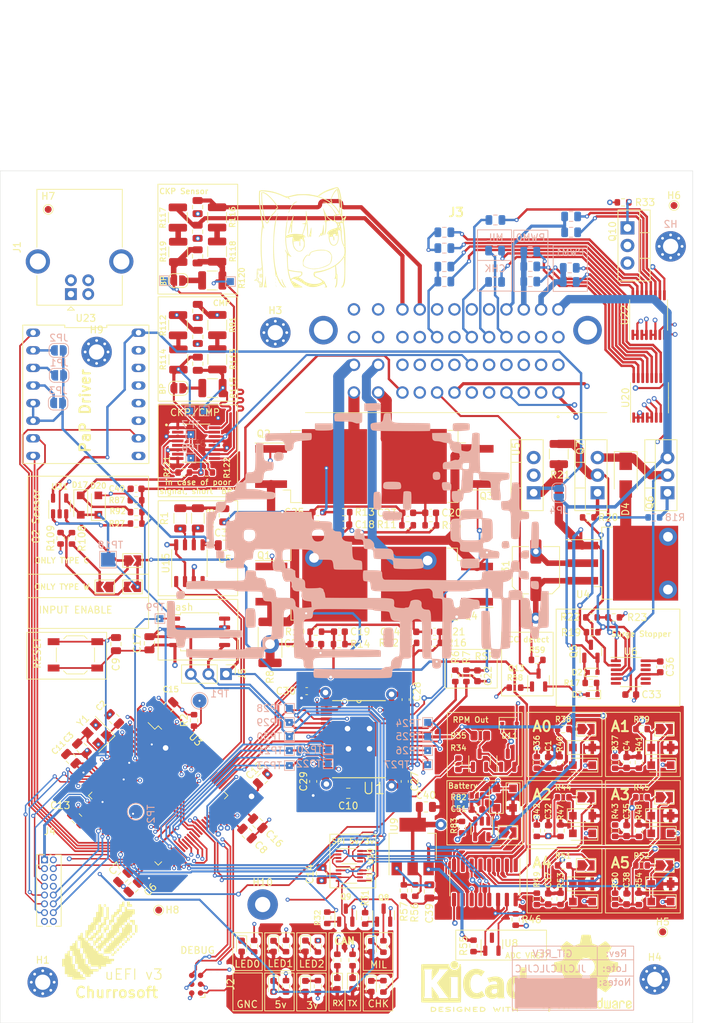
<source format=kicad_pcb>
(kicad_pcb (version 20211014) (generator pcbnew)
  (title_block (title "uEFI") (date "2022-01-10") (rev "v3.0") (company "Churrosoft") (comment 1 "MIT Licence"))
  (layers (0 "F.Cu" signal) (1 "In1.Cu" power) (2 "In2.Cu" signal) (31 "B.Cu" signal) (34 "B.Paste" user) (35 "F.Paste" user) (36 "B.SilkS" user "B.Silkscreen") (37 "F.SilkS" user "F.Silkscreen") (38 "B.Mask" user) (39 "F.Mask" user) (44 "Edge.Cuts" user))
  (net 0 "")
  (net 1 "GND")
  (net 2 "/INY3")
  (net 3 "/INY4")
  (net 4 "/INY2")
  (net 5 "/INY1")
  (net 6 "+5V")
  (net 7 "OSC_IN")
  (net 8 "OSC_OUT")
  (net 9 "+3V3")
  (net 10 "Net-(C7-Pad1)")
  (net 11 "Net-(C8-Pad1)")
  (net 12 "/NRST")
  (net 13 "/USB_D+")
  (net 14 "/USB_D-")
  (net 15 "/SYS_SWO")
  (net 16 "/SYS_SWCLK")
  (net 17 "/SYS_SWDIO")
  (net 18 "Net-(R2-Pad1)")
  (net 19 "Net-(TP2-Pad1)")
  (net 20 "Net-(D1-Pad1)")
  (net 21 "/MTR_STEP")
  (net 22 "/MTR_DIR")
  (net 23 "/MTR_FAULT")
  (net 24 "/ECN2")
  (net 25 "/ECN3")
  (net 26 "/ECN4")
  (net 27 "/MTR_ENABLE")
  (net 28 "/RPM_OUT")
  (net 29 "/AUX_CS_1")
  (net 30 "/AUX_CS_2")
  (net 31 "/Sheet5FA9324A/FB0")
  (net 32 "/AUX_OUT_4")
  (net 33 "/Sheet5FA9324A/FB1")
  (net 34 "/Sheet5FA9324A/FB2")
  (net 35 "/CAN1_RX")
  (net 36 "/CAN1_TX")
  (net 37 "/AUX_IN_1")
  (net 38 "/AUX_IN_2")
  (net 39 "/AUX_IN_3")
  (net 40 "/AUX_IN_4")
  (net 41 "/LED_CAN_RX")
  (net 42 "/LED_CAN_TX")
  (net 43 "/VBUS")
  (net 44 "/Sheet5FA9324A/FB3")
  (net 45 "/R_LMB")
  (net 46 "GNDA")
  (net 47 "/Sheet5FA9324A/GD1")
  (net 48 "/ECN1")
  (net 49 "/Sheet5FA9324A/GD0")
  (net 50 "/Sheet5FA9324A/GD2")
  (net 51 "/MEMORY_CS")
  (net 52 "/Sheet5FA9324A/GD3")
  (net 54 "Net-(Q11-Pad3)")
  (net 55 "Net-(Q11-Pad1)")
  (net 56 "Net-(Q8-Pad1)")
  (net 57 "Net-(Q9-Pad1)")
  (net 58 "/MIL_OUT")
  (net 59 "/CHK_OUT")
  (net 60 "/PMIC_ENABLE")
  (net 61 "/PMIC_MAXI")
  (net 62 "/PMIC_NOMI")
  (net 63 "/PMIC_SPARK")
  (net 64 "/SPI2_MISO")
  (net 65 "/SPI2_SCK")
  (net 66 "/PMIC_CS")
  (net 72 "/SPI2_MOSI")
  (net 73 "/GNC_GLP")
  (net 74 "/RSN")
  (net 75 "/RSP")
  (net 76 "Net-(C22-Pad2)")
  (net 77 "/Sensores/CH7")
  (net 78 "/Sensores/CH0")
  (net 79 "M1")
  (net 80 "L1")
  (net 81 "M2")
  (net 82 "L2")
  (net 83 "H4")
  (net 84 "G4")
  (net 85 "F4")
  (net 86 "E4")
  (net 87 "CMP-")
  (net 88 "CMP+")
  (net 89 "CKP+")
  (net 90 "H3")
  (net 91 "G3")
  (net 92 "F3")
  (net 93 "L4")
  (net 94 "L3")
  (net 95 "+12VA")
  (net 96 "+12V")
  (net 97 "Net-(JP5-Pad2)")
  (net 98 "Net-(R97-Pad1)")
  (net 99 "/AUX_OUT_1")
  (net 100 "/AUX_OUT_2")
  (net 101 "Net-(JP15-Pad1)")
  (net 102 "Net-(JP17-Pad2)")
  (net 103 "Net-(JP18-Pad2)")
  (net 104 "/AUX_OUT_3")
  (net 108 "Net-(C33-Pad1)")
  (net 109 "Net-(C36-Pad1)")
  (net 110 "Net-(D2-Pad1)")
  (net 111 "Net-(D3-Pad1)")
  (net 112 "Net-(D4-Pad1)")
  (net 120 "/Sensores/CH1")
  (net 123 "Net-(Q6-Pad1)")
  (net 124 "Net-(Q7-Pad2)")
  (net 125 "Net-(Q7-Pad1)")
  (net 126 "Net-(R22-Pad2)")
  (net 128 "Net-(C51-Pad1)")
  (net 129 "+5VA")
  (net 130 "Net-(JP23-Pad2)")
  (net 131 "Net-(JP24-Pad2)")
  (net 132 "Net-(R113-Pad1)")
  (net 133 "Net-(R112-Pad2)")
  (net 134 "Net-(R116-Pad2)")
  (net 135 "Net-(R117-Pad2)")
  (net 136 "/CKP")
  (net 137 "/CMP")
  (net 138 "/CKP/CMP_sensors/IN1+")
  (net 139 "/CKP/CMP_sensors/IN1-")
  (net 140 "/CKP/CMP_sensors/IN2-")
  (net 141 "/CKP/CMP_sensors/IN2+")
  (net 142 "/R_ECN_INY")
  (net 143 "/R_GNC_GLP")
  (net 144 "/R_AAC")
  (net 145 "/TIM9_CH1")
  (net 146 "/TIM9_CH2")
  (net 147 "Net-(D5-Pad1)")
  (net 148 "Net-(D6-Pad1)")
  (net 149 "Net-(D7-Pad1)")
  (net 150 "Net-(C34-Pad1)")
  (net 151 "J1")
  (net 152 "Net-(D8-Pad1)")
  (net 153 "Net-(D9-Pad1)")
  (net 154 "Net-(D10-Pad1)")
  (net 155 "/LED0")
  (net 156 "/LED1")
  (net 157 "/LED2")
  (net 158 "Net-(D12-Pad1)")
  (net 159 "Net-(D13-Pad1)")
  (net 160 "/MIL")
  (net 161 "/CHK")
  (net 162 "CKP-")
  (net 163 "Net-(JP1-Pad2)")
  (net 164 "Net-(JP2-Pad2)")
  (net 165 "Net-(JP3-Pad2)")
  (net 166 "M4")
  (net 167 "M3")
  (net 168 "CAN+")
  (net 169 "K1")
  (net 170 "CAN-")
  (net 171 "Net-(Q5-Pad3)")
  (net 172 "Net-(Q10-Pad1)")
  (net 173 "5V_ENABLE")
  (net 174 "D4")
  (net 175 "H1")
  (net 176 "F1")
  (net 177 "E1")
  (net 178 "D1")
  (net 179 "C1")
  (net 180 "B1")
  (net 181 "A1")
  (net 182 "G1")
  (net 183 "E3")
  (net 184 "D3")
  (net 185 "C4")
  (net 186 "B4")
  (net 187 "Net-(F1-Pad1)")
  (net 188 "Net-(F2-Pad1)")
  (net 189 "Net-(F3-Pad1)")
  (net 190 "Net-(F4-Pad1)")
  (net 191 "Net-(F5-Pad1)")
  (net 192 "Net-(F6-Pad1)")
  (net 193 "Net-(F7-Pad1)")
  (net 194 "Net-(F8-Pad1)")
  (net 195 "Net-(F9-Pad1)")
  (net 196 "Net-(F10-Pad1)")
  (net 197 "Net-(F11-Pad1)")
  (net 198 "/PWM/Relays/R3_OUT")
  (net 199 "/PWM/Relays/MIL_OUT")
  (net 200 "/PWM/Relays/CHECK_ENGINE")
  (net 201 "Net-(JP6-Pad2)")
  (net 202 "/Sensores/CH2")
  (net 203 "Net-(JP7-Pad2)")
  (net 204 "/Sensores/CH3")
  (net 205 "Net-(JP8-Pad2)")
  (net 206 "/Sensores/CH4")
  (net 207 "Net-(JP9-Pad2)")
  (net 208 "/Sensores/CH5")
  (net 209 "Net-(JP10-Pad2)")
  (net 210 "/Sensores/CH6")
  (net 211 "Net-(JP12-Pad2)")
  (net 212 "/ADC_CS")
  (net 218 "/PA4")
  (net 219 "/PA5")
  (net 220 "/PA6")
  (net 221 "/PA7")
  (net 222 "Net-(C39-Pad1)")
  (net 223 "+5C")
  (net 225 "+5VL")
  (net 226 "/Sensores/CS")
  (net 227 "/Sensores/DIN")
  (net 228 "/Sensores/DOUT")
  (net 229 "/Sensores/CLK")
  (net 230 "Net-(Q13-Pad1)")
  (net 231 "/ACC_DET")
  (footprint "Capacitor_SMD:C_0603_1608Metric" (layer "F.Cu") (at 73.6345 86.8045 180)
    (fp_text reference "C49")
    (fp_text value "240pF")
  )
  (footprint "Resistor_SMD:R_0603_1608Metric" (layer "F.Cu") (at 73.6345 88.4555 180)
    (fp_text reference "R87")
    (fp_text value "3.32k +-1%")
  )
  (footprint "Resistor_SMD:R_0603_1608Metric" (layer "F.Cu") (at 73.66 90.17 180)
    (fp_text reference "R92")
    (fp_text value "28.6k +-1%")
  )
  (footprint "Resistor_SMD:R_0603_1608Metric" (layer "F.Cu") (at 73.66 91.821)
    (fp_text reference "R97")
    (fp_text value "2.2k")
  )
  (footprint "Package_TO_SOT_SMD:SOT-23-5" (layer "F.Cu") (at 62.611 89.281 90)
    (fp_text reference "U31")
    (fp_text value "LM321")
  )
  (footprint "Symbol:OSHW-Logo2_14.6x12mm_SilkScreen" (layer "F.Cu") (at 138.557 156.718)
    (fp_text reference "LOGO1" hide)
    (fp_text value "Logo_Open_Hardware_Large" hide)
  )
  (footprint "Jumper:SolderJumper-2_P1.3mm_Open_TrianglePad1.0x1.5mm" (layer "F.Cu") (at 73.1286 97.1508)
    (fp_text reference "JP15" hide)
    (fp_text value "Jumper_NC_Small" hide)
  )
  (footprint "Jumper:SolderJumper-2_P1.3mm_Open_TrianglePad1.0x1.5mm" (layer "F.Cu") (at 69.1154 100.9608 180)
    (fp_text reference "JP17" hide)
    (fp_text value "Jumper_NC_Small" hide)
  )
  (footprint "Jumper:SolderJumper-2_P1.3mm_Open_TrianglePad1.0x1.5mm" (layer "F.Cu") (at 73.1286 100.9608 180)
    (fp_text reference "JP18" hide)
    (fp_text value "Jumper_NC_Small" hide)
  )
  (footprint "Resistor_SMD:R_0603_1608Metric" (layer "F.Cu") (at 64.389 93.9503 -90)
    (fp_text reference "R108")
    (fp_text value "10k")
  )
  (footprint "Resistor_SMD:R_0603_1608Metric" (layer "F.Cu") (at 62.7468 93.9421 90)
    (fp_text reference "R109")
    (fp_text value "10k")
  )
  (footprint "Resistor_SMD:R_0603_1608Metric" (layer "F.Cu") (at 83.82 84.455)
    (fp_text reference "R122")
    (fp_text value "R_Small")
  )
  (footprint "Diode_SMD:D_SOD-123F" (layer "F.Cu") (at 149.349 133.985)
    (fp_text reference "D24" hide)
    (fp_text value "K26")
  )
  (footprint "Diode_SMD:D_SOD-523" (layer "F.Cu") (at 139.5 113.298)
    (fp_text reference "D2")
    (fp_text value "1N4148")
  )
  (footprint "Capacitor_SMD:C_0603_1608Metric" (layer "F.Cu") (at 116.684 107.442)
    (fp_text reference "C21")
    (fp_text value "10pF")
  )
  (footprint "Resistor_SMD:R_0603_1608Metric" (layer "F.Cu") (at 120.142 126.492 -90)
    (fp_text reference "R34")
    (fp_text value "1k")
  )
  (footprint "Resistor_SMD:R_0603_1608Metric" (layer "F.Cu") (at 146.177 145.9865 90)
    (fp_text reference "R54")
    (fp_text value "3.32k +-1%")
  )
  (footprint "Resistor_SMD:R_0603_1608Metric" (layer "F.Cu") (at 95.267666 158.605737 90)
    (fp_text reference "R4" hide)
    (fp_text value "4.7k")
  )
  (footprint "Capacitor_SMD:C_0805_2012Metric" (layer "F.Cu") (at 100.4 142.4 90)
    (fp_text reference "C14")
    (fp_text value "100nF")
  )
  (footprint "Capacitor_SMD:C_0805_2012Metric" (layer "F.Cu") (at 64.25 125.75 135)
    (fp_text reference "C11")
    (fp_text value "100nF")
  )
  (footprint "Capacitor_SMD:C_0805_2012Metric" (layer "F.Cu") (at 70.739 109.22 90)
    (fp_text reference "C9")
    (fp_text value "100nF")
  )
  (footprint "Package_TO_SOT_THT:TO-220-3_Vertical" (layer "F.Cu") (at 140.208 87.376 90)
    (fp_text reference "Q7")
    (fp_text value "IRF540N")
  )
  (footprint "Package_TO_SOT_SMD:SOT-23" (layer "F.Cu") (at 124.968 152.527 90)
    (fp_text reference "U8")
    (fp_text value "LM4040DBZ-5")
  )
  (footprint "Jumper:SolderJumper-2_P1.3mm_Open_TrianglePad1.0x1.5mm" (layer "F.Cu") (at 138.557 131.318)
    (fp_text reference "JP7" hide)
    (fp_text value "Jumper_NC_Small")
  )
  (footprint "Resistor_SMD:R_0603_1608Metric" (layer "F.Cu") (at 99.867666 152.830737 90)
    (fp_text reference "R27" hide)
    (fp_text value "4.7k")
  )
  (footprint "Package_TO_SOT_SMD:SOT-23" (layer "F.Cu") (at 139.25 110.25 90)
    (fp_text reference "Q5")
    (fp_text value "SS8050")
  )
  (footprint "Diode_SMD:D_SOD-123F" (layer "F.Cu") (at 138.049 143.8275)
    (fp_text reference "D29" hide)
    (fp_text value "K26")
  )
  (footprint "Resistor_SMD:R_0603_1608Metric" (layer "F.Cu") (at 112.807 92.07)
    (fp_text reference "R11")
    (fp_text value "4.02k")
  )
  (footprint "Resistor_SMD:R_0603_1608Metric" (layer "F.Cu") (at 146.177 126.3015 90)
    (fp_text reference "R41")
    (fp_text value "3.32k +-1%")
  )
  (footprint "Symbol:KiCad-Logo2_6mm_SilkScreen" (layer "F.Cu") (at 122.420514 157.927848)
    (fp_text reference "SYM1" hide)
    (fp_text value "SYM_Hot_Small" hide)
  )
  (footprint "Resistor_SMD:R_0603_1608Metric" (layer "F.Cu") (at 102.667666 154.805737 90)
    (fp_text reference "R24" hide)
    (fp_text value "4.7k")
  )
  (footprint "Resistor_SMD:R_0603_1608Metric" (layer "F.Cu") (at 113.284 109.042)
    (fp_text reference "R12")
    (fp_text value "4.02k")
  )
  (footprint "MountingHole:MountingHole_2.2mm_M2_Pad_Via" (layer "F.Cu") (at 67.945 67.056)
    (fp_text reference "H9")
    (fp_text value "MountingHole" hide)
  )
  (footprint "Capacitor_SMD:C_0603_1608Metric" (layer "F.Cu") (at 112.395 129.032 -90)
    (fp_text reference "C27")
    (fp_text value "10nF")
  )
  (footprint "Capacitor_SMD:C_0603_1608Metric" (layer "F.Cu") (at 112.832 90.27 180)
    (fp_text reference "C23")
    (fp_text value "10nF")
  )
  (footprint "Capacitor_SMD:C_0603_1608Metric" (layer "F.Cu") (at 145 116.5)
    (fp_text reference "C33")
    (fp_text value "47nF")
  )
  (footprint "LED_SMD:LED_0603_1608Metric" (layer "F.Cu") (at 102.667666 158.205737 -90)
    (fp_text reference "D7" hide)
    (fp_text value "LED")
  )
  (footprint "Capacitor_SMD:CP_Elec_6.3x7.7" (layer "F.Cu") (at 131.318 98.552 90)
    (fp_text reference "C31")
    (fp_text value "100uF ±20% 35V")
  )
  (footprint "Jumper:SolderJumper-2_P1.3mm_Open_RoundedPad1.0x1.5mm" (layer "F.Cu") (at 79.7106 56.7534)
    (fp_text reference "JP24" hide)
    (fp_text value "SolderJumper_2_Open" hide)
  )
  (footprint "LED_SMD:LED_0603_1608Metric" (layer "F.Cu") (at 98.067666 158.605737 -90)
    (fp_text reference "D1" hide)
    (fp_text value "LED")
  )
  (footprint "Capacitor_SMD:C_0805_2012Metric" (layer "F.Cu") (at 65.1 134.4 135)
    (fp_text reference "C13")
    (fp_text value "100nF")
  )
  (footprint "Capacitor_SMD:C_0603_1608Metric" (layer "F.Cu") (at 99.857 90.17 180)
    (fp_text reference "C25")
    (fp_text value "10nF")
  )
  (footprint "OpenEFI-STM32F_rev3:churro_new_v4" (layer "F.Cu") (at 68.592061 152.000001)
    (fp_text reference "Churrosoft")
    (fp_text value "SYM_Hot_Large" hide)
  )
  (footprint "Resistor_SMD:R_0603_1608Metric" (layer "F.Cu") (at 90.667666 152.805737 90)
    (fp_text reference "R25" hide)
    (fp_text value "4.7k")
  )
  (footprint "MountingHole:MountingHole_2.2mm_M2_Pad" (layer "F.Cu") (at 91.9 146.8)
    (fp_text reference "H10")
    (fp_text value "MountingHole")
  )
  (footprint "Package_SO:SOIC-16_3.9x9.9mm_P1.27mm" (layer "F.Cu") (at 123.952 143.6116 -90)
    (fp_text reference "U2" hide)
    (fp_text value "MCP3208")
  )
  (footprint "Capacitor_SMD:C_0805_2012Metric" (layer "F.Cu") (at 65.822751 124.242751 -45)
    (fp_text reference "C3")
    (fp_text value "15pF")
  )
  (footprint "Resistor_SMD:R_0603_1608Metric" (layer "F.Cu") (at 142.745 136.144 90)
    (fp_text reference "R43")
    (fp_text value "28.6k +-1%")
  )
  (footprint "Resistor_SMD:R_0603_1608Metric" (layer "F.Cu") (at 102.943 109.22)
    (fp_text reference "R14")
    (fp_text value "36K")
  )
  (footprint "Resistor_SMD:R_0603_1608Metric" (layer "F.Cu") (at 146.174 136.144 90)
    (fp_text reference "R48")
    (fp_text value "3.32k +-1%")
  )
  (footprint "Capacitor_SMD:C_0603_1608Metric" (layer "F.Cu") (at 133.096 126.3015 90)
    (fp_text reference "C1")
    (fp_text value "240pF")
  )
  (footprint "Capacitor_SMD:C_0805_2012Metric" (layer "F.Cu") (at 82.5424 68.754 90)
    (fp_text reference "C54" hide)
    (fp_text value "0.01uF")
  )
  (footprint "Capacitor_SMD:C_0805_2012Metric" (layer "F.Cu") (at 115.951 144.907 -90)
    (fp_text reference "C39")
    (fp_text value "100nF")
  )
  (footprint "Resistor_SMD:R_0603_1608Metric" (layer "F.Cu") (at 135.255 131.318 180)
    (fp_text reference "R44")
    (fp_text value "2.2k")
  )
  (footprint "TestPoint:TestPoint_Pad_D1.0mm" (layer "F.Cu") (at 149.606 150.749)
    (fp_text reference "H5")
    (fp_text value "MountingHole" hide)
  )
  (footprint "Diode_SMD:D_SOD-123F" (layer "F.Cu") (at 65.659 89.154 -90)
    (fp_text reference "D17")
    (fp_text value "K26")
  )
  (footprint "Resistor_SMD:R_0603_1608Metric" (layer "F.Cu") (at 116.157 92.07 180)
    (fp_text reference "R15")
    (fp_text value "36K")
  )
  (footprint "Package_SO:TSSOP-16_4.4x5mm_P0.65mm" (layer "F.Cu") (at 147.701 73.66 90)
    (fp_text reference "U20")
    (fp_text value "TPL7407LAPWR")
  )
  (footprint "LED_SMD:LED_0603_1608Metric" (layer "F.Cu") (at 104.867666 158.205737 -90)
    (fp_text reference "D6" hide)
    (fp_text value "LED")
  )
  (footprint "Resistor_SMD:R_0603_1608Metric" (layer "F.Cu") (at 112.268 144.78 90)
    (fp_text reference "R57")
    (fp_text value "220")
  )
  (footprint "Package_SO:TSSOP-16_4.4x5mm_P0.65mm" (layer "F.Cu") (at 147.574 61.722 90)
    (fp_text reference "U22")
    (fp_text value "TPL7407LAPWR")
  )
  (footprint "LED_SMD:LED_0603_1608Metric" (layer "F.Cu") (at 98.067666 152.793237 -90)
    (fp_text reference "D10" hide)
    (fp_text value "LED")
  )
  (footprint "Package_SO:VSSOP-8_2.3x2mm_P0.5mm" (layer "F.Cu") (at 104.394 142.621)
    (fp_text reference "U11")
    (fp_text value "TXS0102DCU")
  )
  (footprint "Diode_SMD:D_SOD-123F" (layer "F.Cu") (at 68.199 89.154 90)
    (fp_text reference "D20")
    (fp_text value "K26")
  )
  (footprint "Resistor_SMD:R_0603_1608Metric" (layer "F.Cu") (at 142.748 145.9865 90)
    (fp_text reference "R50")
    (fp_text value "28.6k +-1%")
  )
  (footprint "Resistor_SMD:R_0603_1608Metric" (layer "F.Cu") (at 121.285 113.792 -90)
    (fp_text reference "R7")
    (fp_text value "100R" hide)
  )
  (footprint "Package_SO:MSOP-12_3x4mm_P0.65mm" (layer "F.Cu") (at 145 113.25)
    (fp_text reference "U6")
    (fp_text value "LT4363IMS")
  )
  (footprint "Resistor_SMD:R_1210_3225Metric" (layer "F.Cu") (at 85.328 47.6352 -90)
    (fp_text reference "R116")
    (fp_text value "4.99K 1/2W")
  )
  (footprint "Package_TO_SOT_SMD:SOT-23" (layer "F.Cu") (at 109.347 148.336 90)
    (fp_text reference "Q8")
    (fp_text value "SS8050" hide)
  )
  (footprint "Resistor_SMD:R_0603_1608Metric" (layer "F.Cu") (at 128.3 115.5)
    (fp_text reference "R58")
    (fp_text value "10k")
  )
  (footprint "Resistor_SMD:R_0603_1608Metric" (layer "F.Cu") (at 106.68 148.7955 -90)
    (fp_text reference "R31")
    (fp_text value "1k")
  )
  (footprint "Package_QFP:LQFP-100_14x14mm_P0.5mm" (layer "F.Cu") (at 76.835 131.064 -45)
    (fp_text reference "U3")
    (fp_text value "STM32F407VGTx")
  )
  (footprint "Diode_SMD:D_SOD-123F" (layer "F.Cu") (at 128.016 131.445 -90)
    (fp_text reference "D28" hide)
    (fp_text value "K26")
  )
  (footprint "Jumper:SolderJumper-2_P1.3mm_Open_TrianglePad1.0x1.5mm" (layer "F.Cu") (at 138.557 141.1605)
    (fp_text reference "JP9" hide)
    (fp_text value "Jumper_NC_Small")
  )
  (footprint "Resistor_SMD:R_0603_1608Metric" (layer "F.Cu") (at 131.445 136.144 90)
    (fp_text reference "R42")
    (fp_text value "28.6k +-1%")
  )
  (footprint "Resistor_SMD:R_0603_1608Metric" (layer "F.Cu") (at 134.874 145.9865 90)
    (fp_text reference "R53")
    (fp_text value "3.32k +-1%")
  )
  (footprint "Resistor_SMD:R_0603_1608Metric" (layer "F.Cu") (at 95.267666 152.780737 90)
    (fp_text reference "R26" hide)
    (fp_text value "4.7k")
  )
  (footprint "Package_TO_SOT_THT:TO-220-3_Vertical" (layer "F.Cu") (at 130.993 87.376 90)
    (fp_text reference "U5")
    (fp_text value "MIC2940A-5.0WT" hide)
  )
  (footprint "LED_SMD:LED_0603_1608Metric" (layer "F.Cu") (at 107.567666 152.855737 -90)
    (fp_text reference "D12" hide)
    (fp_text value "LED")
  )
  (footprint "Connector_PinHeader_2.54mm:PinHeader_1x03_P2.54mm_Vertical" (layer "F.Cu") (at 86.614 113.538 -90)
    (fp_text reference "J5")
    (fp_text value "Conn_01x03")
  )
  (footprint "Capacitor_SMD:C_0603_1608Metric" (layer "F.Cu") (at 144.396 136.144 90)
    (fp_text reference "C35")
    (fp_text value "240pF")
  )
  (footprint "Jumper:SolderJumper-2_P1.3mm_Open_TrianglePad1.0x1.5mm" (layer "F.Cu") (at 127.291 136.398)
    (fp_text reference "JP12" hide)
    (fp_text value "Jumper_NC_Small")
  )
  (footprint "Diode_SMD:D_SMA" (layer "F.Cu") (at 144.272 84.836 -90)
    (fp_text reference "D4")
    (fp_text value "SMAJ58CA")
  )
  (footprint "Capacitor_SMD:C_0805_2012Metric" (layer "F.Cu") (at 91.178249 135.078249 -45)
    (fp_text reference "C16")
    (fp_text value "4.7uF")
  )
  (footprint "Capacitor_SMD:C_0603_1608Metric" (layer "F.Cu") (at 99.568 109.22 180)
    (fp_text reference "C26")
    (fp_text value "10nF")
  )
  (footprint "Diode_SMD:D_SOD-123F" (layer "F.Cu") (at 149.352 126.6825 180)
    (fp_text reference "D15" hide)
    (fp_text value "K26")
  )
  (footprint "LED_SMD:LED_0603_1608Metric" (layer "F.Cu") (at 88.867666 152.805737 -90)
    (fp_text reference "D8" hide)
    (fp_text value "LED")
  )
  (footprint "Capacitor_SMD:C_0805_2012Metric" (layer "F.Cu") (at 78.321751 118.278249 45)
    (fp_text reference "C15")
    (fp_text value "100nF")
  )
  (footprint "Resistor_SMD:R_1206_3216Metric" (layer "F.Cu") (at 80.012 91.0664 -90)
    (fp_text reference "R1")
    (fp_text value "R_Small")
  )
  (footprint "Diode_SMD:D_SOD-323" (layer "F.Cu") (at 127.508 120.65)
    (fp_text reference "D11")
    (fp_text value "MM3Z24VT1G")
  )
  (footprint "Resistor_SMD:R_1210_3225Metric" (layer "F.Cu") (at 79.6924 63.1957 -90)
    (fp_text reference "R112")
    (fp_text value "4.99K 1/2W")
  )
  (footprint "Diode_SMD:D_SOD-123F" (layer "F.Cu") (at 138.049 124.1425)
    (fp_text reference "D19" hide)
    (fp_text value "K26")
  )
  (footprint "Resistor_SMD:R_0603_1608Metric" (layer "F.Cu") (at 135.255 141.1605 180)
    (fp_text reference "R51")
    (fp_text value "2.2k")
  )
  (footprint "Capacitor_SMD:C_0805_2012Metric" (layer "F.Cu") (at 82.513 53.26 90)
    (fp_text reference "C57" hide)
    (fp_text value "0.01uF")
  )
  (footprint "Package_TO_SOT_SMD:SOT-23" (layer "F.Cu") (at 123.19 125.984 90)
    (fp_text reference "Q11" hide)
    (fp_text value "SS8050")
  )
  (footprint "Package_TO_SOT_SMD:TO-263-2" (layer "F.Cu") (at 98.936 100.553)
    (fp_text reference "Q1")
    (fp_text value "ISL9V5045S3ST")
  )
  (footprint "Capacitor_SMD:C_0805_2012Metric" (layer "F.Cu") (at 115.443 132.715)
    (fp_text reference "C40")
    (fp_text value "4.7uF")
  )
  (footprint "Resistor_SMD:R_0603_1608Metric" (layer "F.Cu") (at 128.397 148.971 -90)
    (fp_text reference "R46")
    (fp_text value "0")
  )
  (footprint "Capacitor_SMD:C_0805_2012Metric" (layer "F.Cu") (at 71.755 142.875 -135)
    (fp_text reference "C7")
    (fp_text value "2.2uF")
  )
  (footprint "Resistor_SMD:R_0603_1608Metric" (layer "F.Cu") (at 119.685 113.792 -90)
    (fp_text reference "R6")
    (fp_text value "100R")
  )
  (footprint "Resistor_SMD:R_1210_3225Metric" (layer "F.Cu") (at 79.713 52.6055 -90)
    (fp_text reference "R119")
    (fp_text value "4.99K 1/2W")
  )
  (footprint "Capacitor_SMD:C_0603_1608Metric" (layer "F.Cu") (at 133.096 145.9865 90)
    (fp_text reference "C37")
    (fp_text value "240pF")
  )
  (footprint "Capacitor_SMD:C_0805_2012Metric" (layer "F.Cu") (at 89.65 136.55 -45)
    (fp_text reference "C8")
    (fp_text value "2.2uF")
  )
  (footprint "MountingHole:MountingHole_2.2mm_M2_Pad_Via" (layer "F.Cu") (at 60.174274 158.011726)
    (fp_text reference "H1")
    (fp_text value "MountingHole" hide)
  )
  (footprint "Capacitor_SMD:C_0603_1608Metric" (layer "F.Cu") (at 103.607 91.97)
    (fp_text reference "C18")
    (fp_text value "10pF")
  )
  (footprint "TestPoint:TestPoint_Pad_D1.0mm" (layer "F.Cu") (at 60.96 46.482)
    (fp_text reference "H7")
    (fp_text value "MountingHole" hide)
  )
  (footprint "OpenEFI-STM32F_rev3:DIP-16_598_ELL" (layer "F.Cu") (at 66.39 73.168 -90)
    (fp_text reference "U23")
    (fp_text value "PaP_Driver_v1" hide)
  )
  (footprint "Diode_SMD:D_SOD-123F" (layer "F.Cu") (at 138.049 146.3675 180)
    (fp_text reference "D26" hide)
    (fp_text value "K26")
  )
  (footprint "Diode_SMD:D_SOD-123F" (layer "F.Cu") (at 149.352 143.8275)
    (fp_text reference "D30" hide)
    (fp_text value "K26")
  )
  (footprint "Connector:Tag-Connect_TC2030-IDC-FP_2x03_P1.27mm_Vertical" (layer "F.Cu") (at 82.3 158.3 90)
    (fp_text reference "J2")
    (fp_text value "Tag connect")
  )
  (footprint "Diode_SMD:D_SOD-123F" (layer "F.Cu") (at 149.349 136.525 180)
    (fp_text reference "D22" hide)
    (fp_text value "K26")
  )
  (footprint "MountingHole:MountingHole_2.2mm_M2_Pad_Via" (layer "F.Cu") (at 148.463 157.607)
    (fp_text reference "H4")
    (fp_text value "MountingHole" hide)
  )
  (footprint "Package_SO:SOIC-8_5.275x5.275mm_P1.27mm" (layer "F.Cu") (at 82.804 107.442)
    (fp_text reference "U7" hide)
    (fp_text value "25LCxxx")
  )
  (footprint "Resistor_SMD:R_0603_1608Metric" (layer "F.Cu") (at 139.336 105.36)
    (fp_text reference "R22")
    (fp_text value "57.6K 1/10W")
  )
  (footprint "Connector_PinHeader_1.27mm:PinHeader_2x08_P1.27mm_Vertical" (layer "F.Cu") (at 60.43 140.35)
    (fp_text reference "J4")
    (fp_text value "Conn_02x08_Odd_Even" hide)
  )
  (footprint "Package_TO_SOT_SMD:SOT-223-3_TabPin2" (layer "F.Cu") (at 113.538 138.43 90)
    (fp_text reference "U9")
    (fp_text value "AMS1117")
  )
  (footprint "Capacitor_SMD:C_0805_2012Metric" (layer "F.Cu") (at 86.45 94.95)
    (fp_text reference "C5")
    (fp_text value "100nF")
  )
  (footprint "Resistor_SMD:R_2512_6332Metric" (layer "F.Cu") (at 92.964 108.966 -90)
    (fp_text reference "R8")
    (fp_text value "0.02R")
  )
  (footprint "Resistor_SMD:R_0603_1608Metric" (layer "F.Cu") (at 143.891 45.466)
    (fp_text reference "R33")
    (fp_text value "10R 1/10W")
  )
  (footprint "Resistor_SMD:R_0603_1608Metric" (layer "F.Cu") (at 99.568 107.42)
    (fp_text reference "R10")
    (fp_text value "4.02k")
  )
  (footprint "lethalbit-graphics:nya_a" (layer "F.Cu") (at 97.7 50.7)
    (fp_text reference "G***" hide)
    (fp_text value "nya_a" hide)
  )
  (footprint "Resistor_SMD:R_0603_1608Metric" (layer "F.Cu") (at 131.5 111.5)
    (fp_text reference "R59")
    (fp_text value "10k")
  )
  (footprint "OpenEFI-STM32F_rev3:SOP65P1030X245-33N" (layer "F.Cu") (at 105.791 122.936)
    (fp_text reference "U1")
    (fp_text value "MCZ33810EK")
  )
  (footprint "LED_SMD:LED_0603_1608Metric" (layer "F.Cu") (at 93.467666 158.605737 -90)
    (fp_text reference "D5" hide)
    (fp_text value "LED")
  )
  (footprint "Resistor_SMD:R_1210_3225Metric" (layer "F.Cu") (at 79.663 47.6555 -90)
    (fp_text reference "R117")
    (fp_text value "4.99K 1/2W" hide)
  )
  (footprint "Resistor_SMD:R_1210_3225Metric" (layer "F.Cu") (at 85.328 52.5735 -90)
    (fp_text reference "R118")
    (fp_text value "4.99K 1/2W" hide)
  )
  (footprint "Package_TO_SOT_THT:TO-220-3_Vertical" (layer "F.Cu") (at 144.526 49.149 -90)
    (fp_text reference "Q10")
    (fp_text value "IRF540N" hide)
  )
  (footprint "Package_TO_SOT_SMD:TO-263-2" (layer "F.Cu") (at 117.052 100.565 180)
    (fp_text reference "Q4")
    (fp_text value "ISL9V5045S3ST")
  )
  (footprint "Resistor_SMD:R_1210_3225Metric" (layer "F.Cu") (at 84.6275 56.7284 180)
    (fp_text reference "R120")
    (fp_text value "4.99K 1/2W")
  )
  (footprint "Package_TO_SOT_SMD:SOT-23" (layer "F.Cu") (at 131.7 114.4 90)
    (fp_text reference "Q13")
    (fp_text value "AO3400A")
  )
  (footprint "Resistor_SMD:R_0603_1608Metric" (layer "F.Cu") (at 146.558 121.4755 180)
    (fp_text reference "R39")
    (fp_text value "2.2k")
  )
  (footprint "Resistor_SMD:R_0603_1608Metric" (layer "F.Cu") (at 113.919 144.78 90)
    (fp_text reference "R56")
    (fp_text value "750")
  )
  (footprint "Capacitor_SMD:C_0603_1608Metric" (layer "F.Cu") (at 144.399 126.3015 90)
    (fp_text reference "C4")
    (fp_text value "240pF")
  )
  (footprint "Resistor_SMD:R_1210_3225Metric" (layer "F.Cu") (at 84.6569 72.2686 180)
    (fp_text reference "R115")
    (fp_text value "4.99K 1/2W")
  )
  (footprint "Jumper:SolderJumper-2_P1.3mm_Open_TrianglePad1.0x1.5mm" (layer "F.Cu") (at 138.557 121.4755)
    (fp_text reference "JP5" hide)
    (fp_text value "Jumper_NC_Small")
  )
  (footprint "Package_TO_SOT_SMD:SOT-23" (layer "F.Cu") (at 127.254 125.984 90)
    (fp_text reference "Q12" hide)
    (fp_text value "AO3400A")
  )
  (footprint "Jumper:SolderJumper-2_P1.3mm_Open_TrianglePad1.0x1.5mm" (layer "F.Cu") (at 149.86 141.1605)
    (fp_text reference "JP10" hide)
    (fp_text value "Jumper_NC_Small")
  )
  (footprint "Package_SO:VSSOP-8_2.3x2mm_P0.5mm" (layer "F.Cu") (at 104.394 139.827)
    (fp_text reference "U10")
    (fp_text value "TXS0102DCU")
  )
  (footprint "Jumper:SolderJumper-2_P1.3mm_Open_TrianglePad1.0x1.5mm" (layer "F.Cu") (at 149.86 121.4755)
    (fp_text reference "JP6" hide)
    (fp_text value "Jumper_NC_Small")
  )
  (footprint "Diode_SMD:D_SOD-123F" (layer "F.Cu") (at 149.352 124.1425)
    (fp_text reference "D18" hide)
    (fp_text value "K26")
  )
  (footprint "Resistor_SMD:R_0603_1608Metric" (layer "F.Cu") (at 146.558 141.1605 180)
    (fp_text reference "R52")
    (fp_text value "2.2k")
  )
  (footprint "Resistor_SMD:R_0805_2012Metric" (layer "F.Cu") (at 123.2935 122.428)
    (fp_text reference "R35")
    (fp_text value "100k")
  )
  (footprint "MountingHole:MountingHole_2.2mm_M2_Pad_Via" (layer "F.Cu") (at 93.726 64.262)
    (fp_text reference "H3")
    (fp_text value "MountingHole" hide)
  )
  (footprint "Resistor_SMD:R_0603_1608Metric" (layer "F.Cu") (at 80.518 84.455 180)
    (fp_text reference "R121")
    (fp_text value "R_Small")
  )
  (footprint "Resistor_SMD:R_0603_1608Metric" (layer "F.Cu") (at 99.867666 158.605737 -90)
    (fp_text reference "R3" hide)
    (fp_text value "4.7k")
  )
  (footprint "LED_SMD:LED_0603_1608Metric" (layer "F.Cu") (at 107.567666 158.605737 -90)
    (fp_text reference "D13" hide)
    (fp_text value "LED")
  )
  (footprint "Package_TO_SOT_SMD:TO-263-3_TabPin2" (layer "F.Cu") (at 143.764 97.536)
    (fp_text reference "U4")
    (fp_text value "MIC2940A-3.3WU")
  )
  (footprint "LED_SMD:LED_0603_1608Metric" (layer "F.Cu") (at 93.467666 152.818237 -90)
    (fp_text reference "D9" hide)
    (fp_text value "LED")
  )
  (footprint "Capacitor_SMD:C_0805_2012Metric" (layer "F.Cu") (at 91.9 128.651 45)
    (fp_text reference "C12")
    (fp_text value "100nF")
  )
  (footprint "Package_TO_SOT_SMD:SOT-23-5" (layer "F.Cu") (at 123.51 135.89 -90)
    (fp_text reference "U27" hide)
    (fp_text value "LM321")
  )
  (footprint "Resistor_SMD:R_0603_1608Metric" (layer "F.Cu") (at 146.555 131.318 180)
    (fp_text reference "R45")
    (fp_text value "2.2k")
  )
  (footprint "TestPoint:TestPoint_Pad_D1.0mm" (layer "F.Cu") (at 151.24 45.9184)
    (fp_text reference "H6")
    (fp_text value "MountingHole" hide)
  )
  (footprint "Capacitor_SMD:C_0603_1608Metric" (layer "F.Cu") (at 113.284 107.442 180)
    (fp_text reference "C24")
    (fp_text value "10nF")
  )
  (footprint "Capacitor_SMD:C_0603_1608Metric" (layer "F.Cu") (at 149.25 112.5 -90)
    (fp_text reference "C36")
    (fp_text value "0.1uF")
  )
  (footprint "Resistor_SMD:R_0603_1608Metric" (layer "F.Cu") (at 131.445 145.9865 90)
    (fp_text reference "R49")
    (fp_text value "28.6k +-1%")
  )
  (footprint "Capacitor_SMD:C_0805_2012Metric" (layer "F.Cu") (at 82.513 49.704 -90)
    (fp_text reference "C55" hide)
    (fp_text value "0.01uF")
  )
  (footprint "Resistor_SMD:R_0603_1608Metric" (layer "F.Cu") (at 139.428 107.5 180)
    (fp_text reference "R19")
    (fp_text value "1M 1/10W")
  )
  (footprint "Resistor_SMD:R_0603_1608Metric" (layer "F.Cu") (at 135.255 121.4755 180)
    (fp_text reference "R38")
    (fp_text value "2.2k")
  )
  (footprint "Resistor_SMD:R_0603_1608Metric" (layer "F.Cu") (at 122.809 131.064 180)
    (fp_text reference "R82")
    (fp_text value "100k 1/10W +-1%")
  )
  (footprint "Capacitor_SMD:C_0805_2012Metric" (layer "F.Cu") (at 82.5424 64.878 -90)
    (fp_text reference "C52" hide)
    (fp_text value "0.01uF")
  )
  (footprint "Resistor_SMD:R_0603_1608Metric" (layer "F.Cu") (at 131.445 126.3015 90)
    (fp_text reference "R36")
    (fp_text value "28.6k +-1%")
  )
  (footprint "Capacitor_SMD:C_0805_2012Metric" (layer "F.Cu") (at 73.242249 144.308751 -135)
    (fp_text reference "C6")
    (fp_text value "1uF")
  )
  (footprint "Resistor_SMD:R_0603_1608Metric" (layer "F.Cu") (at 82 120.225 90)
    (fp_text reference "R2")
    (fp_text value "10k")
  )
  (footprint "Capacitor_SMD:C_0603_1608Metric" (layer "F.Cu") (at 116.132 90.27)
    (fp_text reference "C20")
    (fp_text value "10pF")
  )
  (footprint "Capacitor_SMD:C_0603_1608Metric" (layer "F.Cu") (at 99.187 129.032 90)
    (fp_text reference "C29")
    (fp_text value "10nF")
  )
  (footprint "Resistor_SMD:R_1210_3225Metric" (layer "F.Cu") (at 79.7424 68.1457 -90)
    (fp_text reference "R114")
    (fp_text value "4.99K 1/2W" hide)
  )
  (footprint "Diode_SMD:D_SOD-123F" (layer "F.Cu") (at 138.049 126.6825 180)
    (fp_text reference "D16" hide)
    (fp_text value "K26")
  )
  (footprint "Package_TO_SOT_SMD:TO-263-2" (layer "F.Cu") (at 98.886 83.5906)
    (fp_text reference "Q2")
    (fp_text value "ISL9V5045S3ST")
  )
  (footprint "Diode_SMD:D_SOD-523" (layer "F.Cu") (at 139.5 116.5 180)
    (fp_text reference "D3")
    (fp_text value "1N4148")
  )
  (footprint "Jumper:SolderJumper-2_P1.3mm_Open_TrianglePad1.0x1.5mm" (layer "F.Cu") (at 149.857 131.318)
    (fp_text reference "JP8" hide)
    (fp_text value "Jumper_NC_Small")
  )
  (footprint "Resistor_SMD:R_0603_1608Metric" (layer "F.Cu") (at 116.709 109.042 180)
    (fp_text reference "R16")
    (fp_text value "36K")
  )
  (footprint "Resistor_SMD:R_0603_1608Metric" (layer "F.Cu") (at 142.536 105.36 180)
    (fp_text reference "R23")
    (fp_text value "4.99K 1/10W")
  )
  (footprint "Package_TO_SOT_SMD:TO-263-2" (layer "F.Cu") (at 117.132 83.5716 180)
    (fp_text reference "Q3")
    (fp_text value "ISL9V5045S3ST")
  )
  (footprint "Resistor_SMD:R_0603_1608Metric" (layer "F.Cu") (at 142.748 126.3015 90)
    (fp_text reference "R37")
    (fp_text value "28.6k +-1%")
  )
  (footprint "TestPoint:TestPoint_Pad_D1.0mm" (layer "F.Cu") (at 76.9 147.6)
    (fp_text reference "H8")
    (fp_text value "MountingHole" hide)
  )
  (footprint "Resistor_SMD:R_0603_1608Metric" (layer "F.Cu") (at 99.807 91.97)
    (fp_text reference "R9")
    (fp_text value "4.02k")
  )
  (footprint "Resistor_SMD:R_0603_1608Metric" (layer "F.Cu") (at 120.65 135.636 90)
    (fp_text reference "R83")
    (fp_text value "20k  1/10W +-1%")
  )
  (footprint "Capacitor_SMD:C_0603_1608Metric" (layer "F.Cu") (at 112.522 117.221 90)
    (fp_text reference "C28")
    (fp_text value "10nF" hide)
  )
  (footprint "Resistor_SMD:R_0603_1608Metric" (layer "F.Cu") (at 134.874 136.144 90)
    (fp_text reference "R47")
    (fp_text value "3.32k +-1%")
  )
  (footprint "Capacitor_SMD:C_0603_1608Metric" (layer "F.Cu") (at 122.885 113.792 90)
    (fp_text reference "C22")
    (fp_text value "10pF")
  )
  (footprint "Package_TO_SOT_THT:TO-220-3_Vertical" (layer "F.Cu") (at 150.297 87.376 90)
    (fp_text reference "Q6")
    (fp_text value "IRF540N")
  )
  (footprint "Resistor_SMD:R_0603_1608Metric" (layer "F.Cu") (at 138.875 90.932 180)
    (fp_text reference "R20")
    (fp_text value "10R 1/10W")
  )
  (footprint "Capacitor_SMD:C_0603_1608Metric" (layer "F.Cu") (at 122.809 133.096 180)
    (fp_text reference "C51")
    (fp_text value "240pF")
  )
  (footprint "Resistor_SMD:R_1210_3225Metric" (layer "F.Cu") (at 85.3574 63.1754 -90)
    (fp_text reference "R81")
    (fp_text value "4.99K 1/2W")
  )
  (footprint "Connector_USB:USB_B_OST_USB-B1HSxx_Horizontal" (layer "F.Cu") (at 64.24 58.7059 90)
    (fp_text reference "J1")
    (fp_text value "USB_B" hide)
  )
  (footprint "OpenEFI-STM32F_rev3:SOP63P602X175-16N" (layer "F.Cu") (at 82.29 80.2132)
    (fp_text reference "U36")
    (fp_text value "MAX9926UAEE+")
  )
  (footprint "Package_TO_SOT_SMD:SOT-23" (layer "F.Cu") (at 103.886 148.336 90)
    (fp_text reference "Q9")
    (fp_text value "SS8050")
  )
  (footprint "Capacitor_SMD:C_0805_2012Metric" (layer "F.Cu") (at 70.485 120.015 135)
    (fp_text reference "C2")
    (fp_text value "15pF")
  )
  (footprint "Resistor_SMD:R_1206_3216Metric" (layer "F.Cu") (at 82.552 91.0664 -90)
    (fp_text reference "R28")
    (fp_text value "R_Small")
  )
  (footprint "Diode_SMD:D_SOD-123F" (layer "F.Cu") (at 149.352 146.3675 180)
    (fp_text reference "D27" hide)
    (fp_text value "K26")
  )
  (footprint "Diode_SMD:D_SOD-123F" (layer "F.Cu") (at 138.049 136.525 180)
    (fp_text reference "D21" hide)
    (fp_text value "K26")
  )
  (footprint "Button_Switch_SMD:SW_SPST_TL3342" (layer "F.Cu") (at 64.89 110.7684)
    (fp_text reference "SW1" hide)
    (fp_text value "SW_Push")
  )
  (footprint "Resistor_SMD:R_1210_3225Metric" (layer "F.Cu") (at 85.3574 68.1137 -90)
    (fp_text reference "R113")
    (fp_text value "4.99K 1/2W" hide)
  )
  (footprint "Capacitor_SMD:C_0603_1608Metric" (layer "F.Cu") (at 144.399 145.9865 90)
    (fp_text reference "C38")
    (fp_text value "240pF")
  )
  (footprint "Jumper:SolderJumper-2_P1.3mm_Open_RoundedPad1.0x1.5mm" (layer "F.Cu") (at 79.74 72.2936)
    (fp_text reference "JP23" hide)
    (fp_text value "SolderJumper_2_Open" hide)
  )
  (footprint "Capacitor_SMD:C_0805_2012Metric" (layer "F.Cu") (at 104.25 130.75 180)
    (fp_text reference "C10")
    (fp_text value "100nF")
  )
  (footprint "Capacitor_SMD:C_0805_2012Metric" (layer "F.Cu") (at 75.565 109.093 -90)
    (fp_text reference "C17")
    (fp_text value "100nF")
  )
  (footprint "Capacitor_SMD:C_0805_2012Metric" (layer "F.Cu") (at 86.362 90.6244 -90)
    (fp_text reference "C34")
    (fp_text value "4.7nF")
  )
  (footprint "Capacitor_SMD:C_0603_1608Metric" (layer "F.Cu") (at 102.968 107.42 180)
    (fp_text reference "C19")
    (fp_text value "10pF")
  )
  (footprint "Resistor_SMD:R_1210_3225Metric" (layer "F.Cu") (at 134.62 81.788 90)
    (fp_text reference "R21")
    (fp_text value "0.01R")
  )
  (footprint "Resistor_SMD:R_0603_1608Metric" (layer "F.Cu") (at 122.314 152.769 90)
    (fp_text reference "R55")
    (fp_text value "10k")
  )
  (footprint "Resistor_SMD:R_0603_1608Metric" (layer "F.Cu") (at 139.25 114.822)
    (fp_text reference "R17")
    (fp_text value "10K 1/10W")
  )
  (footprint "Package_SO:HTSOP-8-1EP_3.9x4.9mm_P1.27mm_EP2.4x3.2mm" (layer "F.Cu") (at 81.3308 97.536 90)
    (fp_text reference "U15")
    (fp_text value "TJA1042T3118")
  )
  (footprint "Resistor_SMD:R_0603_1608Metric" (layer "F.Cu") (at 104.867666 154.805737 90)
    (fp_text reference "R5" hide)
    (fp_text value "4.7k")
  )
  (footprint "OpenEFI-STM32F_rev3:366380002" (layer "F.Cu") (at 119.815 46.91 180)
    (fp_text reference "J3")
    (fp_text value "36638-0002" hide)
  )
  (footprint "Resistor_SMD:R_0603_1608Metric" (layer "F.Cu") (at 109.317666 158.605737 -90)
    (fp_text reference "R30" hide)
    (fp_text value "4.7k")
  )
  (footprint "Resistor_SMD:R_0603_1608Metric" (layer "F.Cu") (at 134.747 126.3015 90)
    (fp_text reference "R40")
    (fp_text value "3.32k +-1%")
  )
  (footprint "Resistor_SMD:R_0603_1608Metric" (layer "F.Cu") (at 109.317666 152.855737 90)
    (fp_text reference "R29" hide)
    (fp_text value "4.7k")
  )
  (footprint "Capacitor_SMD:C_0805_2012Metric" (layer "F.Cu") (at 82.513 46.148 -90)
    (fp_text reference "C56" hide)
    (fp_text value "0.01uF")
  )
  (footprint "Diode_SMD:D_SOD-123F" (layer "F.Cu") (at 125.603 131.445 90)
    (fp_text reference "D25" hide)
    (fp_text value "K26")
  )
  (footprint "Capacitor_SMD:C_0805_2012Metric" (layer "F.Cu") (at 82.5424 61.134 -90)
    (fp_text reference "C53" hide)
    (fp_text value "0.01uF")
  )
  (footprint "Crystal:Crystal_SMD_3225-4Pin_3.2x2.5mm" (layer "F.Cu") (at 68.018142 122.211423 135)
    (fp_text reference "Y1")
    (fp_text value "25MHz")
  )
  (footprint "Resistor_SMD:R_0603_1608Metric" (layer "F.Cu") (at 103.632 90.17 180)
    (fp_text reference "R13")
    (fp_text value "36K")
  )
  (footprint "Capacitor_SMD:C_0603_1608Metric" (layer "F.Cu") (at 98.25 116)
    (fp_text reference "C30")
    (fp_text value "10nF")
  )
  (footprint "Diode_SMD:D_SOD-123F" (layer "F.Cu") (at 138.049 133.985)
    (fp_text reference "D23" hide)
    (fp_text value "K26")
  )
  (footprint "Capacitor_SMD:C_0603_1608Metric" (layer "F.Cu") (at 133.096 136.144 90)
    (fp_text reference "C32")
    (fp_text value "240pF")
  )
  (footprint "Resistor_SMD:R_0603_1608Metric" (layer "F.Cu") (at 101.219 148.717 -90)
    (fp_text reference "R32")
    (fp_text value "1k")
  )
  (footprint "TestPoint:TestPoint_Pad_D2.0mm" (layer "B.Cu") (at 73.6 133.4 45)
    (fp_text reference "TP2")
    (fp_text value "BOOT1" hide)
  )
  (footprint "Fuse:Fuse_0805_2012Metric" (layer "B.Cu") (at 125.4252 56.9468 180)
    (fp_text reference "F14" hide)
    (fp_text value "750mA" hide)
  )
  (footprint "MountingHole:MountingHole_2.2mm_M2_Pad_Via" (layer "B.Cu") (at 150.749 51.816 180)
    (fp_text reference "H2")
    (fp_text value "MountingHole" hide)
  )
  (footprint "TestPoint:TestPoint_Pad_1.0x1.0mm" (layer "B.Cu") (at 95.758 126.746 -90)
    (fp_text reference "TP23")
    (fp_text value "TestPoint" hide)
  )
  (footprint "Fuse:Fuse_0805_2012Metric" (layer "B.Cu") (at 125.476 48.006 180)
    (fp_text reference "F12" hide)
    (fp_text value "750mA" hide)
  )
  (footprint "Fuse:Fuse_0805_2012Metric" (layer "B.Cu") (at 118.1077 54.737 180)
    (fp_text reference "F1" hide)
    (fp_text value "750mA" hide)
  )
  (footprint "TestPoint:TestPoint_Pad_1.0x1.0mm" (layer "B.Cu") (at 81.39 75.5684 180)
    (fp_text reference "TP5" hide)
    (fp_text value "TestPoint" hide)
  )
  (footprint "TestPoint:TestPoint_Pad_1.0x1.0mm" (layer "B.Cu") (at 95.758 120.523 -90)
    (fp_text reference "TP29")
    (fp_text value "TestPoint" hide)
  )
  (footprint "TestPoint:TestPoint_Pad_1.0x1.0mm" (layer "B.Cu") (at 95.758 118.491 -90)
    (fp_text reference "TP28")
    (fp_text value "TestPoint" hide)
  )
  (footprint "TestPoint:TestPoint_Pad_1.0x1.0mm" (layer "B.Cu") (at 101.346 124.46 -90)
    (fp_text reference "TP20")
    (fp_text value "TestPoint" hide)
  )
  (footprint "TestPoint:TestPoint_Pad_1.0x1.0mm" (layer "B.Cu") (at 81.54 78.9684 180)
    (fp_text reference "TP7")
    (fp_text value "TestPoint" hide)
  )
  (footprint "TestPoint:TestPoint_Pad_2.0x2.0mm" (layer "B.Cu") (at 120.5484 131.8768 180)
    (fp_text reference "TP19" hide)
    (fp_text value "TestPoint")
  )
  (footprint "TestPoint:TestPoint_Pad_1.0x1.0mm" (layer "B.Cu") (at 77.089 105.537 180)
    (fp_text reference "TP9")
    (fp_text value "TestPoint")
  )
  (footprint "Jumper:SolderJumper-2_P1.3mm_Open_RoundedPad1.0x1.5mm" (layer "B.Cu") (at 62.39 74.4284 180)
    (fp_text reference "JP3")
    (fp_text value "SolderJumper_2_Open" hide)
  )
  (footprint "Fuse:Fuse_0805_2012Metric" (layer "B.Cu") (at 130.5052 54.7116 180)
    (fp_text reference "F7" hide)
    (fp_text value "750mA" hide)
  )
  (footprint "Jumper:SolderJumper-2_P1.3mm_Open_RoundedPad1.0x1.5mm" (layer "B.Cu") (at 62.49 66.8284 180)
    (fp_text reference "JP2")
    (fp_text value "SolderJumper_2_Open" hide)
  )
  (footprint "Resistor_SMD:R_0603_1608Metric" (layer "B.Cu") (at 148.336 90.932 180)
    (fp_text reference "R18")
    (fp_text value "10R 1/10W")
  )
  (footprint "Fuse:Fuse_0805_2012Metric" (layer "B.Cu") (at 118.11 56.896 180)
    (fp_text reference "F3" hide)
    (fp_text value "750mA" hide)
  )
  (footprint "Fuse:Fuse_0805_2012Metric" (layer "B.Cu") (at 136.1948 56.9468 180)
    (fp_text reference "F11" hide)
    (fp_text value "750mA" hide)
  )
  (footprint "TestPoint:TestPoint_Pad_2.0x2.0mm" (layer "B.Cu") (at 69.596 97.028 180)
    (fp_text reference "TP18")
    (fp_text value "TestPoint")
  )
  (footprint "TestPoint:TestPoint_Pad_1.0x1.0mm" (layer "B.Cu") (at 87.249 56.896 180)
    (fp_text reference "TP3" hide)
    (fp_text value "TestPoint" hide)
  )
  (footprint "lethalbit-graphics:nya_a" (layer "B.Cu") (at 107.2 97 180)
    (fp_text reference "G***" hide)
    (fp_text value "nya_a" hide)
  )
  (footprint "TestPoint:TestPoint_Pad_1.0x1.0mm" (layer "B.Cu") (at 77.724 56.769 180)
    (fp_text reference "TP6" hide)
    (fp_text value "TestPoint" hide)
  )
  (footprint "TestPoint:TestPoint_Pad_D2.0mm" (layer "B.Cu") (at 82.8 117.4 180)
    (fp_text reference "TP1")
    (fp_text value "BOOT0" hide)
  )
  (footprint "Jumper:SolderJumper-2_P1.3mm_Open_RoundedPad1.0x1.5mm" (layer "B.Cu") (at 134.62 87.376 90)
    (fp_text reference "JP4")
    (fp_text value "Jumper_NO_Small" hide)
  )
  (footprint "Fuse:Fuse_0805_2012Metric" (layer "B.Cu") (at 130.5052 52.578 180)
    (fp_text reference "F8" hide)
    (fp_text value "750mA" hide)
  )
  (footprint "TestPoint:TestPoint_Pad_1.0x1.0mm" (layer "B.Cu") (at 115.697 120.523 -90)
    (fp_text reference "TP24")
    (fp_text value "TestPoint" hide)
  )
  (footprint "TestPoint:TestPoint_Pad_1.0x1.0mm" (layer "B.Cu") (at 115.697 122.555 -90)
    (fp_text reference "TP25")
    (fp_text value "TestPoint" hide)
  )
  (footprint "Jumper:SolderJumper-2_P1.3mm_Open_RoundedPad1.0x1.5mm" (layer "B.Cu") (at 62.54 70.4284 180)
    (fp_text reference "JP1")
    (fp_text value "SolderJumper_2_Open" hide)
  )
  (footprint "Fuse:Fuse_0805_2012Metric" (layer "B.Cu") (at 136.1948 54.9148 180)
    (fp_text reference "F10" hide)
    (fp_text value "750mA" hide)
  )
  (footprint "TestPoint:TestPoint_Pad_1.0x1.0mm" (layer "B.Cu") (at 115.697 126.619 -90)
    (fp_text reference "TP27")
    (fp_text value "TestPoint" hide)
  )
  (footprint "Fuse:Fuse_0805_2012Metric" (layer "B.Cu") (at 136.398 49.784 180)
    (fp_text reference "F4" hide)
    (fp_text value "750mA" hide)
  )
  (footprint "TestPoint:TestPoint_Pad_1.0x1.0mm" (layer "B.Cu") (at 115.697 124.587 -90)
    (fp_text reference "TP26")
    (fp_text value "TestPoint" hide)
  )
  (footprint "Fuse:Fuse_0805_2012Metric" (layer "B.Cu") (at 130.5052 56.896 180)
    (fp_text reference "F5" hide)
    (fp_text value "750mA" hide)
  )
  (footprint "Fuse:Fuse_0805_2012Metric" (layer "B.Cu") (at 118.11 49.784 180)
    (fp_text reference "F6" hide)
    (fp_text value "750mA" hide)
  )
  (footprint "TestPoint:TestPoint_Pad_1.0x1.0mm" (layer "B.Cu") (at 83.465 75.5684 180)
    (fp_text reference "TP4" hide)
    (fp_text value "TestPoint" hide)
  )
  (footprint "Fuse:Fuse_0805_2012Metric" (layer "B.Cu") (at 118.11 52.07 180)
    (fp_text reference "F9" hide)
    (fp_text value "750mA" hide)
  )
  (footprint "TestPoint:TestPoint_Pad_1.0x1.0mm" (layer "B.Cu") (at 101.346 126.492 -90)
    (fp_text reference "TP22")
    (fp_text value "TestPoint" hide)
  )
  (footprint "Fuse:Fuse_0805_2012Metric" (layer "B.Cu") (at 125.4252 52.4256 180)
    (fp_text reference "F13" hide)
    (fp_text value "750mA" hide)
  )
  (footprint "TestPoint:TestPoint_Pad_1.0x1.0mm" (layer "B.Cu") (at 95.758 124.587 -90)
    (fp_text reference "TP21")
    (fp_text value "TestPoint" hide)
  )
  (footprint "TestPoint:TestPoint_Pad_1.0x1.0mm" (layer "B.Cu") (at 81.54 82.3684 180)
    (fp_text reference "TP8")
    (fp_text value "TestPoint" hide)
  )
  (footprint "TestPoint:TestPoint_Pad_1.0x1.0mm" (layer "B.Cu") (at 95.758 122.555 -90)
    (fp_text reference "TP30")
    (fp_text value "TestPoint" hide)
  )
  (footprint "Fuse:Fuse_0805_2012Metric" (layer "B.Cu") (at 136.398 47.498 180)
    (fp_text reference "F2" hide)
    (fp_text value "750mA" hide)
  )
  (gr_rect (start 145.415 152.802) (end 127.915 162.052) (layer "B.SilkS") (width 0.12) (fill none))
  (gr_rect (start 133.8072 58.3184) (end 138.7348 51.6636) (layer "B.SilkS") (width 0.12) (fill none))
  (gr_rect (start 128.1176 58.3184) (end 133.0452 49.4792) (layer "B.SilkS") (width 0.12) (fill none))
  (gr_line (start 145.415 154.777) (end 127.915 154.777) (layer "B.SilkS") (width 0.12))
  (gr_line (start 122.8852 53.848) (end 127.8128 53.848) (layer "B.SilkS") (width 0.12))
  (gr_line (start 145.365 157.127) (end 127.965 157.127) (layer "B.SilkS") (width 0.12))
  (gr_line (start 140.175 152.8) (end 140.175 157.1) (layer "B.SilkS") (width 0.12))
  (gr_rect (start 122.8852 58.2676) (end 127.8128 49.4284) (layer "B.SilkS") (width 0.12) (fill none))
  (gr_rect (start 101.6 136.652) (end 108.204 144.399) (layer "F.SilkS") (width 0.12) (fill none))
  (gr_rect (start 58.041 84.9842) (end 75.44 106.9552) (layer "F.SilkS") (width 0.12) (fill none))
  (gr_rect (start 118.237 109.982) (end 125.73 115.57) (layer "F.SilkS") (width 0.12) (fill none))
  (gr_line (start 75.44 102.5102) (end 58.041 102.5102) (layer "F.SilkS") (width 0.12))
  (gr_rect (start 126.357 107.5) (end 133.8 116.688) (layer "F.SilkS") (width 0.12) (fill none))
  (gr_rect (start 106.405002 156.704475) (end 110.656334 162.162) (layer "F.SilkS") (width 0.12) (fill none))
  (gr_rect (start 76.825349 88.5264) (end 88.2924 102.2424) (layer "F.SilkS") (width 0.12) (fill none))
  (gr_rect (start 92.202 150.879475) (end 96.453332 156.337) (layer "F.SilkS") (width 0.12) (fill none))
  (gr_rect (start 130.048 119.0625) (end 140.843 128.3335) (layer "F.SilkS") (width 0.12) (fill none))
  (gr_rect (start 118.5418 119.0752) (end 129.3368 128.3462) (layer "F.SilkS") (width 0.12) (fill none))
  (gr_rect (start 141.348 128.905) (end 152.143 138.176) (layer "F.SilkS") (width 0.12) (fill none))
  (gr_rect (start 118.4783 128.9177) (end 129.413 138.1887) (layer "F.SilkS") (width 0.12) (fill none))
  (gr_rect (start 76.815 102.7684) (end 88.315 111.5184) (layer "F.SilkS") (width 0.12) (fill none))
  (gr_rect (start 141.351 119.0625) (end 152.146 128.3335) (layer "F.SilkS") (width 0.12) (fill none))
  (gr_rect (start 134.238 118.16) (end 152.082 104.16) (layer "F.SilkS") (width 0.12) (fill none))
  (gr_rect (start 76.8194 59.1) (end 88.29155 74.159226) (layer "F.SilkS") (width 0.12) (fill none))
  (gr_rect (start 92.190002 156.684475) (end 96.441334 162.142) (layer "F.SilkS") (width 0.12) (fill none))
  (gr_rect (start 130.048 128.905) (end 140.843 138.176) (layer "F.SilkS") (width 0.12) (fill none))
  (gr_rect (start 141.351 138.7475) (end 152.146 148.0185) (layer "F.SilkS") (width 0.12) (fill none))
  (gr_rect (start 96.80932 156.694183) (end 101.060652 162.151708) (layer "F.SilkS") (width 0.12) (fill none))
  (gr_rect (start 106.40367 150.851976) (end 110.655002 156.309501) (layer "F.SilkS") (width 0.12) (fill none))
  (gr_rect (start 87.590002 150.868213) (end 91.841334 156.325738) (layer "F.SilkS") (width 0.12) (fill none))
  (gr_line (start 58.1934 99.132) (end 75.3638 99.132) (layer "F.SilkS") (width 0.12))
  (gr_rect (start 87.60867 156.676975) (end 91.860002 162.1345) (layer "F.SilkS") (width 0.12) (fill none))
  (gr_rect (start 76.79 42.846) (end 88.3 58.7) (layer "F.SilkS") (width 0.12) (fill none))
  (gr_line (start 103.785129 159.205322) (end 103.7856 162.156546) (layer "F.SilkS") (width 0.12))
  (gr_rect (start 119.761 150.495) (end 132.842 154.813) (layer "F.SilkS") (width 0.12) (fill none))
  (gr_rect (start 57.89 107.5184) (end 69.39 114.2684) (layer "F.SilkS") (width 0.12) (fill none))
  (gr_rect (start 130.048 138.7475) (end 140.843 148.0185) (layer "F.SilkS") (width 0.12) (fill none))
  (gr_rect (start 96.816334 150.876975) (end 101.067666 156.3345) (layer "F.SilkS") (width 0.12) (fill none))
  (gr_rect (start 101.461727 150.867438) (end 106.025878 162.162419) (layer "F.SilkS") (width 0.12) (fill none))
  (gr_rect (start 88.268968 74.65773) (end 76.825349 87.950323) (layer "F.SilkS") (width 0.12) (fill none))
  (gr_rect (start 54.033998 40.914185) (end 153.941201 163.8808) (layer "Edge.Cuts") (width 0.05) (fill none))
  (gr_text "GIT_REV" (at 133.715 153.902) (layer "B.SilkS") (effects (font (size 1 1)) (justify mirror)))
  (gr_text "PWM1" (at 136.1948 52.6796) (layer "B.SilkS") (effects (font (size 1 1)) (justify mirror)))
  (gr_text "JLCJLCJLCJLC" (at 133.415 156.077) (layer "B.SilkS") (effects (font (size 1 1)) (justify mirror)))
  (gr_text "Lote:" (at 142.7 156) (layer "B.SilkS") (effects (font (size 1 1)) (justify mirror)))
  (gr_text "Notes:" (at 142.725 158) (layer "B.SilkS") (effects (font (size 1 1)) (justify mirror)))
  (gr_text "CHK" (at 125.4252 55.0164) (layer "B.SilkS") (effects (font (size 1 1)) (justify mirror)))
  (gr_text "Rev:" (at 142.925 153.85) (layer "B.SilkS") (effects (font (size 1 1)) (justify mirror)))
  (gr_text "PWM0" (at 130.556 50.546) (layer "B.SilkS") (effects (font (size 1 1)) (justify mirror)))
  (gr_text "MIL" (at 125.4252 50.546) (layer "B.SilkS") (effects (font (size 1 1)) (justify mirror)))
  (gr_text "ONLY TYPE W" (at 62.949 100.9577) (layer "F.SilkS") (effects (font (size 0.8 0.8))))
  (gr_text "CAN" (at 103.706334 152.057) (layer "F.SilkS") (effects (font (size 1 1) (thickness 0.25))))
  (gr_text "3v" (at 99.065002 161.356975) (layer "F.SilkS") (effects (font (size 1 1))))
  (gr_text "RSP" (at 123.952 110.998) (layer "F.SilkS") (effects (font (size 1 1))))
  (gr_text "CAN" (at 86.106 100.711) (layer "F.SilkS") (effects (font (size 1 1))))
  (gr_text "Flash" (at 79.89 103.8684) (layer "F.SilkS") (effects (font (size 1 1))))
  (gr_text "CKP Sensor" (at 80.52 43.862) (layer "F.SilkS") (effects (font (size 0.8 0.8))))
  (gr_text "5v" (at 94.495002 161.244475) (layer "F.SilkS") (effects (font (size 1 1))))
  (gr_text "GNC\n" (at 89.670002 161.196975) (layer "F.SilkS") (effects (font (size 1 1))))
  (gr_text "A1" (at 143.51 121.0945) (layer "F.SilkS") (effects (font (size 1.5 1.5) (thickness 0.3))))
  (gr_text "A5" (at 143.51 140.7795) (layer "F.SilkS") (effects (font (size 1.5 1.5) (thickness 0.3))))
  (gr_text "A2" (at 132.207 130.937) (layer "F.SilkS") (effects (font (size 1.5 1.5) (thickness 0.3))))
  (gr_text "ADC VREF" (at 129.794 154.178) (layer "F.SilkS") (effects (font (size 0.8 0.8))))
  (gr_text "RX" (at 102.746334 161.047) (layer "F.SilkS") (effects (font (size 0.8 0.8))))
  (gr_text "A0" (at 132.207 121.0945) (layer "F.SilkS") (effects (font (size 1.5 1.5) (thickness 0.3))))
  (gr_text "CKP/CMP" (at 82.14 75.7936) (layer "F.SilkS") (effects (font (size 1 1))))
  (gr_text "DEBUG" (at 82.5 153.4) (layer "F.SilkS") (effects (font (size 1 1))))
  (gr_text "A4" (at 132.207 140.7795) (layer "F.SilkS") (effects (font (size 1.5 1.5) (thickness 0.3))))
  (gr_text "TX" (at 104.856334 161.067) (layer "F.SilkS") (effects (font (size 0.8 0.8))))
  (gr_text "Surge Stopper" (at 146.5 107.75) (layer "F.SilkS") (effects (font (size 0.8 0.8))))
  (gr_text "CHK" (at 108.585002 161.122) (layer "F.SilkS") (effects (font (size 1 1))))
  (gr_text "RPM Out	" (at 122.428 120.142) (layer "F.SilkS") (effects (font (size 0.8 0.8))))
  (gr_text "MIL" (at 108.609336 155.479501) (layer "F.SilkS") (effects (font (size 1 1))))
  (gr_text "INPUT ENABLE" (at 64.899 104.2882) (layer "F.SilkS") (effects (font (size 1 1))))
  (gr_text "uEFI v3" (at 73.3 156.9) (layer "F.SilkS") (effects (font (size 1.5 1.5))))
  (gr_text "BP" (at 77.59 56.8184 90) (layer "F.SilkS") (effects (font (size 0.8 0.8))))
  (gr_text "LED2" (at 98.967667 155.374475) (layer "F.SilkS") (effects (font (size 1 1))))
  (gr_text "LED0" (at 89.680002 155.376975) (layer "F.SilkS") (effects (font (size 1 1))))
  (gr_text "O2 Sensor" (at 59.1982 90.7684 90) (layer "F.SilkS") (effects (font (size 1 1))))
  (gr_text "SPI 5v/3v" (at 104.902 137.668) (layer "F.SilkS") (effects (font (size 0.8 0.8))))
  (gr_text "A3" (at 143.507 130.937) (layer "F.SilkS") (effects (font (size 1.5 1.5) (thickness 0.3))))
  (gr_text "ONLY TYPE C" (at 62.949 97.1477) (layer "F.SilkS") (effects (font (size 0.8 0.8))))
  (gr_text "BP" (at 77.4694 72.3898 90) (layer "F.SilkS") (effects (font (size 0.8 0.8))))
  (gr_text "in case of poor\nsignal, short \"BP\"" (at 82.59 86.4944) (layer "F.SilkS") (effects (font (size 0.8 0.8))))
  (gr_text "RESET" (at 59.39 110.5184 90) (layer "F.SilkS") (effects (font (size 1 1))))
  (gr_text "Battery" (at 120.777 129.667) (layer "F.SilkS") (effects (font (size 0.8 0.8))))
  (gr_text "LED1" (at 94.457667 155.324475) (layer "F.SilkS") (effects (font (size 1 1))))
  (gr_text "PaP Driver" (at 66.294 75.565 90) (layer "F.SilkS") (effects (font (size 1.5 1.5) (thickness 0.3))))
  (gr_text "ACC detect" (at 129.9 108.55) (layer "F.SilkS") (effects (font (size 0.8 0.8))))
  (gr_text "CMP" (at 86 60) (layer "F.SilkS") (effects (font (size 0.8 0.8))))
  (segment (start 125.17902 127.96052) (end 127.16498 127.96052) (width 0.3) (layer "F.Cu") (net 1))
  (segment (start 80.6958 97.4598) (end 80.6958 100.186) (width 0.35) (layer "F.Cu") (net 1))
  (segment (start 90.321751 137.221751) (end 90.378249 137.221751) (width 0.25) (layer "F.Cu") (net 1))
  (segment (start 114.16 117.996) (end 114.173 117.983) (width 0.35) (layer "F.Cu") (net 1))
  (segment (start 137.8 116.5) (end 137.25 116.5) (width 0.3) (layer "F.Cu") (net 1))
  (segment (start 72.468616 124.576295) (end 71.65 123.757679) (width 0.25) (layer "F.Cu") (net 1))
  (segment (start 137.25 116.5) (end 136.0875 115.3375) (width 0.3) (layer "F.Cu") (net 1))
  (segment (start 99.88352 89.36848) (end 99.082 90.17) (width 0.35) (layer "F.Cu") (net 1))
  (segment (start 128.558 126.5675) (end 128.558 120.65) (width 0.3) (layer "F.Cu") (net 1))
  (segment (start 99.082 90.17) (end 99.082 91.87) (width 0.35) (layer "F.Cu") (net 1))
  (segment (start 63.578249 125.078249) (end 66.330755 125.078249) (width 0.25) (layer "F.Cu") (net 1))
  (segment (start 78.585 82.4357) (end 78.25 82.1007) (width 0.25) (layer "F.Cu") (net 1))
  (segment (start 64.428249 133.671751) (end 65.3 132.8) (width 0.25) (layer "F.Cu") (net 1))
  (segment (start 64.428249 133.728249) (end 64.428249 133.671751) (width 0.25) (layer "F.Cu") (net 1))
  (segment (start 71.083249 143.546751) (end 71.136747 143.546751) (width 0.3) (layer "F.Cu") (net 1))
  (segment (start 88.25 133.95) (end 87.499175 133.95) (width 0.25) (layer "F.Cu") (net 1))
  (segment (start 101.371 142.371) (end 100.6 141.6) (width 0.3) (layer "F.Cu") (net 1))
  (segment (start 66.548 124.55) (end 66.548 125.726747) (width 0.25) (layer "F.Cu") (net 1))
  (segment (start 87.4 92.734) (end 86.36 91.694) (width 0.25) (layer "F.Cu") (net 1))
  (segment (start 102.240978 142.371) (end 101.371 142.371) (width 0.3) (layer "F.Cu") (net 1))
  (segment (start 65.3 132.8) (end 65.3 132.4) (width 0.25) (layer "F.Cu") (net 1))
  (segment (start 133.002 97.536) (end 131.318 95.852) (width 0.8) (layer "F.Cu") (net 1))
  (segment (start 79.4258 96.1898) (end 80.6958 97.4598) (width 0.35) (layer "F.Cu") (net 1))
  (segment (start 87.1 156.2) (end 83.765 156.2) (width 0.25) (layer "F.Cu") (net 1))
  (segment (start 92.571751 127.979249) (end 92.579249 127.979249) (width 0.3) (layer "F.Cu") (net 1))
  (segment (start 112.509 108.992) (end 112.459 109.042) (width 0.35) (layer "F.Cu") (net 1))
  (segment (start 99.082 91.87) (end 98.982 91.97) (width 0.35) (layer "F.Cu") (net 1))
  (segment (start 62.611 90.4185) (end 62.611 87.139) (width 0.25) (layer "F.Cu") (net 1))
  (segment (start 97.475 116.975) (end 97.5 117) (width 0.45) (layer "F.Cu") (net 1))
  (segment (start 66.392576 133.728249) (end 64.428249 133.728249) (width 0.25) (layer "F.Cu") (net 1))
  (segment (start 72.8095 88.1455) (end 72.164 87.5) (width 0.25) (layer "F.Cu") (net 1))
  (segment (start 122.885 114.567) (end 124.433 114.567) (width 0.35) (layer "F.Cu") (net 1))
  (segment (start 66.548 125.726747) (end 68.933082 128.111829) (width 0.25) (layer "F.Cu") (net 1))
  (segment (start 128.75 117.75) (end 128.558 117.942) (width 0.3) (layer "F.Cu") (net 1))
  (segment (start 70.739 110.17) (end 75.438 110.17) (width 0.25) (layer "F.Cu") (net 1))
  (segment (start 78.0107 79.2607) (end 78 79.25) (width 0.25) (layer "F.Cu") (net 1))
  (segment (start 79.4258 94.886) (end 78.122 94.886) (width 0.35) (layer "F.Cu") (net 1))
  (segment (start 86.1457 79.8957) (end 86.741 80.491) (width 0.25) (layer "F.Cu") (net 1))
  (segment (start 143.361 105.36) (end 143.64 105.36) (width 0.35) (layer "F.Cu") (net 1))
  (segment (start 79.655 82.4357) (end 78.585 82.4357) (width 0.25) (layer "F.Cu") (net 1))
  (segment (start 120.468 113.75) (end 122.068 113.75) (width 0.35) (layer "F.Cu") (net 1))
  (segment (start 119.685 112.967) (end 120.468 113.75) (width 0.35) (layer "F.Cu") (net 1))
  (segment (start 137.8 116.5) (end 138.8 116.5) (width 0.35) (layer "F.Cu") (net 1))
  (segment (start 62.611 87.139) (end 64 85.75) (width 0.25) (layer "F.Cu") (net 1))
  (segment (start 72.164 87.5) (end 72.8595 86.8045) (width 0.25) (layer "F.Cu") (net 1))
  (segment (start 68.199 87.754) (end 69.746 87.754) (width 0.25) (layer "F.Cu") (net 1))
  (segment (start 79.204 109.347) (end 76.261 109.347) (width 0.4) (layer "F.Cu") (net 1))
  (segment (start 79.248 109.391) (end 79.204 109.347) (width 0.45) (layer "F.Cu") (net 1))
  (segment (start 100.45 141.45) (end 100.4 141.45) (width 0.3) (layer "F.Cu") (net 1))
  (segment (start 79.655 77.9907) (end 78.585 77.9907) (width 0.25) (layer "F.Cu") (net 1))
  (segment (start 137.989 97.536) (end 133.002 97.536) (width 0.8) (layer "F.Cu") (net 1))
  (segment (start 127.16498 127.96052) (end 128.204 126.9215) (width 0.3) (layer "F.Cu") (net 1))
  (segment (start 91.85 135.75) (end 91.85 135.55) (width 0.25) (layer "F.Cu") (net 1))
  (segment (start 113.144 128.257) (end 112.395 128.257) (width 0.45) (layer "F.Cu") (net 1))
  (segment (start 111.15548 89.36848) (end 99.88352 89.36848) (width 0.35) (layer "F.Cu") (net 1))
  (segment (start 92.579249 127.979249) (end 92.6 128) (width 0.3) (layer "F.Cu") (net 1))
  (segment (start 81 119.4) (end 80.3 118.7) (width 0.25) (layer "F.Cu") (net 1))
  (segment (start 78.122 94.886) (end 78.105 94.869) (width 0.35) (layer "F.Cu") (net 1))
  (segment (start 146.425 113.575) (end 147.15 113.575) (width 0.35) (layer "F.Cu") (net 1))
  (segment (start 100.6 141.6) (end 100.6 141.18852) (width 0.25) (layer "F.Cu") (net 1))
  (segment (start 71.136747 143.546751) (end 71.794998 144.205002) (width 0.3) (layer "F.Cu") (net 1))
  (segment (start 122.068 113.75) (end 122.885 114.567) (width 0.35) (layer "F.Cu") (net 1))
  (segment (start 104.836 149.2735) (end 104.836 147.386) (width 0.25) (layer "F.Cu") (net 1))
  (segment (start 119.507 149.352) (end 119.634 149.479) (width 0.3) (layer "F.Cu") (net 1))
  (segment (start 149.9175 64.516) (end 149.849 64.5845) (width 0.3) (layer "F.Cu") (net 1))
  (segment (start 128.397 149.796) (end 128.461 149.86) (width 0.25) (layer "F.Cu") (net 1))
  (segment (start 99.737 106.426) (end 98.743 107.42) (width 0.35) (layer "F.Cu") (net 1))
  (segment (start 82 119.4) (end 81 119.4) (width 0.25) (layer "F.Cu") (net 1))
  (segment (start 83.765 156.2) (end 82.935 157.03) (width 0.25) (layer "F.Cu") (net 1))
  (segment (start 68.2406 112.6684) (end 70.739 110.17) (width 0.25) (layer "F.Cu") (net 1))
  (segment (start 148.95 113.575) (end 149.25 113.275) (width 0.35) (layer "F.Cu") (net 1))
  (segment (start 128.558 117.942) (end 128.558 120.65) (width 0.3) (layer "F.Cu") (net 1))
  (segment (start 112.522 117.996) (end 114.16 117.996) (width 0.35) (layer "F.Cu") (net 1))
  (segment (start 78.3343 81.1657) (end 78.25 81.25) (width 0.25) (layer "F.Cu") (net 1))
  (segment (start 110.297 147.386) (end 110.363 147.32) (width 0.25) (layer "F.Cu") (net 1))
  (segment (start 145.775 117.025) (end 145.775 116.5) (width 0.35) (layer "F.Cu") (net 1))
  (segment (start 78.25 82.1007) (end 78.25 81.25) (width 0.25) (layer "F.Cu") (net 1))
  (segment (start 151.3985 64.516) (end 149.9175 64.516) (width 0.3) (layer "F.Cu") (net 1))
  (segment (start 110.297 149.2735) (end 110.297 147.386) (width 0.25) (layer "F.Cu") (net 1))
  (segment (start 143.764 93.726) (end 144.272 93.218) (width 1.6) (layer "F.Cu") (net 1))
  (segment (start 99.867666 159.430737) (end 99.867666 160.332334) (width 0.25) (layer "F.Cu") (net 1))
  (segment (start 144.272 93.218) (end 144.272 86.836) (width 1.6) (layer "F.Cu") (net 1))
  (segment (start 124.14 126.9215) (end 125.17902 127.96052) (width 0.3) (layer "F.Cu") (net 1))
  (segment (start 79.655 79.2607) (end 78.0107 79.2607) (width 0.25) (layer "F.Cu") (net 1))
  (segment (start 143.64 105.36) (end 144.25 104.75) (width 0.35) (layer "F.Cu") (net 1))
  (segment (start 95.267666 156.767666) (end 95.25 156.75) (width 0.25) (layer "F.Cu") (net 1))
  (segment (start 86.741 80.491) (end 86.741 80.899) (width 0.25) (layer "F.Cu") (net 1))
  (segment (start 69.746 87.754) (end 70 87.5) (width 0.25) (layer "F.Cu") (net 1))
  (segment (start 98.743 109.17) (end 98.793 109.22) (width 0.35) (layer "F.Cu") (net 1))
  (segment (start 67.518868 132.601957) (end 66.392576 133.728249) (width 0.25) (layer "F.Cu") (net 1))
  (segment (start 145.775 116.5) (end 145.775 114.225) (width 0.35) (layer "F.Cu") (net 1))
  (segment (start 145.775 114.225) (end 146.425 113.575) (width 0.35) (layer "F.Cu") (net 1))
  (segment (start 136.0875 115.3375) (end 132.65 115.3375) (width 0.3) (layer "F.Cu") (net 1))
  (segment (start 84.925 79.8957) (end 86.1457 79.8957) (width 0.25) (layer "F.Cu") (net 1))
  (segment (start 98.743 107.42) (end 98.743 109.17) (width 0.35) (layer "F.Cu") (net 1))
  (segment (start 112.057 91.995) (end 111.982 92.07) (width 0.35) (layer "F.Cu") (net 1))
  (segment (start 75.438 110.17) (end 75.565 110.043) (width 0.25) (layer "F.Cu") (net 1))
  (segment (start 119.507 146.0866) (end 119.507 149.352) (width 0.3) (layer "F.Cu") (net 1))
  (segment (start 145.45 117.35) (end 145.775 117.025) (width 0.35) (layer "F.Cu") (net 1))
  (segment (start 98.793 109.22) (end 92.964 109.22) (width 0.35) (layer "F.Cu") (net 1))
  (segment (start 79.5355 120.585325) (end 78.372957 121.747868) (width 0.25) (layer "F.Cu") (net 1))
  (segment (start 62.7468 94.7671) (end 62.7468 95.9968) (width 0.25) (layer "F.Cu") (net 1))
  (segment (start 124.433 114.567) (end 124.5 114.5) (width 0.35) (layer "F.Cu") (net 1))
  (segment (start 61.74 112.6684) (end 68.04 112.6684) (width 0.25) (layer "F.Cu") (net 1))
  (segment (start 66.330755 125.078249) (end 66.494502 124.914502) (width 0.25) (layer "F.Cu") (net 1))
  (segment (start 104.836 147.386) (end 105.029 147.193) (width 0.25) (layer "F.Cu") (net 1))
  (segment (start 147.15 113.575) (end 148.95 113.575) (width 0.35) (layer "F.Cu") (net 1))
  (segment (start 112.509 107.442) (end 111.493 106.426) (width 0.35) (layer "F.Cu") (net 1))
  (segment (start 102.21152 139.577) (end 102.844 139.577) (width 0.25) (layer "F.Cu") (net 1))
  (segment (start 62.7468 95.9968) (end 62.75 96) (width 0.25) (layer "F.Cu") (net 1))
  (segment (start 84.925 81.1657) (end 86.4743 81.1657) (width 0.25) (layer "F.Cu") (net 1))
  (segment (start 112.057 90.27) (end 111.15548 89.36848) (width 0.35) (layer "F.Cu") (net 1))
  (segment (start 86.4743 81.1657) (end 86.741 80.899) (width 0.25) (layer "F.Cu") (net 1))
  (segment (start 79.655 81.1657) (end 78.3343 81.1657) (width 0.25) (layer "F.Cu") (net 1))
  (segment (start 79.248 112.268) (end 79.248 109.391) (width 0.45) (layer "F.Cu") (net 1))
  (segment (start 112.509 107.442) (end 112.509 108.992) (width 0.35) (layer "F.Cu") (net 1))
  (segment (start 79.4258 94.886) (end 79.4258 96.1898) (width 0.35) (layer "F.Cu") (net 1))
  (segment (start 72.570498 144.980502) (end 71.794998 144.205002) (width 0.3) (layer "F.Cu") (net 1))
  (segment (start 68.04 112.6684) (end 68.2406 112.6684) (width 0.25) (layer "F.Cu") (net 1))
  (segment (start 102.986 131.064) (end 99.187 131.064) (width 0.25) (layer "F.Cu") (net 1))
  (segment (start 78 78.5757) (end 78 79.25) (width 0.25) (layer "F.Cu") (net 1))
  (segment (start 114.427 129.54) (end 113.144 128.257) (width 0.45) (layer "F.Cu") (net 1))
  (segment (start 112.057 90.27) (end 112.057 91.995) (width 0.35) (layer "F.Cu") (net 1))
  (segment (start 76.261 109.347) (end 75.565 110.043) (width 0.4) (layer "F.Cu") (net 1))
  (segment (start 87.4 94.95) (end 87.4 92.734) (width 0.25) (layer "F.Cu") (net 1))
  (segment (start 128.204 126.9215) (end 128.558 126.5675) (width 0.3) (layer "F.Cu") (net 1))
  (segment (start 95.267666 157.780737) (end 95.267666 156.767666) (width 0.25) (layer "F.Cu") (net 1))
  (segment (start 100.6 141.18852) (end 102.21152 139.577) (width 0.25) (layer "F.Cu") (net 1))
  (segment (start 91.85 135.55) (end 92.85 134.55) (width 0.25) (layer "F.Cu") (net 1))
  (segment (start 111.493 106.426) (end 99.737 106.426) (width 0.35) (layer "F.Cu") (net 1))
  (segment (start 70 87.5) (end 72.164 87.5) (width 0.25) (layer "F.Cu") (net 1))
  (segment (start 90.378249 137.221751) (end 91.85 135.75) (width 0.25) (layer "F.Cu") (net 1))
  (segment (start 99.187 129.807) (end 99.187 131.064) (width 0.45) (layer "F.Cu") (net 1))
  (segment (start 97.475 116) (end 97.475 116.975) (width 0.45) (layer "F.Cu") (net 1))
  (segment (start 99.867666 160.332334) (end 99.85 160.35) (width 0.25) (layer "F.Cu") (net 1))
  (segment (start 78.585 77.9907) (end 78 78.5757) (width 0.25) (layer "F.Cu") (net 1))
  (segment (start 71.65 123.757679) (end 71.65 121.95) (width 0.25) (layer "F.Cu") (net 1))
  (segment (start 92.964 111.9285) (end 92.964 109.22) (width 1.3) (layer "F.Cu") (net 1))
  (segment (start 148.844 80.01) (end 149.976 78.878) (width 0.3) (layer "F.Cu") (net 1))
  (segment (start 128.461 149.86) (end 129.921 149.86) (width 0.25) (layer "F.Cu") (net 1))
  (segment (start 149.976 78.878) (end 149.976 76.5225) (width 0.3) (layer "F.Cu") (net 1))
  (segment (start 103.3 130.75) (end 102.986 131.064) (width 0.25) (layer "F.Cu") (net 1))
  (segment (start 102.240978 142.371) (end 102.844 142.371) (width 0.25) (layer "F.Cu") (net 1))
  (segment (start 87.499175 133.95) (end 86.151132 132.601957) (width 0.25) (layer "F.Cu") (net 1))
  (segment (start 100.6 141.6) (end 100.45 141.45) (width 0.3) (layer "F.Cu") (net 1))
  (segment (start 72.8095 88.4555) (end 72.8095 88.1455) (width 0.25) (layer "F.Cu") (net 1))
  (segment (start 79.206498 117.606498) (end 80.3 118.7) (width 0.25) (layer "F.Cu") (net 1))
  (segment (start 78.993502 117.606498) (end 79.206498 117.606498) (width 0.25) (layer "F.Cu") (net 1))
  (segment (start 99.082 90.17) (end 94.742 90.17) (width 0.35) (layer "F.Cu") (net 1))
  (segment (start 79.5355 120.427825) (end 79.5355 120.585325) (width 0.25) (layer "F.Cu") (net 1))
  (via (at 145.45 117.35) (size 0.6) (drill 0.3) (layers "F.Cu" "B.Cu") (net 1))
  (via (at 67.818 120.904) (size 0.6) (drill 0.3) (layers "F.Cu" "B.Cu") (net 1))
  (via (at 64 85.75) (size 0.6) (drill 0.3) (layers "F.Cu" "B.Cu") (net 1))
  (via (at 92.964 109.22) (size 2.6) (drill 1.4) (layers "F.Cu" "B.Cu") (net 1))
  (via (at 86.36 91.694) (size 0.6) (drill 0.3) (layers "F.Cu" "B.Cu") (net 1))
  (via (at 82.4992 62.1284) (size 0.6) (drill 0.3) (layers "F.Cu" "B.Cu") (net 1))
  (via (at 110.363 147.32) (size 0.6) (drill 0.3) (layers "F.Cu" "B.Cu") (net 1))
  (via (at 92.6 128) (size 0.7) (drill 0.4) (layers "F.Cu" "B.Cu") (net 1))
  (via (at 62.75 96) (size 0.6) (drill 0.3) (layers "F.Cu" "B.Cu") (net 1))
  (via (at 95.25 156.75) (size 0.6) (drill 0.3) (layers "F.Cu" "B.Cu") (net 1))
  (via (at 80.3 118.7) (size 0.6) (drill 0.3) (layers "F.Cu" "B.Cu") (net 1))
  (via (at 107.315 121.412) (size 1.6) (drill 0.8) (layers "F.Cu" "B.Cu") (net 1))
  (via (at 104.267 124.333) (size 1.6) (drill 0.8) (layers "F.Cu" "B.Cu") (net 1))
  (via (at 78.105 94.869) (size 0.8) (drill 0.4) (layers "F.Cu" "B.Cu") (net 1))
  (via (at 92.85 134.55) (size 0.6) (drill 0.3) (layers "F.Cu" "B.Cu") (net 1))
  (via (at 150.368 93.726) (size 2.6) (drill 1.4) (layers "F.Cu" "B.Cu") (net 1))
  (via (at 107.315 124.333) (size 1.6) (drill 0.8) (layers "F.Cu" "B.Cu") (net 1))
  (via (at 66.548 124.55) (size 0.6) (drill 0.3) (layers "F.Cu" "B.Cu") (net 1))
  (via (at 129.921 149.86) (size 0.8) (drill 0.4) (layers "F.Cu" "B.Cu") (net 1))
  (via (at 82.55 50.673) (size 0.7) (drill 0.4) (layers "F.Cu" "B.Cu") (net 1))
  (via (at 65.3 132.4) (size 0.6) (drill 0.3) (layers "F.Cu" "B.Cu") (net 1))
  (via (at 144.25 104.75) (size 0.6) (drill 0.3) (layers "F.Cu" "B.Cu") (net 1))
  (via (at 78.25 81.25) (size 0.6) (drill 0.3) (layers "F.Cu" "B.Cu") (net 1))
  (via (at 71.794998 144.205002) (size 0.7) (drill 0.4) (layers "F.Cu" "B.Cu") (net 1))
  (via (at 78 79.25) (size 0.6) (drill 0.3) (layers "F.Cu" "B.Cu") (net 1))
  (via (at 114.173 117.983) (size 0.7) (drill 0.4) (layers "F.Cu" "B.Cu") (net 1))
  (via (at 97.5 117) (size 0.7) (drill 0.4) (layers "F.Cu" "B.Cu") (net 1))
  (via (at 70 87.5) (size 0.6) (drill 0.3) (layers "F.Cu" "B.Cu") (net 1))
  (via (at 88.25 133.95) (size 0.6) (drill 0.3) (layers "F.Cu" "B.Cu") (net 1))
  (via (at 82.55 47.117) (size 0.7) (drill 0.4) (layers "F.Cu" "B.Cu") (net 1))
  (via (at 69.85 119.38) (size 0.6) (drill 0.3) (layers "F.Cu" "B.Cu") (net 1))
  (via (at 119.634 149.479) (size 0.8) (drill 0.4) (layers "F.Cu" "B.Cu") (net 1))
  (via (at 137.8 116.5) (size 0.6) (drill 0.3) (layers "F.Cu" "B.Cu") (net 1))
  (via (at 71.65 121.95) (size 0.6) (drill 0.3) (layers "F.Cu" "B.Cu") (net 1))
  (via (at 128.75 117.75) (size 0.6) (drill 0.3) (layers "F.Cu" "B.Cu") (net 1))
  (via (at 79.248 112.268) (size 0.8) (drill 0.4) (layers "F.Cu" "B.Cu") (net 1))
  (via (at 79.5355 120.427825) (size 0.6) (drill 0.3) (layers "F.Cu" "B.Cu") (net 1))
  (via (at 86.741 80.899) (size 0.6) (drill 0.3) (layers "F.Cu" "B.Cu") (net 1))
  (via (at 124.5 114.5) (size 0.6) (drill 0.3) (layers "F.Cu" "B.Cu") (net 1))
  (via (at 148.844 80.01) (size 0.7) (drill 0.4) (layers "F.Cu" "B.Cu") (net 1))
  (via (at 100.6 141.6) (size 0.6) (drill 0.3) (layers "F.Cu" "B.Cu") (net 1))
  (via (at 151.3985 64.516) (size 0.7) (drill 0.4) (layers "F.Cu" "B.Cu") (net 1))
  (via (at 99.187 131.064) (size 0.7) (drill 0.4) (layers "F.Cu" "B.Cu") (net 1))
  (via (at 150.368 101.346) (size 2.6) (drill 1.4) (layers "F.Cu" "B.Cu") (net 1))
  (via (at 82.4992 65.9384) (size 0.6) (drill 0.3) (layers "F.Cu" "B.Cu") (net 1))
  (via (at 114.427 129.54) (size 0.7) (drill 0.4) (layers "F.Cu" "B.Cu") (net 1))
  (via (at 94.742 90.17) (size 0.6) (drill 0.3) (layers "F.Cu" "B.Cu") (net 1))
  (via (at 87.1 156.2) (size 0.6) (drill 0.3) (layers "F.Cu" "B.Cu") (net 1))
  (via (at 85.471 76.581) (size 0.6) (drill 0.3) (layers "F.Cu" "B.Cu") (net 1))
  (via (at 104.14 121.412) (size 1.6) (drill 0.8) (layers "F.Cu" "B.Cu") (net 1))
  (via (at 68.199 123.698) (size 0.6) (drill 0.3) (layers "F.Cu" "B.Cu") (net 1))
  (via (at 131.318 95.852) (size 1.6) (drill 0.8) (layers "F.Cu" "B.Cu") (net 1))
  (via (at 99.85 160.35) (size 0.6) (drill 0.3) (layers "F.Cu" "B.Cu") (net 1))
  (via (at 105.029 147.193) (size 0.6) (drill 0.3) (layers "F.Cu" "B.Cu") (net 1))
  (segment (start 87.884 90.17) (end 86.36 91.694) (width 0.35) (layer "B.Cu") (net 1))
  (segment (start 94.742 90.17) (end 87.884 90.17) (width 0.35) (layer "B.Cu") (net 1))
  (segment (start 79.1895 137.287) (end 79.1895 137.661141) (width 0.25) (layer "F.Cu") (net 2))
  (segment (start 97.9759 125.222) (end 97.917 125.1631) (width 0.3) (layer "F.Cu") (net 2))
  (segment (start 101.092 125.222) (end 97.9759 125.222) (width 0.3) (layer "F.Cu") (net 2))
  (segment (start 79.1895 137.661141) (end 80.140724 138.612365) (width 0.25) (layer "F.Cu") (net 2))
  (via (at 97.917 125.1631) (size 0.6) (drill 0.3) (layers "F.Cu" "B.Cu") (net 2))
  (via (at 79.1895 137.287) (size 0.6) (drill 0.3) (layers "F.Cu" "B.Cu") (net 2))
  (segment (start 100.0171 125.1631) (end 101.346 126.492) (width 0.3) (layer "B.Cu") (net 2))
  (segment (start 88.305918 125.603) (end 78.5 135.408918) (width 0.25) (layer "B.Cu") (net 2))
  (segment (start 97.917 125.1631) (end 97.4771 125.603) (width 0.25) (layer "B.Cu") (net 2))
  (segment (start 97.4771 125.603) (end 88.305918 125.603) (width 0.25) (layer "B.Cu") (net 2))
  (segment (start 78.5 136.5975) (end 79.1895 137.287) (width 0.25) (layer "B.Cu") (net 2))
  (segment (start 97.917 125.1631) (end 100.0171 125.1631) (width 0.3) (layer "B.Cu") (net 2))
  (segment (start 78.5 135.408918) (end 78.5 136.5975) (width 0.25) (layer "B.Cu") (net 2))
  (segment (start 96.266 126.746) (end 95.758 126.746) (width 0.3) (layer "F.Cu") (net 3))
  (segment (start 101.092 125.857) (end 97.155 125.857) (width 0.3) (layer "F.Cu") (net 3))
  (segment (start 79.862247 137.62678) (end 80.494278 138.258811) (width 0.25) (layer "F.Cu") (net 3))
  (segment (start 79.862247 136.952085) (end 79.862247 137.62678) (width 0.25) (layer "F.Cu") (net 3))
  (segment (start 97.155 125.857) (end 96.266 126.746) (width 0.3) (layer "F.Cu") (net 3))
  (via (at 95.758 126.746) (size 0.6) (drill 0.3) (layers "F.Cu" "B.Cu") (net 3))
  (via (at 79.862247 136.952085) (size 0.6) (drill 0.3) (layers "F.Cu" "B.Cu") (net 3))
  (segment (start 79.862247 136.952085) (end 79 136.089838) (width 0.25) (layer "B.Cu") (net 3))
  (segment (start 79 136.089838) (end 79 135.476754) (width 0.25) (layer "B.Cu") (net 3))
  (segment (start 79 135.476754) (end 87.730754 126.746) (width 0.25) (layer "B.Cu") (net 3))
  (segment (start 87.730754 126.746) (end 95.758 126.746) (width 0.25) (layer "B.Cu") (net 3))
  (segment (start 101.092 124.5616) (end 95.7834 124.5616) (width 0.3) (layer "F.Cu") (net 4))
  (segment (start 81.153 140.208) (end 81.029253 140.208) (width 0.25) (layer "F.Cu") (net 4))
  (segment (start 81.029253 140.208) (end 79.787171 138.965918) (width 0.25) (layer "F.Cu") (net 4))
  (segment (start 95.7834 124.5616) (end 95.758 124.587) (width 0.3) (layer "F.Cu") (net 4))
  (via (at 81.153 140.208) (size 0.6) (drill 0.3) (layers "F.Cu" "B.Cu") (net 4))
  (via (at 95.758 124.587) (size 0.6) (drill 0.3) (layers "F.Cu" "B.Cu") (net 4))
  (segment (start 81.153 140.208) (end 78 137.055) (width 0.25) (layer "B.Cu") (net 4))
  (segment (start 88.754083 124.587) (end 95.758 124.587) (width 0.25) (layer "B.Cu") (net 4))
  (segment (start 78 135.341083) (end 88.754083 124.587) (width 0.25) (layer "B.Cu") (net 4))
  (segment (start 78 137.055) (end 78 135.341083) (width 0.25) (layer "B.Cu") (net 4))
  (segment (start 79.433617 139.319472) (end 79.375472 139.319472) (width 0.25) (layer "F.Cu") (net 5))
  (segment (start 79.375472 139.319472) (end 78.486 138.43) (width 0.25) (layer "F.Cu") (net 5))
  (segment (start 98.2218 123.9012) (end 101.092 123.9012) (width 0.3) (layer "F.Cu") (net 5))
  (segment (start 98.171 123.952) (end 98.2218 123.9012) (width 0.3) (layer "F.Cu") (net 5))
  (via (at 78.486 138.43) (size 0.6) (drill 0.3) (layers "F.Cu" "B.Cu") (net 5))
  (via (at 98.171 123.952) (size 0.6) (drill 0.3) (layers "F.Cu" "B.Cu") (net 5))
  (segment (start 78.486 138.43) (end 77.25 137.194) (width 0.25) (layer "B.Cu") (net 5))
  (segment (start 77.25 137.194) (end 77.25 135.523248) (width 0.25) (layer "B.Cu") (net 5))
  (segment (start 77.25 135.523248) (end 89.075248 123.698) (width 0.25) (layer "B.Cu") (net 5))
  (segment (start 98.679 123.444) (end 100.33 123.444) (width 0.3) (layer "B.Cu") (net 5))
  (segment (start 100.33 123.444) (end 101.346 124.46) (width 0.3) (layer "B.Cu") (net 5))
  (segment (start 97.917 123.698) (end 98.171 123.952) (width 0.25) (layer "B.Cu") (net 5))
  (segment (start 98.171 123.952) (end 98.679 123.444) (width 0.3) (layer "B.Cu") (net 5))
  (segment (start 89.075248 123.698) (end 97.917 123.698) (width 0.25) (layer "B.Cu") (net 5))
  (segment (start 105.944 142.371) (end 107.8525 142.371) (width 0.2) (layer "F.Cu") (net 6))
  (segment (start 107.823 140.081) (end 107.8565 140.1145) (width 0.2) (layer "F.Cu") (net 6))
  (segment (start 107.8565 140.1145) (end 107.8565 142.367) (width 0.2) (layer "F.Cu") (net 6))
  (segment (start 81.915 98.171) (end 81.915 100.1352) (width 0.4) (layer "F.Cu") (net 6))
  (segment (start 82.042 98.044) (end 81.915 98.171) (width 0.4) (layer "F.Cu") (net 6))
  (segment (start 107.8525 142.371) (end 107.8565 142.367) (width 0.2) (layer "F.Cu") (net 6))
  (segment (start 107.319 139.577) (end 107.823 140.081) (width 0.2) (layer "F.Cu") (net 6))
  (segment (start 81.915 100.1352) (end 81.9658 100.186) (width 0.4) (layer "F.Cu") (net 6))
  (segment (start 105.944 139.577) (end 107.319 139.577) (width 0.2) (layer "F.Cu") (net 6))
  (via (at 93.5 159.4) (size 0.7) (drill 0.4) (layers "F.Cu" "B.Cu") (net 6))
  (via (at 68.4 142.4) (size 0.6) (drill 0.3) (layers "F.Cu" "B.Cu") (net 6))
  (via (at 107.8565 142.367) (size 0.6) (drill 0.3) (layers "F.Cu" "B.Cu") (net 6))
  (via (at 82.042 98.044) (size 0.8) (drill 0.4) (layers "F.Cu" "B.Cu") (net 6))
  (segment (start 82.8 146.1) (end 93.5 156.8) (width 0.3) (layer "B.Cu") (net 6))
  (segment (start 93.5 159.4) (end 93.5 156.8) (width 0.3) (layer "B.Cu") (net 6))
  (segment (start 72.1 146.1) (end 82.8 146.1) (width 0.3) (layer "B.Cu") (net 6))
  (segment (start 107.8565 142.367) (end 107.8565 155.9435) (width 0.3) (layer "B.Cu") (net 6))
  (segment (start 104.4 159.4) (end 93.5 159.4) (width 0.3) (layer "B.Cu") (net 6))
  (segment (start 72.1 146.1) (end 68.4 142.4) (width 0.3) (layer "B.Cu") (net 6))
  (segment (start 104.4 159.4) (end 107.8565 155.9435) (width 0.3) (layer "B.Cu") (net 6))
  (segment (start 69.397 122.918893) (end 71.761509 125.283402) (width 0.25) (layer "F.Cu") (net 7))
  (segment (start 69.397 122.3882) (end 69.455302 122.3882) (width 0.25) (layer "F.Cu") (net 7))
  (segment (start 69.455302 122.3882) (end 71.156751 120.686751) (width 0.25) (layer "F.Cu") (net 7))
  (segment (start 69.397 122.3882) (end 69.397 122.918893) (width 0.25) (layer "F.Cu") (net 7))
  (segment (start 66.639284 123.274232) (end 66.639284 122.034646) (width 0.25) (layer "F.Cu") (net 8))
  (segment (start 68.151092 124.78604) (end 66.639284 123.274232) (width 0.25) (layer "F.Cu") (net 8))
  (segment (start 70.55704 124.78604) (end 68.151092 124.78604) (width 0.25) (layer "F.Cu") (net 8))
  (segment (start 65.151 123.52293) (end 66.639284 122.034646) (width 0.25) (layer "F.Cu") (net 8))
  (segment (start 71.407955 125.636955) (end 70.55704 124.78604) (width 0.25) (layer "F.Cu") (net 8))
  (segment (start 65.151 123.571) (end 65.151 123.52293) (width 0.25) (layer "F.Cu") (net 8))
  (segment (start 67.872422 132.955511) (end 67.872422 132.927578) (width 0.25) (layer "F.Cu") (net 9))
  (segment (start 76.007 108.143) (end 77.089 107.061) (width 0.4) (layer "F.Cu") (net 9))
  (segment (start 78.65 119.95) (end 78.65 120.763719) (width 0.25) (layer "F.Cu") (net 9))
  (segment (start 106.544 140.077) (end 106.68 140.213) (width 0.2) (layer "F.Cu") (net 9))
  (segment (start 106.68 140.894022) (end 106.223022 141.351) (width 0.2) (layer "F.Cu") (net 9))
  (segment (start 101.981 140.767022) (end 102.564978 141.351) (width 0.2) (layer "F.Cu") (net 9))
  (segment (start 103.759 148.576835) (end 103.33448 148.152315) (width 0.2) (layer "F.Cu") (net 9))
  (segment (start 101.981 140.34) (end 101.981 140.767022) (width 0.2) (layer "F.Cu") (net 9))
  (segment (start 84.2 159.2) (end 86.4 159.2) (width 0.25) (layer "F.Cu") (net 9))
  (segment (start 100.879 142.871) (end 100.4 143.35) (width 0.3) (layer "F.Cu") (net 9))
  (segment (start 68.225975 128.818936) (end 65.82879 126.421751) (width 0.25) (layer "F.Cu") (net 9))
  (segment (start 72.678714 125.493501) (end 72.115062 124.929849) (width 0.25) (layer "F.Cu") (net 9))
  (segment (start 91.228249 130.259751) (end 90.297 131.191) (width 0.3) (layer "F.Cu") (net 9))
  (segment (start 85.5 94.95) (end 83.2998 94.95) (width 0.25) (layer "F.Cu") (net 9))
  (segment (start 102.564978 141.351) (end 104.393022 141.351) (width 0.2) (layer "F.Cu") (net 9))
  (segment (start 84 94.25) (end 83.8718 94.25) (width 0.35) (layer "F.Cu") (net 9))
  (segment (start 75.901569 123.51215) (end 75.901569 123.698431) (width 0.25) (layer "F.Cu") (net 9))
  (segment (start 79.138 108.143) (end 79.204 108.077) (width 0.4) (layer "F.Cu") (net 9))
  (segment (start 103.33448 144.06152) (end 104.525 142.871) (width 0.2) (layer "F.Cu") (net 9))
  (segment (start 72.65 126.35) (end 72.678714 126.321286) (width 0.25) (layer "F.Cu") (net 9))
  (segment (start 132.494 100.076) (end 131.318 101.252) (width 0.8) (layer "F.Cu") (net 9))
  (segment (start 83.2998 94.95) (end 83.2358 94.886) (width 0.25) (layer "F.Cu") (net 9))
  (segment (start 65.771751 135.071751) (end 65.771751 135.056182) (width 0.25) (layer "F.Cu") (net 9))
  (segment (start 64.921751 126.621751) (end 66.05 127.75) (width 0.25) (layer "F.Cu") (net 9))
  (segment (start 73.882829 123.162082) (end 74.670747 123.95) (width 0.25) (layer "F.Cu") (net 9))
  (segment (start 82.977471 159.527529) (end 83.872471 159.527529) (width 0.25) (layer "F.Cu") (net 9))
  (segment (start 89.239596 132.248404) (end 90.297 131.191) (width 0.25) (layer "F.Cu") (net 9))
  (segment (start 105.944 140.077) (end 106.544 140.077) (width 0.2) (layer "F.Cu") (net 9))
  (segment (start 69.286635 127.758276) (end 70.278359 128.75) (width 0.25) (layer "F.Cu") (net 9))
  (segment (start 102.844 142.871) (end 100.879 142.871) (width 0.3) (layer "F.Cu") (net 9))
  (segment (start 64.921751 126.421751) (end 66.535896 126.421751) (width 0.25) (layer "F.Cu") (net 9))
  (segment (start 102.85 125.75) (end 102.85 123.15) (width 0.25) (layer "F.Cu") (net 9))
  (segment (start 77.65 118.95) (end 78.65 119.95) (width 0.25) (layer "F.Cu") (net 9))
  (segment (start 73.914 142.470281) (end 75.650596 140.733685) (width 0.25) (layer "F.Cu") (net 9))
  (segment (start 98.5335 122.6058) (end 101.092 122.6058) (width 0.3) (layer "F.Cu") (net 9))
  (segment (start 86.4 159.2) (end 88.867666 156.732334) (width 0.25) (layer "F.Cu") (net 9))
  (segment (start 103.759 150.241) (end 103.759 148.576835) (width 0.2) (layer "F.Cu") (net 9))
  (segment (start 72.678714 126.321286) (end 72.678714 125.493501) (width 0.25) (layer "F.Cu") (net 9))
  (segment (start 82.935 159.57) (end 82.977471 159.527529) (width 0.25) (layer "F.Cu") (net 9))
  (segment (start 66.535896 126.421751) (end 68.579528 128.465383) (width 0.25) (layer "F.Cu") (net 9))
  (segment (start 75.565 108.143) (end 79.138 108.143) (width 0.4) (layer "F.Cu") (net 9))
  (segment (start 131.2926 105.4608) (end 131.2926 101.2774) (width 0.8) (layer "F.Cu") (net 9))
  (segment (start 105.2 130.75) (end 105.2 128.1) (width 0.25) (layer "F.Cu") (net 9))
  (segment (start 75.65 123.95) (end 75.901569 123.698431) (width 0.25) (layer "F.Cu") (net 9))
  (segment (start 130.675 106.0784) (end 131.2926 105.4608) (width 0.3) (layer "F.Cu") (net 9))
  (segment (start 102.844 140.077) (end 102.244 140.077) (width 0.2) (layer "F.Cu") (net 9))
  (segment (start 137.989 100.076) (end 132.494 100.076) (width 0.8) (layer "F.Cu") (net 9))
  (segment (start 105.2 128.1) (end 102.85 125.75) (width 0.25) (layer "F.Cu") (net 9))
  (segment (start 73.914 143.637) (end 73.914 142.470281) (width 0.25) (layer "F.Cu") (net 9))
  (segment (start 104.525 142.871) (end 104.902 142.494) (width 0.2) (layer "F.Cu") (net 9))
  (segment (start 74.670747 123.95) (end 75.65 123.95) (width 0.25) (layer "F.Cu") (net 9))
  (segment (start 83.8718 94.25) (end 83.2358 94.886) (width 0.35) (layer "F.Cu") (net 9))
  (segment (start 98.5 122.5723) (end 98.5335 122.6058) (width 0.3) (layer "F.Cu") (net 9))
  (segment (start 67.872422 132.927578) (end 68.8 132) (width 0.25) (layer "F.Cu") (net 9))
  (segment (start 86.404 105.537) (end 86.404 106.807) (width 0.25) (layer "F.Cu") (net 9))
  (segment (start 106.68 140.213) (end 106.68 140.894022) (width 0.2) (layer "F.Cu") (net 9))
  (segment (start 106.223022 141.351) (end 105.410978 141.351) (width 0.2) (layer "F.Cu") (net 9))
  (segment (start 103.33448 148.152315) (end 103.33448 144.06152) (width 0.2) (layer "F.Cu") (net 9))
  (segment (start 78.019404 121.394315) (end 75.901569 123.51215) (width 0.25) (layer "F.Cu") (net 9))
  (segment (start 91.228249 129.322751) (end 91.228249 130.259751) (width 0.3) (layer "F.Cu") (net 9))
  (segment (start 74.863 143.637) (end 75.5 143) (width 0.25) (layer "F.Cu") (net 9))
  (segment (start 104.902 141.859978) (end 104.902 142.494) (width 0.2) (layer "F.Cu") (net 9))
  (segment (start 102.244 140.077) (end 101.981 140.34) (width 0.2) (layer "F.Cu") (net 9))
  (segment (start 70.278359 128.75) (end 71.85 128.75) (width 0.25) (layer "F.Cu") (net 9))
  (segment (start 105.410978 141.351) (end 104.902 141.859978) (width 0.2) (layer "F.Cu") (net 9))
  (segment (start 102.844 142.871) (end 104.525 142.871) (width 0.2) (layer "F.Cu") (net 9))
  (segment (start 105.279 142.871) (end 105.944 142.871) (width 0.2) (layer "F.Cu") (net 9))
  (segment (start 88.867666 156.732334) (end 88.867666 153.593237) (width 0.25) (layer "F.Cu") (net 9))
  (segment (start 104.393022 141.351) (end 104.902 141.859978) (width 0.2) (layer "F.Cu") (net 9))
  (segment (start 131.2926 101.2774) (end 131.318 101.252) (width 0.8) (layer "F.Cu") (net 9))
  (segment (start 90.506498 134.406498) (end 88.348404 132.248404) (width 0.25) (layer "F.Cu") (net 9))
  (segment (start 86.504685 132.248404) (end 89.239596 132.248404) (width 0.25) (layer "F.Cu") (net 9))
  (segment (start 64.921751 126.421751) (end 64.921751 126.621751) (width 0.25) (layer "F.Cu") (net 9))
  (segment (start 130.675 111.5) (end 130.675 106.0784) (width 0.3) (layer "F.Cu") (net 9))
  (segment (start 65.771751 135.056182) (end 67.872422 132.955511) (width 0.25) (layer "F.Cu") (net 9))
  (segment (start 102.3058 122.6058) (end 101.092 122.6058) (width 0.25) (layer "F.Cu") (net 9))
  (segment (start 102.85 123.15) (end 102.3058 122.6058) (width 0.25) (layer "F.Cu") (net 9))
  (segment (start 83.872471 159.527529) (end 84.2 159.2) (width 0.25) (layer "F.Cu") (net 9))
  (segment (start 78.65 120.763719) (end 78.019404 121.394315) (width 0.25) (layer "F.Cu") (net 9))
  (segment (start 104.902 142.494) (end 105.279 142.871) (width 0.2) (layer "F.Cu") (net 9))
  (segment (start 73.914 143.637) (end 74.863 143.637) (width 0.25) (layer "F.Cu") (net 9))
  (via (at 66.05 127.75) (size 0.6) (drill 0.3) (layers "F.Cu" "B.Cu") (net 9))
  (via (at 104.0638 119.99554) (size 0.6) (drill 0.3) (layers "F.Cu" "B.Cu") (net 9))
  (via (at 131.2926 105.4608) (size 1.6) (drill 0.8) (layers "F.Cu" "B.Cu") (net 9))
  (via (at 68.8 132) (size 0.6) (drill 0.3) (layers "F.Cu" "B.Cu") (net 9))
  (via (at 84 94.25) (size 0.8) (drill 0.4) (layers "F.Cu" "B.Cu") (net 9))
  (via (at 77.9 124.2) (size 1.6) (drill 0.8) (layers "F.Cu" "B.Cu") (net 9))
  (via (at 75.901569 123.698431) (size 0.6) (drill 0.3) (layers "F.Cu" "B.Cu") (net 9))
  (via (at 100.4 143.35) (size 0.7) (drill 0.4) (layers "F.Cu" "B.Cu") (net 9))
  (via (at 71.85 128.75) (size 0.6) (drill 0.3) (layers "F.Cu" "B.Cu") (net 9))
  (via (at 72.65 126.35) (size 0.6) (drill 0.3) (layers "F.Cu" "B.Cu") (net 9))
  (via (at 75.5 143) (size 0.6) (drill 0.3) (layers "F.Cu" "B.Cu") (net 9))
  (via (at 90.297 131.191) (size 1.6) (drill 0.8) (layers "F.Cu" "B.Cu") (net 9))
  (via (at 98.5 122.5723) (size 0.6) (drill 0.3) (layers "F.Cu" "B.Cu") (net 9))
  (via (at 77.089 107.061) (size 0.6) (drill 0.3) (layers "F.Cu" "B.Cu") (net 9))
  (via (at 86.404 106.807) (size 0.6) (drill 0.3) (layers "F.Cu" "B.Cu") (net 9))
  (segment (start 75.9435 91.0565) (end 63.04 78.153) (width 0.35) (layer "B.Cu") (net 9))
  (segment (start 78.613 93.726) (end 75.9435 91.0565) (width 0.35) (layer "B.Cu") (net 9))
  (segment (start 78.5 104.9) (end 74.9 101.3) (width 0.25) (layer "B.Cu") (net 9))
  (segment (start 77.089 107.061) (end 77.15 107) (width 0.25) (layer "B.Cu") (net 9))
  (segment (start 77.9 107.4) (end 77.9 119.3) (width 0.3) (layer "B.Cu") (net 9))
  (segment (start 63.14 74.3284) (end 63.04 74.4284) (width 0.35) (layer "B.Cu") (net 9))
  (segment (start 63.04 75.644) (end 63.04 74.4284) (width 0.35) (layer "B.Cu") (net 9))
  (segment (start 60.43 140.35) (end 60.43 135.37) (width 0.4) (layer "B.Cu") (net 9))
  (segment (start 61.706 76.978) (end 63.04 75.644) (width 0.35) (layer "B.Cu") (net 9))
  (segment (start 74.9 101.3) (end 74.9 92.1) (width 0.25) (layer "B.Cu") (net 9))
  (segment (start 63.14 66.8284) (end 63.14 74.3284) (width 0.35) (layer "B.Cu") (net 9))
  (segment (start 77.089 107.061) (end 86.15 107.061) (width 0.4) (layer "B.Cu") (net 9))
  (segment (start 77.561 107.061) (end 77.9 107.4) (width 0.3) (layer "B.Cu") (net 9))
  (segment (start 98.5 122.5723) (end 99.187 122.5723) (width 0.3) (layer "B.Cu") (net 9))
  (segment (start 78.5 107) (end 78.5 104.9) (width 0.25) (layer "B.Cu") (net 9))
  (segment (start 99.187 122.5723) (end 101.76376 119.99554) (width 0.3) (layer "B.Cu") (net 9))
  (segment (start 60.43 135.37) (end 64.3 131.5) (width 0.4) (layer "B.Cu") (net 9))
  (segment (start 77.089 107.061) (end 77.561 107.061) (width 0.3) (layer "B.Cu") (net 9))
  (segment (start 74.9 92.1) (end 75.9435 91.0565) (width 0.25) (layer "B.Cu") (net 9))
  (segment (start 58.79 76.978) (end 61.706 76.978) (width 0.35) (layer "B.Cu") (net 9))
  (segment (start 58.79 74.438) (end 58.79 76.978) (width 0.35) (layer "B.Cu") (net 9))
  (segment (start 86.15 107.061) (end 86.404 106.807) (width 0.4) (layer "B.Cu") (net 9))
  (segment (start 83.476 93.726) (end 78.613 93.726) (width 0.35) (layer "B.Cu") (net 9))
  (segment (start 84 94.25) (end 83.476 93.726) (width 0.35) (layer "B.Cu") (net 9))
  (segment (start 101.76376 119.99554) (end 104.0638 119.99554) (width 0.3) (layer "B.Cu") (net 9))
  (segment (start 63.04 78.153) (end 63.04 75.644) (width 0.35) (layer "B.Cu") (net 9))
  (segment (start 77.15 107) (end 78.5 107) (width 0.25) (layer "B.Cu") (net 9))
  (segment (start 73.473926 142.203249) (end 75.297043 140.380132) (width 0.25) (layer "F.Cu") (net 10))
  (segment (start 72.426751 142.203249) (end 73.473926 142.203249) (width 0.25) (layer "F.Cu") (net 10))
  (segment (start 85.797578 132.955511) (end 88.720316 135.878249) (width 0.25) (layer "F.Cu") (net 11))
  (segment (start 88.720316 135.878249) (end 88.978249 135.878249) (width 0.25) (layer "F.Cu") (net 11))
  (segment (start 69.518143 125.426857) (end 70.49075 125.426857) (width 0.25) (layer "F.Cu") (net 12))
  (segment (start 69.469 125.476) (end 69.518143 125.426857) (width 0.25) (layer "F.Cu") (net 12))
  (segment (start 69.469 108.712) (end 69.911 108.27) (width 0.25) (layer "F.Cu") (net 12))
  (segment (start 69.911 108.27) (end 70.739 108.27) (width 0.25) (layer "F.Cu") (net 12))
  (segment (start 70.49075 125.426857) (end 71.054402 125.990509) (width 0.25) (layer "F.Cu") (net 12))
  (segment (start 61.74 108.8684) (end 68.04 108.8684) (width 0.25) (layer "F.Cu") (net 12))
  (segment (start 69.469 108.712) (end 68.1964 108.712) (width 0.25) (layer "F.Cu") (net 12))
  (segment (start 68.1964 108.712) (end 68.04 108.8684) (width 0.25) (layer "F.Cu") (net 12))
  (segment (start 82.935 158.3) (end 83.2 158.3) (width 0.25) (layer "F.Cu") (net 12))
  (segment (start 83.2 158.3) (end 83.7 158.8) (width 0.25) (layer "F.Cu") (net 12))
  (via (at 83.7 158.8) (size 0.6) (drill 0.3) (layers "F.Cu" "B.Cu") (net 12))
  (via (at 69.469 125.476) (size 0.6) (drill 0.3) (layers "F.Cu" "B.Cu") (net 12))
  (via (at 65.3 129.7) (size 0.6) (drill 0.3) (layers "F.Cu" "B.Cu") (net 12))
  (via (at 69.469 108.712) (size 0.6) (drill 0.3) (layers "F.Cu" "B.Cu") (net 12))
  (segment (start 67.669511 125.280489) (end 69.273489 125.280489) (width 0.25) (layer "B.Cu") (net 12))
  (segment (start 64.7 128.25) (end 67.669511 125.280489) (width 0.25) (layer "B.Cu") (net 12))
  (segment (start 69.273489 125.280489) (end 69.469 125.476) (width 0.25) (layer "B.Cu") (net 12))
  (segment (start 69.273489 125.280489) (end 69.273489 108.907511) (width 0.25) (layer "B.Cu") (net 12))
  (segment (start 65.3 129.601711) (end 64.7 129.001711) (width 0.25) (layer "B.Cu") (net 12))
  (segment (start 65.3 129.7) (end 65.3 129.601711) (width 0.25) (layer "B.Cu") (net 12))
  (segment (start 64.7 129.001711) (end 64.7 128.25) (width 0.25) (layer "B.Cu") (net 12))
  (segment (start 69.273489 108.907511) (end 69.469 108.712) (width 0.25) (layer "B.Cu") (net 12))
  (segment (start 86.824104 135.396249) (end 85.090472 133.662617) (width 0.2) (layer "F.Cu") (net 13))
  (segment (start 86.824104 135.751402) (end 86.824104 135.396249) (width 0.2) (layer "F.Cu") (net 13))
  (via (at 86.824104 135.751402) (size 0.8) (drill 0.4) (layers "F.Cu" "B.Cu") (net 13))
  (segment (start 85.872633 135.151886) (end 84.736918 134.016171) (width 0.2) (layer "F.Cu") (net 14))
  (segment (start 85.872633 135.743739) (end 85.872633 135.151886) (width 0.2) (layer "F.Cu") (net 14))
  (via (at 85.872633 135.743739) (size 0.8) (drill 0.4) (layers "F.Cu" "B.Cu") (net 14))
  (segment (start 86.1 137.4) (end 86.200015 137.4) (width 0.25) (layer "F.Cu") (net 15))
  (segment (start 85.2 154.9) (end 82.7 154.9) (width 0.25) (layer "F.Cu") (net 15))
  (segment (start 80.4612 126.423489) (end 80.768404 126.423489) (width 0.25) (layer "F.Cu") (net 15))
  (segment (start 80.123489 127.920351) (end 80.123489 126.7612) (width 0.25) (layer "F.Cu") (net 15))
  (segment (start 86.200015 137.4) (end 87.24848 138.448465) (width 0.25) (layer "F.Cu") (net 15))
  (segment (start 80.768404 126.423489) (end 81.908491 125.283402) (width 0.25) (layer "F.Cu") (net 15))
  (segment (start 87.24848 138.448465) (end 87.24848 152.85152) (width 0.25) (layer "F.Cu") (net 15))
  (segment (start 80.123489 126.7612) (end 80.4612 126.423489) (width 0.25) (layer "F.Cu") (net 15))
  (segment (start 82.3 156.2) (end 81.665 156.835) (width 0.25) (layer "F.Cu") (net 15))
  (segment (start 81.665 156.835) (end 81.665 157.03) (width 0.25) (layer "F.Cu") (net 15))
  (segment (start 87.24848 152.85152) (end 85.2 154.9) (width 0.25) (layer "F.Cu") (net 15))
  (segment (start 82.7 154.9) (end 82.3 155.3) (width 0.25) (layer "F.Cu") (net 15))
  (segment (start 80.201569 127.998431) (end 80.123489 127.920351) (width 0.25) (layer "F.Cu") (net 15))
  (segment (start 82.3 155.3) (end 82.3 156.2) (width 0.25) (layer "F.Cu") (net 15))
  (via (at 86.1 137.4) (size 0.6) (drill 0.3) (layers "F.Cu" "B.Cu") (net 15))
  (via (at 80.201569 127.998431) (size 0.6) (drill 0.3) (layers "F.Cu" "B.Cu") (net 15))
  (segment (start 87.988046 128.396235) (end 86.504685 129.879596) (width 0.25) (layer "F.Cu") (net 16))
  (segment (start 81.4235 158.3) (end 80.9 158.8235) (width 0.25) (layer "F.Cu") (net 16))
  (segment (start 86.84696 138.862256) (end 86.84696 152.55304) (width 0.25) (layer "F.Cu") (net 16))
  (segment (start 85.0765 154.3235) (end 84.2 154.3235) (width 0.25) (layer "F.Cu") (net 16))
  (segment (start 86.192352 138.207648) (end 86.84696 138.862256) (width 0.25) (layer "F.Cu") (net 16))
  (segment (start 88.096235 128.396235) (end 87.988046 128.396235) (width 0.25) (layer "F.Cu") (net 16))
  (segment (start 81.665 158.3) (end 81.4235 158.3) (width 0.25) (layer "F.Cu") (net 16))
  (segment (start 86.84696 152.55304) (end 85.0765 154.3235) (width 0.25) (layer "F.Cu") (net 16))
  (via (at 86.192352 138.207648) (size 0.6) (drill 0.3) (layers "F.Cu" "B.Cu") (net 16))
  (via (at 80.9 158.8235) (size 0.6) (drill 0.3) (layers "F.Cu" "B.Cu") (net 16))
  (via (at 88.096235 128.396235) (size 0.6) (drill 0.3) (layers "F.Cu" "B.Cu") (net 16))
  (via (at 84.2 154.3235) (size 0.6) (drill 0.3) (layers "F.Cu" "B.Cu") (net 16))
  (segment (start 82.2 155.6) (end 83.4765 154.3235) (width 0.25) (layer "B.Cu") (net 16))
  (segment (start 80.9 158.8235) (end 82.2 157.5235) (width 0.25) (layer "B.Cu") (net 16))
  (segment (start 83.4765 154.3235) (end 84.2 154.3235) (width 0.25) (layer "B.Cu") (net 16))
  (segment (start 86.192352 138.207648) (end 85.942916 138.207648) (width 0.25) (layer "B.Cu") (net 16))
  (segment (start 85.942916 138.207648) (end 83.9 136.164732) (width 0.25) (layer "B.Cu") (net 16))
  (segment (start 83.9 132.59247) (end 88.096235 128.396235) (width 0.25) (layer "B.Cu") (net 16))
  (segment (start 83.9 136.164732) (end 83.9 132.59247) (width 0.25) (layer "B.Cu") (net 16))
  (segment (start 82.2 157.5235) (end 82.2 155.6) (width 0.25) (layer "B.Cu") (net 16))
  (segment (start 85.707648 154.960188) (end 87.65 153.017835) (width 0.25) (layer "F.Cu") (net 17))
  (segment (start 87.65 135.515039) (end 85.444025 133.309064) (width 0.25) (layer "F.Cu") (net 17))
  (segment (start 81.4 160.3) (end 81.5 160.3) (width 0.25) (layer "F.Cu") (net 17))
  (segment (start 81.5 160.3) (end 81.665 160.135) (width 0.25) (layer "F.Cu") (net 17))
  (segment (start 87.65 153.017835) (end 87.65 135.515039) (width 0.25) (layer "F.Cu") (net 17))
  (segment (start 85.707648 155.207648) (end 85.707648 154.960188) (width 0.25) (layer "F.Cu") (net 17))
  (segment (start 81.665 160.135) (end 81.665 159.57) (width 0.25) (layer "F.Cu") (net 17))
  (via (at 81.4 160.3) (size 0.6) (drill 0.3) (layers "F.Cu" "B.Cu") (net 17))
  (via (at 85.707648 155.207648) (size 0.6) (drill 0.3) (layers "F.Cu" "B.Cu") (net 17))
  (segment (start 83 117.6) (end 82.8 117.4) (width 0.25) (layer "F.Cu") (net 18))
  (segment (start 82.55 121.05) (end 83 120.6) (width 0.25) (layer "F.Cu") (net 18))
  (segment (start 80.140724 123.515635) (end 80.140724 123.484276) (width 0.25) (layer "F.Cu") (net 18))
  (segment (start 82 121.625) (end 82 121.05) (width 0.25) (layer "F.Cu") (net 18))
  (segment (start 80.140724 123.484276) (end 82 121.625) (width 0.25) (layer "F.Cu") (net 18))
  (segment (start 82 121.05) (end 82.55 121.05) (width 0.25) (layer "F.Cu") (net 18))
  (segment (start 83 120.6) (end 83 117.6) (width 0.25) (layer "F.Cu") (net 18))
  (via (at 82.8 117.4) (size 0.6) (drill 0.3) (layers "F.Cu" "B.Cu") (net 18))
  (segment (start 73.2 134) (end 73.2 133.7) (width 0.25) (layer "F.Cu") (net 19))
  (segment (start 71.054402 136.137491) (end 71.062509 136.137491) (width 0.25) (layer "F.Cu") (net 19))
  (segment (start 71.062509 136.137491) (end 73.2 134) (width 0.25) (layer "F.Cu") (net 19))
  (via (at 73.2 133.7) (size 0.6) (drill 0.3) (layers "F.Cu" "B.Cu") (net 19))
  (segment (start 98.067666 157.818237) (end 99.830166 157.818237) (width 0.35) (layer "F.Cu") (net 20))
  (segment (start 99.830166 157.818237) (end 99.867666 157.780737) (width 0.35) (layer "F.Cu") (net 20))
  (segment (start 60.5 83) (end 59.4 84.1) (width 0.25) (layer "F.Cu") (net 21))
  (segment (start 60.5 80.5) (end 60.5 83) (width 0.25) (layer "F.Cu") (net 21))
  (segment (start 58.79 79.518) (end 59.518 79.518) (width 0.25) (layer "F.Cu") (net 21))
  (segment (start 70.00356 137.89544) (end 71.407955 136.491045) (width 0.25) (layer "F.Cu") (net 21))
  (segment (start 59.518 79.518) (end 60.5 80.5) (width 0.25) (layer "F.Cu") (net 21))
  (segment (start 65.331109 137.89544) (end 70.00356 137.89544) (width 0.25) (layer "F.Cu") (net 21))
  (segment (start 59.4 131.96433) (end 65.331109 137.89544) (width 0.25) (layer "F.Cu") (net 21))
  (segment (start 59.4 84.1) (end 59.4 131.96433) (width 0.25) (layer "F.Cu") (net 21))
  (segment (start 70.309147 138.29696) (end 65.164794 138.29696) (width 0.25) (layer "F.Cu") (net 22))
  (segment (start 58.99848 82.26648) (end 58.79 82.058) (width 0.25) (layer "F.Cu") (net 22))
  (segment (start 58.99848 132.130645) (end 58.99848 82.26648) (width 0.25) (layer "F.Cu") (net 22))
  (segment (start 65.164794 138.29696) (end 58.99848 132.130645) (width 0.25) (layer "F.Cu") (net 22))
  (segment (start 71.761509 136.844598) (end 70.309147 138.29696) (width 0.25) (layer "F.Cu") (net 22))
  (segment (start 58.59696 132.29696) (end 58.59696 84.39696) (width 0.25) (layer "F.Cu") (net 23))
  (segment (start 58.59696 84.39696) (end 57.3 83.1) (width 0.25) (layer "F.Cu") (net 23))
  (segment (start 57.3 83.1) (end 57.3 79) (width 0.25) (layer "F.Cu") (net 23))
  (segment (start 72.115062 137.198151) (end 70.614733 138.69848) (width 0.25) (layer "F.Cu") (net 23))
  (segment (start 57.3 79) (end 58 78.3) (width 0.25) (layer "F.Cu") (net 23))
  (segment (start 58 78.3) (end 72.772 78.3) (width 0.25) (layer "F.Cu") (net 23))
  (segment (start 72.772 78.3) (end 73.99 79.518) (width 0.25) (layer "F.Cu") (net 23))
  (segment (start 64.998479 138.69848) (end 58.59696 132.29696) (width 0.25) (layer "F.Cu") (net 23))
  (segment (start 70.614733 138.69848) (end 64.998479 138.69848) (width 0.25) (layer "F.Cu") (net 23))
  (segment (start 82.55 138.900321) (end 82.55 139.827) (width 0.25) (layer "F.Cu") (net 24))
  (segment (start 110.49 123.9012) (end 117.0432 123.9012) (width 0.25) (layer "F.Cu") (net 24))
  (segment (start 81.201384 137.551705) (end 82.55 138.900321) (width 0.25) (layer "F.Cu") (net 24))
  (segment (start 117.0432 123.9012) (end 117.475 124.333) (width 0.25) (layer "F.Cu") (net 24))
  (via (at 82.55 139.827) (size 0.6) (drill 0.3) (layers "F.Cu" "B.Cu") (net 24))
  (via (at 117.475 124.333) (size 0.6) (drill 0.3) (layers "F.Cu" "B.Cu") (net 24))
  (segment (start 117.475 124.333) (end 115.697 122.555) (width 0.25) (layer "B.Cu") (net 24))
  (segment (start 115.6716 124.5616) (end 115.697 124.587) (width 0.25) (layer "F.Cu") (net 25))
  (segment (start 83.197754 138.840967) (end 81.554938 137.198151) (width 0.25) (layer "F.Cu") (net 25))
  (segment (start 83.197754 140.208011) (end 83.197754 138.840967) (width 0.25) (layer "F.Cu") (net 25))
  (segment (start 110.49 124.5616) (end 115.6716 124.5616) (width 0.25) (layer "F.Cu") (net 25))
  (via (at 83.197754 140.208011) (size 0.6) (drill 0.3) (layers "F.Cu" "B.Cu") (net 25))
  (via (at 115.697 124.587) (size 0.6) (drill 0.3) (layers "F.Cu" "B.Cu") (net 25))
  (segment (start 82.263598 140.784511) (end 83.436565 140.784511) (width 0.25) (layer "F.Cu") (net 26))
  (segment (start 83.82 138.756107) (end 81.908491 136.844598) (width 0.25) (layer "F.Cu") (net 26))
  (segment (start 115.697 125.857) (end 115.697 126.619) (width 0.25) (layer "F.Cu") (net 26))
  (segment (start 110.49 125.222) (end 115.062 125.222) (width 0.25) (layer "F.Cu") (net 26))
  (segment (start 83.436565 140.784511) (end 83.82 140.401076) (width 0.25) (layer "F.Cu") (net 26))
  (segment (start 115.062 125.222) (end 115.697 125.857) (width 0.25) (layer "F.Cu") (net 26))
  (segment (start 81.997567 140.51848) (end 82.263598 140.784511) (width 0.25) (layer "F.Cu") (net 26))
  (segment (start 83.82 140.401076) (end 83.82 138.756107) (width 0.25) (layer "F.Cu") (net 26))
  (via (at 115.697 126.619) (size 0.6) (drill 0.3) (layers "F.Cu" "B.Cu") (net 26))
  (via (at 81.997567 140.51848) (size 0.6) (drill 0.3) (layers "F.Cu" "B.Cu") (net 26))
  (segment (start 58.19544 84.563276) (end 56.89848 83.266315) (width 0.25) (layer "F.Cu") (net 27))
  (segment (start 72.468616 137.551705) (end 70.920321 139.1) (width 0.25) (layer "F.Cu") (net 27))
  (segment (start 56.89848 66.16952) (end 58.79 64.278) (width 0.25) (layer "F.Cu") (net 27))
  (segment (start 70.920321 139.1) (end 64.832164 139.1) (width 0.25) (layer "F.Cu") (net 27))
  (segment (start 58.19544 132.463275) (end 58.19544 84.563276) (width 0.25) (layer "F.Cu") (net 27))
  (segment (start 56.89848 83.266315) (end 56.89848 66.16952) (width 0.25) (layer "F.Cu") (net 27))
  (segment (start 64.832164 139.1) (end 58.19544 132.463275) (width 0.25) (layer "F.Cu") (net 27))
  (segment (start 95.7 144) (end 89.7 144) (width 0.25) (layer "F.Cu") (net 28))
  (segment (start 113.1 131.2) (end 108.7 135.6) (width 0.25) (layer "F.Cu") (net 28))
  (segment (start 104.1 135.6) (end 95.7 144) (width 0.25) (layer "F.Cu") (net 28))
  (segment (start 120.142 125.667) (end 117.5 128.309) (width 0.25) (layer "F.Cu") (net 28))
  (segment (start 71.4 139.327427) (end 72.822169 137.905258) (width 0.25) (layer "F.Cu") (net 28))
  (segment (start 114 131.2) (end 113.1 131.2) (width 0.25) (layer "F.Cu") (net 28))
  (segment (start 116.891 128.309) (end 114 131.2) (width 0.25) (layer "F.Cu") (net 28))
  (segment (start 89.7 144) (end 88.4 145.3) (width 0.25) (layer "F.Cu") (net 28))
  (segment (start 117.5 128.309) (end 116.891 128.309) (width 0.25) (layer "F.Cu") (net 28))
  (segment (start 71.4 139.6) (end 71.4 139.327427) (width 0.25) (layer "F.Cu") (net 28))
  (segment (start 108.7 135.6) (end 104.1 135.6) (width 0.25) (layer "F.Cu") (net 28))
  (via (at 88.4 145.3) (size 0.7) (drill 0.4) (layers "F.Cu" "B.Cu") (net 28))
  (via (at 71.4 139.6) (size 0.7) (drill 0.4) (layers "F.Cu" "B.Cu") (net 28))
  (segment (start 71.4 139.6) (end 71.4 140.9) (width 0.25) (layer "B.Cu") (net 28))
  (segment (start 71.4 140.9) (end 75.8 145.3) (width 0.25) (layer "B.Cu") (net 28))
  (segment (start 75.8 145.3) (end 88.4 145.3) (width 0.25) (layer "B.Cu") (net 28))
  (segment (start 72.548747 140.3) (end 70.3 140.3) (width 0.2) (layer "F.Cu") (net 29))
  (segment (start 59.722894 141.62) (end 60.43 141.62) (width 0.2) (layer "F.Cu") (net 29))
  (segment (start 59.678489 139.598489) (end 59.6 139.676978) (width 0.2) (layer "F.Cu") (net 29))
  (segment (start 59.6 141.497106) (end 59.722894 141.62) (width 0.2) (layer "F.Cu") (net 29))
  (segment (start 59.6 139.676978) (end 59.6 141.497106) (width 0.2) (layer "F.Cu") (net 29))
  (segment (start 69.598489 139.598489) (end 59.678489 139.598489) (width 0.2) (layer "F.Cu") (net 29))
  (segment (start 70.3 140.3) (end 69.598489 139.598489) (width 0.2) (layer "F.Cu") (net 29))
  (segment (start 73.882829 138.965918) (end 72.548747 140.3) (width 0.2) (layer "F.Cu") (net 29))
  (segment (start 69.702865 140.199989) (end 64 140.199989) (width 0.2) (layer "F.Cu") (net 30))
  (segment (start 72.9 140.7) (end 70.202876 140.7) (width 0.2) (layer "F.Cu") (net 30))
  (segment (start 74.236383 139.363617) (end 72.9 140.7) (width 0.2) (layer "F.Cu") (net 30))
  (segment (start 70.202876 140.7) (end 69.702865 140.199989) (width 0.2) (layer "F.Cu") (net 30))
  (segment (start 74.236383 139.319472) (end 74.236383 139.363617) (width 0.2) (layer "F.Cu") (net 30))
  (via (at 64 140.199989) (size 0.7) (drill 0.4) (layers "F.Cu" "B.Cu") (net 30))
  (segment (start 103.764 92.964) (end 104.382 92.346) (width 0.35) (layer "F.Cu") (net 31))
  (segment (start 100.632 91.97) (end 101.626 92.964) (width 0.35) (layer "F.Cu") (net 31))
  (segment (start 104.457 91.895) (end 104.382 91.97) (width 0.35) (layer "F.Cu") (net 31))
  (segment (start 104.382 91.97) (end 104.382 92.444) (width 0.35) (layer "F.Cu") (net 31))
  (segment (start 102.524244 118.7196) (end 101.092 118.7196) (width 0.35) (layer "F.Cu") (net 31))
  (segment (start 104.382 92.444) (end 104.775 92.837) (width 0.35) (layer "F.Cu") (net 31))
  (segment (start 103.734179 117.509665) (end 102.524244 118.7196) (width 0.35) (layer "F.Cu") (net 31))
  (segment (start 104.457 90.17) (end 104.457 91.895) (width 0.35) (layer "F.Cu") (net 31))
  (segment (start 101.626 92.964) (end 103.764 92.964) (width 0.35) (layer "F.Cu") (net 31))
  (via (at 103.734179 117.509665) (size 0.7) (drill 0.4) (layers "F.Cu" "B.Cu") (net 31))
  (via (at 104.775 92.837) (size 0.7) (drill 0.4) (layers "F.Cu" "B.Cu") (net 31))
  (segment (start 100.393 107.42) (end 102.193 107.42) (width 0.35) (layer "F.Cu") (net 33))
  (segment (start 102.118 113.56848) (end 102.118 109.22) (width 0.35) (layer "F.Cu") (net 33))
  (segment (start 102.7684 127.1524) (end 101.092 127.1524) (width 0.35) (layer "F.Cu") (net 33))
  (segment (start 102.193 107.42) (end 102.193 109.145) (width 0.35) (layer "F.Cu") (net 33))
  (segment (start 101.7145 113.97198) (end 102.118 113.56848) (width 0.35) (layer "F.Cu") (net 33))
  (segment (start 102.193 109.145) (end 102.118 109.22) (width 0.35) (layer "F.Cu") (net 33))
  (segment (start 102.87 127.254) (end 102.7684 127.1524) (width 0.35) (layer "F.Cu") (net 33))
  (via (at 102.87 127.254) (size 0.7) (drill 0.4) (layers "F.Cu" "B.Cu") (net 33))
  (via (at 101.7145 113.97198) (size 0.7) (drill 0.4) (layers "F.Cu" "B.Cu") (net 33))
  (segment (start 116.982 92.07) (end 116.982 90.345) (width 0.35) (layer "F.Cu") (net 34))
  (segment (start 112.6195 93.0825) (end 115.9695 93.0825) (width 0.35) (layer "F.Cu") (net 34))
  (segment (start 112.6195 93.0825) (end 106.172 93.0825) (width 0.35) (layer "F.Cu") (net 34))
  (segment (start 108.839 118.745) (end 110.4646 118.745) (width 0.35) (layer "F.Cu") (net 34))
  (segment (start 115.9695 93.0825) (end 116.982 92.07) (width 0.35) (layer "F.Cu") (net 34))
  (segment (start 110.4646 118.745) (end 110.49 118.7196) (width 0.35) (layer "F.Cu") (net 34))
  (segment (start 116.982 90.345) (end 116.907 90.27) (width 0.35) (layer "F.Cu") (net 34))
  (segment (start 113.632 92.07) (end 112.6195 93.0825) (width 0.35) (layer "F.Cu") (net 34))
  (via (at 106.172 93.0825) (size 0.7) (drill 0.4) (layers "F.Cu" "B.Cu") (net 34))
  (via (at 108.839 118.745) (size 0.7) (drill 0.4) (layers "F.Cu" "B.Cu") (net 34))
  (segment (start 89.20152 105.433684) (end 83.953836 100.186) (width 0.25) (layer "F.Cu") (net 35))
  (segment (start 84.736918 128.063082) (end 89.20152 123.59848) (width 0.25) (layer "F.Cu") (net 35))
  (segment (start 84.736918 128.111829) (end 84.736918 128.063082) (width 0.25) (layer "F.Cu") (net 35))
  (segment (start 83.953836 100.186) (end 83.2358 100.186) (width 0.25) (layer "F.Cu") (net 35))
  (segment (start 89.20152 123.59848) (end 89.20152 105.433684) (width 0.25) (layer "F.Cu") (net 35))
  (segment (start 88.8 123.3) (end 88.8 105.6) (width 0.25) (layer "F.Cu") (net 36))
  (segment (start 79.4258 100.8258) (end 79.4258 100.186) (width 0.25) (layer "F.Cu") (net 36))
  (segment (start 84.383365 127.758276) (end 84.383365 127.716635) (width 0.25) (layer "F.Cu") (net 36))
  (segment (start 84.383365 127.716635) (end 88.8 123.3) (width 0.25) (layer "F.Cu") (net 36))
  (segment (start 85.3 102.1) (end 80.7 102.1) (width 0.25) (layer "F.Cu") (net 36))
  (segment (start 88.8 105.6) (end 85.3 102.1) (width 0.25) (layer "F.Cu") (net 36))
  (segment (start 80.7 102.1) (end 79.4258 100.8258) (width 0.25) (layer "F.Cu") (net 36))
  (segment (start 59 142.73) (end 59 134.2) (width 0.2) (layer "F.Cu") (net 37))
  (segment (start 66.999933 128.3) (end 67.872422 129.172489) (width 0.2) (layer "F.Cu") (net 37))
  (segment (start 64.801511 128.301511) (end 66.598489 128.301511) (width 0.2) (layer "F.Cu") (net 37))
  (segment (start 60.43 144.16) (end 59 142.73) (width 0.2) (layer "F.Cu") (net 37))
  (segment (start 66.598489 128.301511) (end 66.6 128.3) (width 0.2) (layer "F.Cu") (net 37))
  (segment (start 59 134.2) (end 58.8 134) (width 0.2) (layer "F.Cu") (net 37))
  (segment (start 63.8 127.3) (end 64.801511 128.301511) (width 0.2) (layer "F.Cu") (net 37))
  (segment (start 66.6 128.3) (end 66.999933 128.3) (width 0.2) (layer "F.Cu") (net 37))
  (via (at 58.8 134) (size 0.6) (drill 0.3) (layers "F.Cu" "B.Cu") (net 37))
  (via (at 63.8 127.3) (size 0.6) (drill 0.3) (layers "F.Cu" "B.Cu") (net 37))
  (segment (start 63.8 129) (end 63.8 127.3) (width 0.2) (layer "B.Cu") (net 37))
  (segment (start 58.8 134) (end 63.8 129) (width 0.2) (layer "B.Cu") (net 37))
  (segment (start 58.3 145) (end 58.73 145.43) (width 0.2) (layer "F.Cu") (net 38))
  (segment (start 64.0485 128.7) (end 63.2485 127.9) (width 0.2) (layer "F.Cu") (net 38))
  (segment (start 67.518868 129.526043) (end 66.692825 128.7) (width 0.2) (layer "F.Cu") (net 38))
  (segment (start 64.0485 128.7) (end 66.692825 128.7) (width 0.2) (layer "F.Cu") (net 38))
  (segment (start 58.73 145.43) (end 60.43 145.43) (width 0.2) (layer "F.Cu") (net 38))
  (via (at 63.2485 127.9) (size 0.6) (drill 0.3) (layers "F.Cu" "B.Cu") (net 38))
  (via (at 58.3 145) (size 0.6) (drill 0.3) (layers "F.Cu" "B.Cu") (net 38))
  (segment (start 58.248489 132.900011) (end 58.248489 144.948489) (width 0.2) (layer "B.Cu") (net 38))
  (segment (start 63.2485 127.9) (end 58.248489 132.900011) (width 0.2) (layer "B.Cu") (net 38))
  (segment (start 58.248489 144.948489) (end 58.3 145) (width 0.2) (layer "B.Cu") (net 38))
  (segment (start 61.9 128.3) (end 62.7 129.1) (width 0.2) (layer "F.Cu") (net 39))
  (segment (start 59.220045 146.7) (end 57.696989 145.176944) (width 0.2) (layer "F.Cu") (net 39))
  (segment (start 62.7 129.1) (end 66.385719 129.1) (width 0.2) (layer "F.Cu") (net 39))
  (segment (start 66.385719 129.1) (end 67.165315 129.879596) (width 0.2) (layer "F.Cu") (net 39))
  (segment (start 60.43 146.7) (end 59.220045 146.7) (width 0.2) (layer "F.Cu") (net 39))
  (segment (start 57.696989 145.176944) (end 57.696989 133.8) (width 0.2) (layer "F.Cu") (net 39))
  (via (at 61.9 128.3) (size 0.6) (drill 0.3) (layers "F.Cu" "B.Cu") (net 39))
  (via (at 57.696989 133.8) (size 0.6) (drill 0.3) (layers "F.Cu" "B.Cu") (net 39))
  (segment (start 57.696989 132.503011) (end 61.9 128.3) (width 0.2) (layer "B.Cu") (net 39))
  (segment (start 57.696989 133.8) (end 57.696989 132.503011) (width 0.2) (layer "B.Cu") (net 39))
  (segment (start 67.165315 132.248404) (end 67.048404 132.248404) (width 0.3) (layer "F.Cu") (net 40))
  (segment (start 67.048404 132.248404) (end 66.6 131.8) (width 0.3) (layer "F.Cu") (net 40))
  (via (at 66.6 131.8) (size 0.6) (drill 0.3) (layers "F.Cu" "B.Cu") (net 40))
  (segment (start 59.57 147.97) (end 60.43 147.97) (width 0.2) (layer "B.Cu") (net 40))
  (segment (start 66.6 131.8) (end 65.698489 130.898489) (width 0.2) (layer "B.Cu") (net 40))
  (segment (start 59.1 147.5) (end 59.57 147.97) (width 0.2) (layer "B.Cu") (net 40))
  (segment (start 65.698489 130.898489) (end 63.901511 130.898489) (width 0.2) (layer "B.Cu") (net 40))
  (segment (start 59.1 135.7) (end 59.1 147.5) (width 0.2) (layer "B.Cu") (net 40))
  (segment (start 63.901511 130.898489) (end 59.1 135.7) (width 0.2) (layer "B.Cu") (net 40))
  (segment (start 82.3 126.3) (end 81.6 127) (width 0.25) (layer "F.Cu") (net 41))
  (segment (start 82.609491 125.990509) (end 82.3 126.3) (width 0.25) (layer "F.Cu") (net 41))
  (segment (start 102.667666 151.632334) (end 102.667666 153.980737) (width 0.25) (layer "F.Cu") (net 41))
  (segment (start 82.615598 125.990509) (end 82.609491 125.990509) (width 0.25) (layer "F.Cu") (net 41))
  (segment (start 102.857648 151.442352) (end 102.667666 151.632334) (width 0.25) (layer "F.Cu") (net 41))
  (segment (start 81.6 127) (end 81.6 127.3) (width 0.25) (layer "F.Cu") (net 41))
  (via (at 102.857648 151.442352) (size 0.6) (drill 0.3) (layers "F.Cu" "B.Cu") (net 41))
  (via (at 81.6 127.3) (size 0.6) (drill 0.3) (layers "F.Cu" "B.Cu") (net 41))
  (segment (start 104.9 152.8) (end 104.9 153.948403) (width 0.25) (layer "F.Cu") (net 42))
  (segment (start 82.1 125.8) (end 80.9 127) (width 0.25) (layer "F.Cu") (net 42))
  (segment (start 82.262045 125.636955) (end 82.262045 125.637955) (width 0.25) (layer "F.Cu") (net 42))
  (segment (start 82.262045 125.637955) (end 82.1 125.8) (width 0.25) (layer "F.Cu") (net 42))
  (segment (start 80.9 127) (end 80.7 127) (width 0.25) (layer "F.Cu") (net 42))
  (segment (start 104.9 153.948403) (end 104.867666 153.980737) (width 0.25) (layer "F.Cu") (net 42))
  (via (at 104.9 152.8) (size 0.6) (drill 0.3) (layers "F.Cu" "B.Cu") (net 42))
  (via (at 80.7 127) (size 0.6) (drill 0.3) (layers "F.Cu" "B.Cu") (net 42))
  (segment (start 85.196122 135.889589) (end 84.029811 134.723278) (width 0.25) (layer "F.Cu") (net 43))
  (segment (start 85.497897 136.6235) (end 85.196122 136.321725) (width 0.25) (layer "F.Cu") (net 43))
  (segment (start 85.196122 136.321725) (end 85.196122 135.889589) (width 0.25) (layer "F.Cu") (net 43))
  (via (at 85.497897 136.6235) (size 0.8) (drill 0.4) (layers "F.Cu" "B.Cu") (net 43))
  (segment (start 114.4 110.15) (end 116.426 110.15) (width 0.35) (layer "F.Cu") (net 44))
  (segment (start 113.665 111.015) (end 113.665 110.885) (width 0.35) (layer "F.Cu") (net 44))
  (segment (start 113.2586 127.1524) (end 110.49 127.1524) (width 0.35) (layer "F.Cu") (net 44))
  (segment (start 113.665 115.443) (end 113.665 111.015) (width 0.35) (layer "F.Cu") (net 44))
  (segment (start 113.665 111.015) (end 113.665 109.486) (width 0.35) (layer "F.Cu") (net 44))
  (segment (start 113.665 109.486) (end 114.109 109.042) (width 0.35) (layer "F.Cu") (net 44))
  (segment (start 113.665 110.885) (end 114.4 110.15) (width 0.35) (layer "F.Cu") (net 44))
  (segment (start 117.459 107.442) (end 117.459 108.967) (width 0.35) (layer "F.Cu") (net 44))
  (segment (start 117.459 108.967) (end 117.534 109.042) (width 0.35) (layer "F.Cu") (net 44))
  (segment (start 113.284 127.127) (end 113.2586 127.1524) (width 0.35) (layer "F.Cu") (net 44))
  (segment (start 116.426 110.15) (end 117.534 109.042) (width 0.35) (layer "F.Cu") (net 44))
  (via (at 113.665 115.443) (size 0.7) (drill 0.4) (layers "F.Cu" "B.Cu") (net 44))
  (via (at 113.284 127.127) (size 0.7) (drill 0.4) (layers "F.Cu" "B.Cu") (net 44))
  (segment (start 113.665 115.443) (end 113.496489 115.611511) (width 0.35) (layer "B.Cu") (net 44))
  (segment (start 113.496489 115.611511) (end 113.496489 126.914511) (width 0.35) (layer "B.Cu") (net 44))
  (segment (start 113.496489 126.914511) (end 113.284 127.127) (width 0.35) (layer "B.Cu") (net 44))
  (segment (start 80.137 121.398039) (end 79.080064 122.454975) (width 0.3) (layer "F.Cu") (net 45))
  (segment (start 76.962 116.967) (end 80.137 120.142) (width 0.3) (layer "F.Cu") (net 45))
  (segment (start 149.199 63.929165) (end 149.199 64.5845) (width 0.3) (layer "F.Cu") (net 45))
  (segment (start 150.028165 63.1) (end 149.199 63.929165) (width 0.3) (layer "F.Cu") (net 45))
  (segment (start 76.9035 116.967) (end 76.962 116.967) (width 0.3) (layer "F.Cu") (net 45))
  (segment (start 80.137 120.142) (end 80.137 121.398039) (width 0.3) (layer "F.Cu") (net 45))
  (segment (start 151.3485 63.1) (end 150.028165 63.1) (width 0.3) (layer "F.Cu") (net 45))
  (via (at 76.9035 116.967) (size 0.6) (drill 0.3) (layers "F.Cu" "B.Cu") (net 45))
  (via (at 151.3485 63.1) (size 0.6) (drill 0.3) (layers "F.Cu" "B.Cu") (net 45))
  (segment (start 140.462 142.8145) (end 139.449 143.8275) (width 0.3) (layer "F.Cu") (net 46))
  (segment (start 125.476 148.082) (end 125.857 147.701) (width 0.25) (layer "F.Cu") (net 46))
  (segment (start 122.034 133.096) (end 122.235095 133.096) (width 0.25) (layer "F.Cu") (net 46))
  (segment (start 115.123 146.685) (end 115.951 145.857) (width 0.3) (layer "F.Cu") (net 46))
  (segment (start 128.016 132.845) (end 128.016 131.516) (width 0.35) (layer "F.Cu") (net 46))
  (segment (start 128.016 131.516) (end 128 131.5) (width 0.35) (layer "F.Cu") (net 46))
  (segment (start 112.268 145.605) (end 113.348 146.685) (width 0.3) (layer "F.Cu") (net 46))
  (segment (start 128.397 148.146) (end 129.349 148.146) (width 0.25) (layer "F.Cu") (net 46))
  (segment (start 140.462 142.748) (end 140.462 142.8145) (width 0.3) (layer "F.Cu") (net 46))
  (segment (start 117.856 132.715) (end 119.952 134.811) (width 0.35) (layer "F.Cu") (net 46))
  (segment (start 134 124) (end 134 124.7295) (width 0.35) (layer "F.Cu") (net 46))
  (segment (start 117.541 145.857) (end 115.951 145.857) (width 0.3) (layer "F.Cu") (net 46))
  (segment (start 113.348 146.685) (end 115.123 146.685) (width 0.3) (layer "F.Cu") (net 46))
  (segment (start 123.51 134.370905) (end 123.51 134.7525) (width 0.25) (layer "F.Cu") (net 46))
  (segment (start 128.392489 148.150511) (end 128.397 148.146) (width 0.25) (layer "F.Cu") (net 46))
  (segment (start 127.312489 148.150511) (end 128.392489 148.150511) (width 0.25) (layer "F.Cu") (net 46))
  (segment (start 134.874 145.1615) (end 134.874 143.383) (width 0.3) (layer "F.Cu") (net 46))
  (segment (start 122.235095 133.096) (end 123.51 134.370905) (width 0.25) (layer "F.Cu") (net 46))
  (segment (start 125.857 147.701) (end 125.857 146.0866) (width 0.25) (layer "F.Cu") (net 46))
  (segment (start 134.874 145.1615) (end 133.146 145.1615) (width 0.3) (layer "F.Cu") (net 46))
  (segment (start 125.918 149.545) (end 127.312489 148.150511) (width 0.25) (layer "F.Cu") (net 46))
  (segment (start 125.918 153.4645) (end 125.918 149.545) (width 0.25) (layer "F.Cu") (net 46))
  (segment (start 133.146 145.1615) (end 133.096 145.2115) (width 0.3) (layer "F.Cu") (net 46))
  (segment (start 119.952 134.811) (end 120.65 134.811) (width 0.35) (layer "F.Cu") (net 46))
  (segment (start 117.602 145.796) (end 117.541 145.857) (width 0.3) (layer "F.Cu") (net 46))
  (segment (start 129.349 148.146) (end 129.54 147.955) (width 0.25) (layer "F.Cu") (net 46))
  (segment (start 134 124.7295) (end 134.747 125.4765) (width 0.35) (layer "F.Cu") (net 46))
  (segment (start 116.393 132.715) (end 117.856 132.715) (width 0.35) (layer "F.Cu") (net 46))
  (via (at 134 124) (size 0.6) (drill 0.3) (layers "F.Cu" "B.Cu") (net 46))
  (via (at 140.462 142.748) (size 0.6) (drill 0.3) (layers "F.Cu" "B.Cu") (net 46))
  (via (at 134.874 143.383) (size 0.6) (drill 0.3) (layers "F.Cu" "B.Cu") (net 46))
  (via (at 125.476 148.082) (size 0.6) (drill 0.3) (layers "F.Cu" "B.Cu") (net 46))
  (via (at 128 131.5) (size 0.6) (drill 0.3) (layers "F.Cu" "B.Cu") (net 46))
  (via (at 129.54 147.955) (size 0.6) (drill 0.3) (layers "F.Cu" "B.Cu") (net 46))
  (segment (start 128 131.5) (end 134 125.5) (width 0.35) (layer "B.Cu") (net 46))
  (segment (start 139.827 143.383) (end 140.462 142.748) (width 0.3) (layer "B.Cu") (net 46))
  (segment (start 129.54 147.955) (end 129.413 148.082) (width 0.25) (layer "B.Cu") (net 46))
  (segment (start 134.874 143.383) (end 139.827 143.383) (width 0.3) (layer "B.Cu") (net 46))
  (segment (start 134 125.5) (end 134 124) (width 0.35) (layer "B.Cu") (net 46))
  (segment (start 129.413 148.082) (end 125.476 148.082) (width 0.25) (layer "B.Cu") (net 46))
  (segment (start 93.25 96.5) (end 93.25 97.924) (width 0.25) (layer "F.Cu") (net 47))
  (segment (start 99.2589 126.5174) (end 99.25 126.5085) (width 0.25) (layer "F.Cu") (net 47))
  (segment (start 93.25 97.924) (end 93.161 98.013) (width 0.25) (layer "F.Cu") (net 47))
  (segment (start 101.092 126.5174) (end 99.2589 126.5174) (width 0.25) (layer "F.Cu") (net 47))
  (via (at 99.25 126.5085) (size 0.7) (drill 0.4) (layers "F.Cu" "B.Cu") (net 47))
  (via (at 93.25 96.5) (size 0.7) (drill 0.4) (layers "F.Cu" "B.Cu") (net 47))
  (segment (start 80.847831 137.905258) (end 81.603902 138.661329) (width 0.25) (layer "F.Cu") (net 48))
  (segment (start 117.4589 123.2662) (end 117.475 123.2823) (width 0.25) (layer "F.Cu") (net 48))
  (segment (start 110.49 123.2662) (end 117.4589 123.2662) (width 0.25) (layer "F.Cu") (net 48))
  (segment (start 81.603902 138.661329) (end 81.603902 139.606798) (width 0.25) (layer "F.Cu") (net 48))
  (via (at 117.475 123.2823) (size 0.6) (drill 0.3) (layers "F.Cu" "B.Cu") (net 48))
  (via (at 81.603902 139.606798) (size 0.6) (drill 0.3) (layers "F.Cu" "B.Cu") (net 48))
  (segment (start 116.459 120.523) (end 115.697 120.523) (width 0.25) (layer "B.Cu") (net 48))
  (segment (start 117.475 121.539) (end 116.459 120.523) (width 0.25) (layer "B.Cu") (net 48))
  (segment (start 117.475 123.2823) (end 117.475 121.539) (width 0.25) (layer "B.Cu") (net 48))
  (segment (start 99.75 119.1127) (end 99.9919 119.3546) (width 0.3) (layer "F.Cu") (net 49))
  (segment (start 99.75 117.25) (end 99.75 119.1127) (width 0.3) (layer "F.Cu") (net 49))
  (segment (start 93 81.1616) (end 93.111 81.0506) (width 0.3) (layer "F.Cu") (net 49))
  (segment (start 99.9919 119.3546) (end 101.092 119.3546) (width 0.3) (layer "F.Cu") (net 49))
  (segment (start 93 82.75) (end 93 81.1616) (width 0.3) (layer "F.Cu") (net 49))
  (via (at 99.75 117.25) (size 0.6) (drill 0.3) (layers "F.Cu" "B.Cu") (net 49))
  (via (at 93 82.75) (size 0.7) (drill 0.4) (layers "F.Cu" "B.Cu") (net 49))
  (segment (start 115.2 117.842021) (end 113.687421 119.3546) (width 0.25) (layer "F.Cu") (net 50))
  (segment (start 123.19 92.837) (end 122.907 92.554) (width 0.25) (layer "F.Cu") (net 50))
  (segment (start 115.2 117) (end 115.2 117.842021) (width 0.25) (layer "F.Cu") (net 50))
  (segment (start 122.907 92.554) (end 122.907 86.1116) (width 0.25) (layer "F.Cu") (net 50))
  (segment (start 113.687421 119.3546) (end 110.49 119.3546) (width 0.25) (layer "F.Cu") (net 50))
  (via (at 115.2 117) (size 0.8) (drill 0.4) (layers "F.Cu" "B.Cu") (net 50))
  (via (at 123.19 92.837) (size 0.8) (drill 0.4) (layers "F.Cu" "B.Cu") (net 50))
  (segment (start 115.2 117) (end 116.232164 117) (width 0.25) (layer "B.Cu") (net 50))
  (segment (start 117.983 115.249164) (end 117.983 102.108) (width 0.25) (layer "B.Cu") (net 50))
  (segment (start 117.983 102.108) (end 123.19 96.901) (width 0.25) (layer "B.Cu") (net 50))
  (segment (start 123.19 96.901) (end 123.19 92.837) (width 0.25) (layer "B.Cu") (net 50))
  (segment (start 116.232164 117) (end 117.983 115.249164) (width 0.25) (layer "B.Cu") (net 50))
  (segment (start 75.1 127.315296) (end 73.492352 125.707648) (width 0.25) (layer "F.Cu") (net 51))
  (segment (start 77.063 105.537) (end 77 105.6) (width 0.25) (layer "F.Cu") (net 51))
  (segment (start 79.204 105.537) (end 77.063 105.537) (width 0.25) (layer "F.Cu") (net 51))
  (segment (start 73.529276 138.612365) (end 75.1 137.041641) (width 0.25) (layer "F.Cu") (net 51))
  (segment (start 75.1 137.041641) (end 75.1 127.315296) (width 0.25) (layer "F.Cu") (net 51))
  (via (at 73.492352 125.707648) (size 0.6) (drill 0.3) (layers "F.Cu" "B.Cu") (net 51))
  (via (at 77 105.6) (size 0.6) (drill 0.3) (layers "F.Cu" "B.Cu") (net 51))
  (segment (start 74.9 105.6) (end 77 105.6) (width 0.25) (layer "B.Cu") (net 51))
  (segment (start 73.492352 107.007648) (end 74.9 105.6) (width 0.25) (layer "B.Cu") (net 51))
  (segment (start 73.492352 125.707648) (end 73.492352 107.007648) (width 0.25) (layer "B.Cu") (net 51))
  (segment (start 114.222989 126.559288) (end 114.16419 126.500489) (width 0.25) (layer "F.Cu") (net 52))
  (segment (start 122.066 103.105) (end 119.888 105.283) (width 0.25) (layer "F.Cu") (net 52))
  (segment (start 110.506911 126.500489) (end 110.49 126.5174) (width 0.25) (layer "F.Cu") (net 52))
  (segment (start 114.16419 126.500489) (end 110.506911 126.500489) (width 0.25) (layer "F.Cu") (net 52))
  (segment (start 122.827 103.105) (end 122.066 103.105) (width 0.25) (layer "F.Cu") (net 52))
  (via (at 114.222989 126.559288) (size 0.8) (drill 0.4) (layers "F.Cu" "B.Cu") (net 52))
  (via (at 119.888 105.283) (size 0.8) (drill 0.4) (layers "F.Cu" "B.Cu") (net 52))
  (segment (start 118.38452 106.78648) (end 119.888 105.283) (width 0.25) (layer "B.Cu") (net 52))
  (segment (start 114.222989 126.559288) (end 114.222989 119.577011) (width 0.25) (layer "B.Cu") (net 52))
  (segment (start 118.38452 115.41548) (end 118.38452 106.78648) (width 0.25) (layer "B.Cu") (net 52))
  (segment (start 114.222989 119.577011) (end 118.38452 115.41548) (width 0.25) (layer "B.Cu") (net 52))
  (segment (start 126.304 126.9215) (end 124.429 125.0465) (width 0.3) (layer "F.Cu") (net 54))
  (segment (start 124.429 125.0465) (end 123.19 125.0465) (width 0.3) (layer "F.Cu") (net 54))
  (segment (start 123.19 123.8885) (end 124.206 122.8725) (width 0.3) (layer "F.Cu") (net 54))
  (segment (start 123.19 125.0465) (end 123.19 123.8885) (width 0.3) (layer "F.Cu") (net 54))
  (segment (start 124.206 122.8725) (end 124.206 122.428) (width 0.3) (layer "F.Cu") (net 54))
  (segment (start 122.24 126.9215) (end 120.5375 126.9215) (width 0.3) (layer "F.Cu") (net 55))
  (segment (start 120.5375 126.9215) (end 120.142 127.317) (width 0.3) (layer "F.Cu") (net 55))
  (segment (start 108.397 149.2735) (end 107.027 149.2735) (width 0.25) (layer "F.Cu") (net 56))
  (segment (start 107.027 149.2735) (end 106.68 149.6205) (width 0.25) (layer "F.Cu") (net 56))
  (segment (start 102.936 149.2735) (end 101.4875 149.2735) (width 0.25) (layer "F.Cu") (net 57))
  (segment (start 101.4875 149.2735) (end 101.219 149.542) (width 0.25) (layer "F.Cu") (net 57))
  (segment (start 82.969151 135.799758) (end 82.969151 135.783938) (width 0.25) (layer "F.Cu") (net 58))
  (segment (start 81.610009 134.657675) (end 81.919845 134.967511) (width 0.3) (layer "F.Cu") (net 58))
  (segment (start 85 137.830607) (end 82.969151 135.799758) (width 0.25) (layer "F.Cu") (net 58))
  (segment (start 81.407675 134.657675) (end 81.610009 134.657675) (width 0.3) (layer "F.Cu") (net 58))
  (segment (start 148.370738 73.77387) (end 149.326 74.729132) (width 0.3) (layer "F.Cu") (net 58))
  (segment (start 81.919845 134.967511) (end 82.152724 134.967511) (width 0.3) (layer "F.Cu") (net 58))
  (segment (start 82.152724 134.967511) (end 82.969151 135.783938) (width 0.3) (layer "F.Cu") (net 58))
  (segment (start 149.326 74.729132) (end 149.326 76.5225) (width 0.3) (layer "F.Cu") (net 58))
  (segment (start 106.68 147.9705) (end 106.68 147.02) (width 0.25) (layer "F.Cu") (net 58))
  (segment (start 85 142.62452) (end 85 137.830607) (width 0.25) (layer "F.Cu") (net 58))
  (segment (start 106.68 147.02) (end 106.7 147) (width 0.25) (layer "F.Cu") (net 58))
  (via (at 81.407675 134.657675) (size 0.6) (drill 0.3) (layers "F.Cu" "B.Cu") (net 58))
  (via (at 106.7 147) (size 0.6) (drill 0.3) (layers "F.Cu" "B.Cu") (net 58))
  (via (at 148.370738 73.77387) (size 0.7) (drill 0.4) (layers "F.Cu" "B.Cu") (net 58))
  (via (at 85 142.62452) (size 0.6) (drill 0.3) (layers "F.Cu" "B.Cu") (net 58))
  (segment (start 102.4 142.7) (end 106.7 147) (width 0.25) (layer "B.Cu") (net 58))
  (segment (start 85.07548 142.7) (end 102.4 142.7) (width 0.25) (layer "B.Cu") (net 58))
  (segment (start 85 142.62452) (end 85.07548 142.7) (width 0.25) (layer "B.Cu") (net 58))
  (segment (start 85.40152 137.60152) (end 85.40152 142.10152) (width 0.25) (layer "F.Cu") (net 59))
  (segment (start 102.208 147.892) (end 102.5 147.6) (width 0.25) (layer "F.Cu") (net 59))
  (segment (start 85.40152 142.10152) (end 86 142.7) (width 0.25) (layer "F.Cu") (net 59))
  (segment (start 101.219 147.892) (end 102.208 147.892) (width 0.25) (layer "F.Cu") (net 59))
  (segment (start 86 142.7) (end 86 143.2765) (width 0.25) (layer "F.Cu") (net 59))
  (segment (start 147.603918 74.144065) (end 148.676 75.216147) (width 0.3) (layer "F.Cu") (net 59))
  (segment (start 83.322705 135.522705) (end 85.40152 137.60152) (width 0.25) (layer "F.Cu") (net 59))
  (segment (start 83.322705 135.430384) (end 83.322705 135.522705) (width 0.25) (layer "F.Cu") (net 59))
  (segment (start 82.169 134.366) (end 82.258321 134.366) (width 0.3) (layer "F.Cu") (net 59))
  (segment (start 82.258321 134.366) (end 83.322705 135.430384) (width 0.3) (layer "F.Cu") (net 59))
  (segment (start 148.676 75.216147) (end 148.676 76.5225) (width 0.3) (layer "F.Cu") (net 59))
  (via (at 102.5 147.6) (size 0.6) (drill 0.3) (layers "F.Cu" "B.Cu") (net 59))
  (via (at 82.169 134.366) (size 0.6) (drill 0.3) (layers "F.Cu" "B.Cu") (net 59))
  (via (at 86 143.2765) (size 0.6) (drill 0.3) (layers "F.Cu" "B.Cu") (net 59))
  (via (at 147.603918 74.144065) (size 0.7) (drill 0.4) (layers "F.Cu" "B.Cu") (net 59))
  (segment (start 86.17498 143.10152) (end 86 143.2765) (width 0.25) (layer "B.Cu") (net 59))
  (segment (start 86.17498 143.10152) (end 98.00152 143.10152) (width 0.25) (layer "B.Cu") (net 59))
  (segment (start 102.5 147.6) (end 98.00152 143.10152) (width 0.25) (layer "B.Cu") (net 59))
  (segment (start 79.5765 135.75) (end 79.464684 135.75) (width 0.3) (layer "F.Cu") (net 60))
  (segment (start 89.25 127.3225) (end 93.3063 123.2662) (width 0.3) (layer "F.Cu") (net 60))
  (segment (start 77.25 137.964684) (end 77.25 139.964281) (width 0.3) (layer "F.Cu") (net 60))
  (segment (start 93.3063 123.2662) (end 101.092 123.2662) (width 0.3) (layer "F.Cu") (net 60))
  (segment (start 77.25 139.964281) (end 78.019404 140.733685) (width 0.3) (layer "F.Cu") (net 60))
  (segment (start 79.464684 135.75) (end 77.25 137.964684) (width 0.3) (layer "F.Cu") (net 60))
  (via (at 89.25 127.3225) (size 0.6) (drill 0.3) (layers "F.Cu" "B.Cu") (net 60))
  (via (at 79.5765 135.75) (size 0.6) (drill 0.3) (layers "F.Cu" "B.Cu") (net 60))
  (segment (start 79.5765 135.638184) (end 87.892184 127.3225) (width 0.3) (layer "B.Cu") (net 60))
  (segment (start 79.5765 135.75) (end 79.5765 135.638184) (width 0.3) (layer "B.Cu") (net 60))
  (segment (start 87.892184 127.3225) (end 89.25 127.3225) (width 0.3) (layer "B.Cu") (net 60))
  (segment (start 107.65152 118.443541) (end 107.65152 117.15152) (width 0.25) (layer "F.Cu") (net 61))
  (segment (start 93.75 117.75) (end 93.75 120.512961) (width 0.25) (layer "F.Cu") (net 61))
  (segment (start 110.49 120.015) (end 109.222979 120.015) (width 0.25) (layer "F.Cu") (net 61))
  (segment (start 109.222979 120.015) (end 107.65152 118.443541) (width 0.25) (layer "F.Cu") (net 61))
  (segment (start 105.09848 114.59848) (end 96.901521 114.59848) (width 0.25) (layer "F.Cu") (net 61))
  (segment (start 107.65152 117.15152) (end 105.09848 114.59848) (width 0.25) (layer "F.Cu") (net 61))
  (segment (start 96.901521 114.59848) (end 93.75 117.75) (width 0.25) (layer "F.Cu") (net 61))
  (segment (start 93.75 120.512961) (end 85.444025 128.818936) (width 0.25) (layer "F.Cu") (net 61))
  (segment (start 104.75 115) (end 97.067836 115) (width 0.25) (layer "F.Cu") (net 62))
  (segment (start 110.49 120.65) (end 109.011022 120.65) (width 0.25) (layer "F.Cu") (net 62))
  (segment (start 94.15152 117.916316) (end 94.15152 120.818547) (width 0.25) (layer "F.Cu") (net 62))
  (segment (start 97.067836 115) (end 94.15152 117.916316) (width 0.25) (layer "F.Cu") (net 62))
  (segment (start 109.011022 120.65) (end 107.25 118.888978) (width 0.25) (layer "F.Cu") (net 62))
  (segment (start 94.15152 120.818547) (end 85.797578 129.172489) (width 0.25) (layer "F.Cu") (net 62))
  (segment (start 107.25 118.888978) (end 107.25 117.5) (width 0.25) (layer "F.Cu") (net 62))
  (segment (start 107.25 117.5) (end 104.75 115) (width 0.25) (layer "F.Cu") (net 62))
  (segment (start 110.49 125.857) (end 114.477433 125.857) (width 0.25) (layer "F.Cu") (net 63))
  (segment (start 79.121316 141.128491) (end 78.372957 140.380132) (width 0.25) (layer "F.Cu") (net 63))
  (segment (start 79.121316 141.561662) (end 79.121316 141.128491) (width 0.25) (layer "F.Cu") (net 63))
  (segment (start 115.062 126.441567) (end 115.062 127.762) (width 0.25) (layer "F.Cu") (net 63))
  (segment (start 114.477433 125.857) (end 115.062 126.441567) (width 0.25) (layer "F.Cu") (net 63))
  (via (at 79.121316 141.561662) (size 0.6) (drill 0.3) (layers "F.Cu" "B.Cu") (net 63))
  (via (at 115.062 127.762) (size 0.6) (drill 0.3) (layers "F.Cu" "B.Cu") (net 63))
  (segment (start 104.310511 138.386489) (end 104.310511 139.663511) (width 0.2) (layer "F.Cu") (net 64))
  (segment (start 96.3422 121.9708) (end 95.758 122.555) (width 0.3) (layer "F.Cu") (net 64))
  (segment (start 81.534 107.823) (end 81.534 113.538) (width 0.4) (layer "F.Cu") (net 64))
  (segment (start 79.204 106.807) (end 80.518 106.807) (width 0.4) (layer "F.Cu") (net 64))
  (segment (start 108.178842 136.372842) (end 106.324158 136.372842) (width 0.2) (layer "F.Cu") (net 64))
  (segment (start 78.726511 140.026578) (end 80.050933 141.351) (width 0.3) (layer "F.Cu") (net 64))
  (segment (start 106.324158 136.372842) (end 104.310511 138.386489) (width 0.2) (layer "F.Cu") (net 64))
  (segment (start 104.310511 139.663511) (end 103.397022 140.577) (width 0.2) (layer "F.Cu") (net 64))
  (segment (start 80.518 106.807) (end 81.534 107.823) (width 0.4) (layer "F.Cu") (net 64))
  (segment (start 80.050933 141.351) (end 80.518 141.351) (width 0.3) (layer "F.Cu") (net 64))
  (segment (start 101.092 121.9708) (end 96.3422 121.9708) (width 0.3) (layer "F.Cu") (net 64))
  (segment (start 103.397022 140.577) (end 102.844 140.577) (width 0.2) (layer "F.Cu") (net 64))
  (via (at 80.518 141.351) (size 0.6) (drill 0.3) (layers "F.Cu" "B.Cu") (net 64))
  (via (at 95.758 122.555) (size 0.6) (drill 0.3) (layers "F.Cu" "B.Cu") (net 64))
  (via (at 108.178842 136.372842) (size 0.6) (drill 0.3) (layers "F.Cu" "B.Cu") (net 64))
  (segment (start 80.899011 140.969989) (end 81.529155 140.969989) (width 0.3) (layer "B.Cu") (net 64))
  (segment (start 103.053465 136.972989) (end 107.578695 136.972989) (width 0.3) (layer "B.Cu") (net 64))
  (segment (start 80.518 141.351) (end 80.899011 140.969989) (width 0.3) (layer "B.Cu") (net 64))
  (segment (start 83.566 115.57) (end 89.912454 115.57) (width 0.3) (layer "B.Cu") (net 64))
  (segment (start 98.906474 141.11998) (end 103.053465 136.972989) (width 0.3) (layer "B.Cu") (net 64))
  (segment (start 108.178842 136.372842) (end 108.229158 136.372842) (width 0.3) (layer "B.Cu") (net 64))
  (segment (start 81.534 113.538) (end 83.566 115.57) (width 0.3) (layer "B.Cu") (net 64))
  (segment (start 107.578695 136.972989) (end 108.178842 136.372842) (width 0.3) (layer "B.Cu") (net 64))
  (segment (start 89.912454 115.57) (end 94.742 120.399546) (width 0.3) (layer "B.Cu") (net 64))
  (segment (start 81.679146 141.11998) (end 98.906474 141.11998) (width 0.3) (layer "B.Cu") (net 64))
  (segment (start 108.44396 120.548429) (end 107.289571 119.39404) (width 0.3) (layer "B.Cu") (net 64))
  (segment (start 108.44396 136.15804) (end 108.44396 120.548429) (width 0.3) (layer "B.Cu") (net 64))
  (segment (start 81.529155 140.969989) (end 81.679146 141.11998) (width 0.3) (layer "B.Cu") (net 64))
  (segment (start 108.229158 136.372842) (end 108.44396 136.15804) (width 0.3) (layer "B.Cu") (net 64))
  (segment (start 98.91896 119.39404) (end 95.758 122.555) (width 0.3) (layer "B.Cu") (net 64))
  (segment (start 94.742 121.539) (end 95.758 122.555) (width 0.3) (layer "B.Cu") (net 64))
  (segment (start 107.289571 119.39404) (end 98.91896 119.39404) (width 0.3) (layer "B.Cu") (net 64))
  (segment (start 94.742 120.399546) (end 94.742 121.539) (width 0.3) (layer "B.Cu") (net 64))
  (segment (start 61.7 141.62) (end 62.199999 141.120001) (width 0.2) (layer "F.Cu") (net 65))
  (segment (start 109.272647 136.924353) (end 107.169647 136.924353) (width 0.2) (layer "F.Cu") (net 65))
  (segment (start 107.169647 136.924353) (end 104.902 139.192) (width 0.2) (layer "F.Cu") (net 65))
  (segment (start 96.767 119.5) (end 97.917 120.65) (width 0.3) (layer "F.Cu") (net 65))
  (segment (start 96.75 119.5) (end 96.767 119.5) (width 0.3) (layer "F.Cu") (net 65))
  (segment (start 87.63 108.077) (end 88.265 108.712) (width 0.4) (layer "F.Cu") (net 65))
  (segment (start 73.099001 141.120001) (end 73.279 141.3) (width 0.2) (layer "F.Cu") (net 65))
  (segment (start 88.265 111.887) (end 86.614 113.538) (width 0.4) (layer "F.Cu") (net 65))
  (segment (start 73.279 141.3) (end 73.279 140.983961) (width 0.25) (layer "F.Cu") (net 65))
  (segment (start 104.902 139.192) (end 104.902 140.135) (width 0.2) (layer "F.Cu") (net 65))
  (segment (start 73.279 140.983961) (end 74.589936 139.673025) (width 0.25) (layer "F.Cu") (net 65))
  (segment (start 109.444562 136.752438) (end 109.272647 136.924353) (width 0.2) (layer "F.Cu") (net 65))
  (segment (start 73.361521 141.217479) (end 73.361521 140.97) (width 0.3) (layer "F.Cu") (net 65))
  (segment (start 88.265 108.712) (end 88.265 111.887) (width 0.4) (layer "F.Cu") (net 65))
  (segment (start 73.279 141.3) (end 73.361521 141.217479) (width 0.3) (layer "F.Cu") (net 65))
  (segment (start 104.902 140.135) (end 105.344 140.577) (width 0.2) (layer "F.Cu") (net 65))
  (segment (start 62.199999 141.120001) (end 73.099001 141.120001) (width 0.2) (layer "F.Cu") (net 65))
  (segment (start 86.404 108.077) (end 87.63 108.077) (width 0.4) (layer "F.Cu") (net 65))
  (segment (start 97.917 120.65) (end 101.092 120.65) (width 0.3) (layer "F.Cu") (net 65))
  (segment (start 105.344 140.577) (end 105.944 140.577) (width 0.2) (layer "F.Cu") (net 65))
  (via (at 73.279 141.3) (size 0.6) (drill 0.3) (layers "F.Cu" "B.Cu") (net 65))
  (via (at 109.444562 136.752438) (size 0.6) (drill 0.3) (layers "F.Cu" "B.Cu") (net 65))
  (via (at 96.75 119.5) (size 0.6) (drill 0.3) (layers "F.Cu" "B.Cu") (net 65))
  (segment (start 96.75 119.483) (end 90.805 113.538) (width 0.3) (layer "B.Cu") (net 65))
  (segment (start 109.347 120.174377) (end 109.347 136.654876) (width 0.3) (layer "B.Cu") (net 65))
  (segment (start 74.152011 142.173011) (end 81.529155 142.173011) (width 0.3) (layer "B.Cu") (net 65))
  (segment (start 103.127546 138.176) (end 108.608519 138.176) (width 0.3) (layer "B.Cu") (net 65))
  (segment (start 96.75 119.5) (end 96.75 119.483) (width 0.3) (layer "B.Cu") (net 65))
  (segment (start 90.805 113.538) (end 86.614 113.538) (width 0.3) (layer "B.Cu") (net 65))
  (segment (start 81.679146 142.02302) (end 99.280526 142.02302) (width 0.3) (layer "B.Cu") (net 65))
  (segment (start 107.663623 118.491) (end 109.347 120.174377) (width 0.3) (layer "B.Cu") (net 65))
  (segment (start 73.279 141.3) (end 74.152011 142.173011) (width 0.3) (layer "B.Cu") (net 65))
  (segment (start 96.75 119.5) (end 97.759 118.491) (width 0.3) (layer "B.Cu") (net 65))
  (segment (start 97.759 118.491) (end 107.663623 118.491) (width 0.3) (layer "B.Cu") (net 65))
  (segment (start 109.347 136.654876) (end 109.444562 136.752438) (width 0.3) (layer "B.Cu") (net 65))
  (segment (start 99.280526 142.02302) (end 103.127546 138.176) (width 0.3) (layer "B.Cu") (net 65))
  (segment (start 108.608519 138.176) (end 109.444562 137.339957) (width 0.3) (layer "B.Cu") (net 65))
  (segment (start 109.444562 137.339957) (end 109.444562 136.752438) (width 0.3) (layer "B.Cu") (net 65))
  (segment (start 81.529155 142.173011) (end 81.679146 142.02302) (width 0.3) (layer "B.Cu") (net 65))
  (segment (start 99.265 120.015) (end 98 118.75) (width 0.25) (layer "F.Cu") (net 66))
  (segment (start 94.55304 121.124135) (end 86.151132 129.526043) (width 0.25) (layer "F.Cu") (net 66))
  (segment (start 95.5 118.75) (end 94.55304 119.69696) (width 0.25) (layer "F.Cu") (net 66))
  (segment (start 94.55304 119.69696) (end 94.55304 121.124135) (width 0.25) (layer "F.Cu") (net 66))
  (segment (start 98 118.75) (end 95.5 118.75) (width 0.25) (layer "F.Cu") (net 66))
  (segment (start 101.092 120.015) (end 99.265 120.015) (width 0.25) (layer "F.Cu") (net 66))
  (segment (start 80.733666 140.716) (end 81.28 141.262334) (width 0.3) (layer "F.Cu") (net 72))
  (segment (start 80.123039 140.716) (end 80.733666 140.716) (width 0.3) (layer "F.Cu") (net 72))
  (segment (start 79.080064 139.673025) (end 80.123039 140.716) (width 0.3) (layer "F.Cu") (net 72))
  (segment (start 81.28 141.262334) (end 81.28 141.5715) (width 0.3) (layer "F.Cu") (net 72))
  (segment (start 84.074 113.538) (end 84.074 111.677) (width 0.4) (layer "F.Cu") (net 72))
  (segment (start 108.458 142.621) (end 107.708 143.371) (width 0.3) (layer "F.Cu") (net 72))
  (segment (start 84.074 111.677) (end 86.404 109.347) (width 0.4) (layer "F.Cu") (net 72))
  (segment (start 96.5454 121.3104) (end 95.758 120.523) (width 0.3) (layer "F.Cu") (net 72))
  (segment (start 108.458 137.475853) (end 108.458 142.621) (width 0.3) (layer "F.Cu") (net 72))
  (segment (start 107.708 143.371) (end 105.944 143.371) (width 0.3) (layer "F.Cu") (net 72))
  (segment (start 101.092 121.3104) (end 96.5454 121.3104) (width 0.3) (layer "F.Cu") (net 72))
  (via (at 108.458 137.475853) (size 0.6) (drill 0.3) (layers "F.Cu" "B.Cu") (net 72))
  (via (at 81.28 141.5715) (size 0.6) (drill 0.3) (layers "F.Cu" "B.Cu") (net 72))
  (via (at 95.758 120.523) (size 0.6) (drill 0.3) (layers "F.Cu" "B.Cu") (net 72))
  (segment (start 96.647 120.523) (end 95.758 120.523) (width 0.3) (layer "B.Cu") (net 72))
  (segment (start 95.758 120.523) (end 95.504 120.523) (width 0.3) (layer "B.Cu") (net 72))
  (segment (start 95.504 120.523) (end 90.043 115.062) (width 0.3) (layer "B.Cu") (net 72))
  (segment (start 108.458 137.475853) (end 108.458 136.944334) (width 0.3) (layer "B.Cu") (net 72))
  (segment (start 103.240491 137.424509) (end 108.406656 137.424509) (width 0.3) (layer "B.Cu") (net 72))
  (segment (start 98.22748 118.94252) (end 96.647 120.523) (width 0.3) (layer "B.Cu") (net 72))
  (segment (start 108.458 136.944334) (end 108.89548 136.506854) (width 0.3) (layer "B.Cu") (net 72))
  (segment (start 90.043 115.062) (end 85.598 115.062) (width 0.3) (layer "B.Cu") (net 72))
  (segment (start 108.89548 136.506854) (end 108.89548 120.361403) (width 0.3) (layer "B.Cu") (net 72))
  (segment (start 85.598 115.062) (end 84.074 113.538) (width 0.3) (layer "B.Cu") (net 72))
  (segment (start 107.476597 118.94252) (end 98.22748 118.94252) (width 0.3) (layer "B.Cu") (net 72))
  (segment (start 108.89548 120.361403) (end 107.476597 118.94252) (width 0.3) (layer "B.Cu") (net 72))
  (segment (start 99.0935 141.5715) (end 103.240491 137.424509) (width 0.3) (layer "B.Cu") (net 72))
  (segment (start 81.28 141.5715) (end 99.0935 141.5715) (width 0.3) (layer "B.Cu") (net 72))
  (segment (start 108.406656 137.424509) (end 108.458 137.475853) (width 0.3) (layer "B.Cu") (net 72))
  (segment (start 119.75 117.25) (end 119.75 114.682) (width 0.35) (layer "F.Cu") (net 74))
  (segment (start 119.75 114.682) (end 119.685 114.617) (width 0.35) (layer "F.Cu") (net 74))
  (segment (start 115.6896 121.3104) (end 119.75 117.25) (width 0.35) (layer "F.Cu") (net 74))
  (segment (start 110.49 121.3104) (end 115.6896 121.3104) (width 0.35) (layer "F.Cu") (net 74))
  (segment (start 121.285 114.617) (end 121.285 116.715) (width 0.35) (layer "F.Cu") (net 75))
  (segment (start 121.285 116.715) (end 116.0292 121.9708) (width 0.35) (layer "F.Cu") (net 75))
  (segment (start 116.0292 121.9708) (end 110.49 121.9708) (width 0.35) (layer "F.Cu") (net 75))
  (segment (start 124.233 113.017) (end 124.25 113) (width 0.35) (layer "F.Cu") (net 76))
  (segment (start 96.774 94.488) (end 96.266 94.488) (width 1.2) (layer "F.Cu") (net 76))
  (segment (start 97.028 94.234) (end 118.528 94.234) (width 1.3) (layer "F.Cu") (net 76))
  (segment (start 96.52 105.156) (end 95.6725 106.0035) (width 1.3) (layer "F.Cu") (net 76))
  (segment (start 93.161 103.093) (end 93.161 105.8065) (width 1.2) (layer "F.Cu") (net 76))
  (segment (start 119.634 93.128) (end 119.634 82.042) (width 1.3) (layer "F.Cu") (net 76))
  (segment (start 95.6725 106.0035) (end 92.964 106.0035) (width 1.3) (layer "F.Cu") (net 76))
  (segment (start 96.266 94.488) (end 93.111 91.333) (width 1.2) (layer "F.Cu") (net 76))
  (segment (start 118.782 93.98) (end 119.634 93.128) (width 1.3) (layer "F.Cu") (net 76))
  (segment (start 96.774 94.488) (end 96.52 94.742) (width 1.3) (layer "F.Cu") (net 76))
  (segment (start 119.634 82.042) (end 120.6444 81.0316) (width 1.3) (layer "F.Cu") (net 76))
  (segment (start 120.6444 81.0316) (end 122.907 81.0316) (width 1.3) (layer "F.Cu") (net 76))
  (segment (start 121.285 112.967) (end 122.835 112.967) (width 0.35) (layer "F.Cu") (net 76))
  (segment (start 122.835 112.967) (end 122.885 113.017) (width 0.35) (layer "F.Cu") (net 76))
  (segment (start 93.161 105.8065) (end 92.964 106.0035) (width 1.2) (layer "F.Cu") (net 76))
  (segment (start 118.528 94.234) (end 118.782 93.98) (width 1.3) (layer "F.Cu") (net 76))
  (segment (start 118.782 93.98) (end 122.827 98.025) (width 1.3) (layer "F.Cu") (net 76))
  (segment (start 93.111 91.333) (end 93.111 86.1306) (width 1.2) (layer "F.Cu") (net 76))
  (segment (start 96.774 94.488) (end 97.028 94.234) (width 1.3) (layer "F.Cu") (net 76))
  (segment (start 124.25 96) (end 124.25 96.602) (width 0.35) (layer "F.Cu") (net 76))
  (segment (start 96.52 94.742) (end 96.52 105.156) (width 1.3) (layer "F.Cu") (net 76))
  (segment (start 122.885 113.017) (end 124.233 113.017) (width 0.35) (layer "F.Cu") (net 76))
  (segment (start 124.25 96.602) (end 122.827 98.025) (width 0.35) (layer "F.Cu") (net 76))
  (via (at 124.25 96) (size 0.6) (drill 0.3) (layers "F.Cu" "B.Cu") (net 76))
  (via (at 124.25 113) (size 0.6) (drill 0.3) (layers "F.Cu" "B.Cu") (net 76))
  (segment (start 124.25 113) (end 124.25 96) (width 0.35) (layer "B.Cu") (net 76))
  (segment (start 123.6975 135.89) (end 125.73 135.89) (width 0.3) (layer "F.Cu") (net 77))
  (segment (start 122.0525 134.7525) (end 120.523 133.223) (width 0.3) (layer "F.Cu") (net 77))
  (segment (start 122.56 134.7525) (end 122.56 137.0275) (width 0.3) (layer "F.Cu") (net 77))
  (segment (start 125.73 135.89) (end 126.238 136.398) (width 0.3) (layer "F.Cu") (net 77))
  (segment (start 122.56 137.0275) (end 123.6975 135.89) (width 0.3) (layer "F.Cu") (net 77))
  (segment (start 126.238 136.398) (end 126.566 136.398) (width 0.3) (layer "F.Cu") (net 77))
  (segment (start 125.857 128.905) (end 125.857 129.791) (width 0.3) (layer "F.Cu") (net 77))
  (segment (start 120.523 133.223) (end 120.523 131.953) (width 0.3) (layer "F.Cu") (net 77))
  (segment (start 125.603 130.045) (end 128.016 130.045) (width 0.3) (layer "F.Cu") (net 77))
  (segment (start 125.857 129.791) (end 125.603 130.045) (width 0.3) (layer "F.Cu") (net 77))
  (segment (start 122.56 134.7525) (end 122.0525 134.7525) (width 0.3) (layer "F.Cu") (net 77))
  (via (at 125.857 128.905) (size 0.6) (drill 0.3) (layers "F.Cu" "B.Cu") (net 77))
  (via (at 120.523 131.953) (size 0.8) (drill 0.4) (layers "F.Cu" "B.Cu") (net 77))
  (segment (start 120.523 131.953) (end 122.809 131.953) (width 0.3) (layer "B.Cu") (net 77))
  (segment (start 122.809 131.953) (end 125.857 128.905) (width 0.3) (layer "B.Cu") (net 77))
  (segment (start 136.08 121.4755) (end 136.649 122.0445) (width 0.45) (layer "F.Cu") (net 78))
  (segment (start 136.649 122.0445) (end 136.649 126.6825) (width 0.45) (layer "F.Cu") (net 78))
  (segment (start 137.832 121.4755) (end 136.08 121.4755) (width 0.45) (layer "F.Cu") (net 78))
  (segment (start 102.832 91.97) (end 102.832 90.195) (width 0.35) (layer "F.Cu") (net 79))
  (segment (start 100.5 90.25) (end 100.58 90.17) (width 0.35) (layer "F.Cu") (net 79))
  (segment (start 101.092 83.82) (end 102.0316 83.82) (width 0.35) (layer "F.Cu") (net 79))
  (segment (start 102.832 90.195) (end 102.807 90.17) (width 0.35) (layer "F.Cu") (net 79))
  (segment (start 100.632 90.17) (end 102.807 90.17) (width 0.35) (layer "F.Cu") (net 79))
  (segment (start 105.065 80.7866) (end 102.261 83.5906) (width 1.6) (layer "F.Cu") (net 79))
  (segment (start 105.065 72.91) (end 105.065 80.7866) (width 1.6) (layer "F.Cu") (net 79))
  (segment (start 102.0316 83.82) (end 102.261 83.5906) (width 0.35) (layer "F.Cu") (net 79))
  (segment (start 100.58 90.17) (end 100.632 90.17) (width 0.35) (layer "F.Cu") (net 79))
  (via (at 101.092 83.82) (size 0.6) (drill 0.3) (layers "F.Cu" "B.Cu") (net 79))
  (via (at 100.5 90.25) (size 0.6) (drill 0.3) (layers "F.Cu" "B.Cu") (net 79))
  (segment (start 100.5 90.25) (end 101.092 89.658) (width 0.35) (layer "B.Cu") (net 79))
  (segment (start 101.092 89.658) (end 101.092 83.82) (width 0.35) (layer "B.Cu") (net 79))
  (segment (start 115.357 85.1716) (end 113.757 83.5716) (width 0.35) (layer "F.Cu") (net 80))
  (segment (start 109.728 74.073) (end 109.728 79.5426) (width 1.6) (layer "F.Cu") (net 80))
  (segment (start 113.607 90.27) (end 115.357 90.27) (width 0.35) (layer "F.Cu") (net 80))
  (segment (start 115.357 92.045) (end 115.332 92.07) (width 0.35) (layer "F.Cu") (net 80))
  (segment (start 115.357 90.27) (end 115.357 85.1716) (width 0.35) (layer "F.Cu") (net 80))
  (segment (start 108.565 72.91) (end 109.728 74.073) (width 1.6) (layer "F.Cu") (net 80))
  (segment (start 109.728 79.5426) (end 113.757 83.5716) (width 1.6) (layer "F.Cu") (net 80))
  (segment (start 115.357 90.27) (end 115.357 92.045) (width 0.35) (layer "F.Cu") (net 80))
  (segment (start 103.768 109.22) (end 105.537 109.22) (width 0.35) (layer "F.Cu") (net 81))
  (segment (start 102.311 100.635) (end 102.311 100.553) (width 0.35) (layer "F.Cu") (net 81))
  (segment (start 100.343 109.22) (end 100.343 110.407) (width 0.35) (layer "F.Cu") (net 81))
  (segment (start 105.537 109.22) (end 105.918 108.839) (width 0.35) (layer "F.Cu") (net 81))
  (segment (start 98.171 104.775) (end 102.311 100.635) (width 0.35) (layer "F.Cu") (net 81))
  (segment (start 102.311 100.553) (end 102.311 99.771) (width 1.6) (layer "F.Cu") (net 81))
  (segment (start 103.743 109.195) (end 103.768 109.22) (width 0.35) (layer "F.Cu") (net 81))
  (segment (start 102.311 99.771) (end 99.314 96.774) (width 1.6) (layer "F.Cu") (net 81))
  (segment (start 100.343 110.407) (end 100.25 110.5) (width 0.35) (layer "F.Cu") (net 81))
  (segment (start 103.743 107.42) (end 103.743 109.195) (width 0.35) (layer "F.Cu") (net 81))
  (via (at 100.25 110.5) (size 0.6) (drill 0.3) (layers "F.Cu" "B.Cu") (net 81))
  (via (at 99.314 96.774) (size 2.6) (drill 1.4) (layers "F.Cu" "B.Cu") (net 81))
  (via (at 105.918 108.839) (size 0.6) (drill 0.3) (layers "F.Cu" "B.Cu") (net 81))
  (via (at 98.171 104.775) (size 0.6) (drill 0.3) (layers "F.Cu" "B.Cu") (net 81))
  (segment (start 100.25 110.5) (end 104.257 110.5) (width 0.35) (layer "B.Cu") (net 81))
  (segment (start 104.257 110.5) (end 105.918 108.839) (width 0.35) (layer "B.Cu") (net 81))
  (segment (start 104.902 104.775) (end 105.918 105.791) (width 0.35) (layer "B.Cu") (net 81))
  (segment (start 102.87 93.218) (end 102.87 70.612) (width 1.6) (layer "B.Cu") (net 81))
  (segment (start 105.918 105.791) (end 105.918 108.839) (width 0.35) (layer "B.Cu") (net 81))
  (segment (start 104.572 68.91) (end 105.065 68.91) (width 1.6) (layer "B.Cu") (net 81))
  (segment (start 102.87 70.612) (end 104.572 68.91) (width 1.6) (layer "B.Cu") (net 81))
  (segment (start 99.314 96.774) (end 102.87 93.218) (width 1.6) (layer "B.Cu") (net 81))
  (segment (start 98.171 104.775) (end 104.902 104.775) (width 0.35) (layer "B.Cu") (net 81))
  (segment (start 114.059 107.442) (end 115.909 107.442) (width 0.35) (layer "F.Cu") (net 82))
  (segment (start 113.677 107.06) (end 113.677 100.565) (width 0.35) (layer "F.Cu") (net 82))
  (segment (start 115.909 109.017) (end 115.884 109.042) (width 0.35) (layer "F.Cu") (net 82))
  (segment (start 115.909 107.442) (end 115.909 109.017) (width 0.35) (layer "F.Cu") (net 82))
  (segment (start 114.059 107.442) (end 113.677 107.06) (width 0.35) (layer "F.Cu") (net 82))
  (via (at 115.697 97.155) (size 2.6) (drill 1.4) (layers "F.Cu" "B.Cu") (net 82))
  (segment (start 107.696 93.98) (end 107.696 74.447301) (width 1.3) (layer "B.Cu") (net 82))
  (segment (start 110.871 97.155) (end 107.696 93.98) (width 1.3) (layer "B.Cu") (net 82))
  (segment (start 115.697 97.155) (end 110.871 97.155) (width 1.3) (layer "B.Cu") (net 82))
  (segment (start 106.863489 70.611511) (end 108.565 68.91) (width 1.3) (layer "B.Cu") (net 82))
  (segment (start 106.863489 73.61479) (end 106.863489 70.611511) (width 1.3) (layer "B.Cu") (net 82))
  (segment (start 107.696 74.447301) (end 106.863489 73.61479) (width 1.3) (layer "B.Cu") (net 82))
  (segment (start 81.8872 63.928) (end 79.6924 61.7332) (width 0.6) (layer "F.Cu") (net 87))
  (segment (start 82.5424 63.928) (end 81.8872 63.928) (width 0.6) (layer "F.Cu") (net 87))
  (via (at 79.502 61.722) (size 0.6) (drill 0.3) (layers "F.Cu" "B.Cu") (net 87))
  (segment (start 84.0713 61.7129) (end 82.5424 60.184) (width 0.6) (layer "F.Cu") (net 88))
  (segment (start 85.3574 61.7129) (end 84.0713 61.7129) (width 0.6) (layer "F.Cu") (net 88))
  (via (at 85.344 61.722) (size 0.6) (drill 0.3) (layers "F.Cu" "B.Cu") (net 88))
  (segment (start 82.513 48.754) (end 83.21748 48.04952) (width 0.6) (layer "F.Cu") (net 89))
  (segment (start 83.278579 48.04952) (end 83.576099 47.752) (width 0.6) (layer "F.Cu") (net 89))
  (segment (start 106.63319 47.752) (end 112.065 53.18381) (width 0.6) (layer "F.Cu") (net 89))
  (segment (start 81.872 48.754) (end 82.513 48.754) (width 0.6) (layer "F.Cu") (net 89))
  (segment (start 79.663 46.193) (end 79.663 46.545) (width 0.6) (layer "F.Cu") (net 89))
  (segment (start 112.065 53.18381) (end 112.065 60.91) (width 0.6) (layer "F.Cu") (net 89))
  (segment (start 83.21748 48.04952) (end 83.278579 48.04952) (width 0.6) (layer "F.Cu") (net 89))
  (segment (start 79.663 46.545) (end 81.872 48.754) (width 0.6) (layer "F.Cu") (net 89))
  (segment (start 83.576099 47.752) (end 106.63319 47.752) (width 0.6) (layer "F.Cu") (net 89))
  (segment (start 115.838489 63.683489) (end 115.838489 58.230011) (width 0.35) (layer "B.Cu") (net 90))
  (segment (start 115.838489 58.230011) (end 117.1725 56.896) (width 0.35) (layer "B.Cu") (net 90))
  (segment (start 117.1702 56.8937) (end 117.1702 54.737) (width 0.35) (layer "B.Cu") (net 90))
  (segment (start 117.065 64.91) (end 115.838489 63.683489) (width 0.35) (layer "B.Cu") (net 90))
  (via (at 115.824 52.324) (size 0.6) (drill 0.3) (layers "F.Cu" "B.Cu") (net 91))
  (segment (start 115.824 52.324) (end 115.824 50.673) (width 0.35) (layer "B.Cu") (net 91))
  (segment (start 116.713 49.784) (end 117.1725 49.784) (width 0.35) (layer "B.Cu") (net 91))
  (segment (start 115.824 50.673) (end 116.713 49.784) (width 0.35) (layer "B.Cu") (net 91))
  (segment (start 116.9185 52.324) (end 117.1725 52.07) (width 0.35) (layer "B.Cu") (net 91))
  (segment (start 115.824 52.324) (end 116.9185 52.324) (width 0.35) (layer "B.Cu") (net 91))
  (segment (start 120.838489 59.501511) (end 120.838489 63.683489) (width 0.35) (layer "B.Cu") (net 92))
  (segment (start 122.428 49.022) (end 122.428 57.912) (width 0.35) (layer "B.Cu") (net 92))
  (segment (start 123.444 48.006) (end 122.428 49.022) (width 0.35) (layer "B.Cu") (net 92))
  (segment (start 120.838489 63.683489) (end 122.065 64.91) (width 0.35) (layer "B.Cu") (net 92))
  (segment (start 124.5385 48.006) (end 123.444 48.006) (width 0.35) (layer "B.Cu") (net 92))
  (segment (start 122.428 57.912) (end 120.838489 59.501511) (width 0.35) (layer "B.Cu") (net 92))
  (segment (start 112.509 116.459) (end 112.522 116.446) (width 0.8) (layer "F.Cu") (net 93))
  (segment (start 110.49 116.459) (end 112.509 116.459) (width 0.8) (layer "F.Cu") (net 93))
  (segment (start 110.49 116.459) (end 110.49 117.952189) (width 0.8) (layer "F.Cu") (net 93))
  (via (at 110.49 116.459) (size 1.6) (drill 0.8) (layers "F.Cu" "B.Cu") (net 93))
  (segment (start 112.255 129.667) (end 112.395 129.807) (width 0.8) (layer "F.Cu") (net 94))
  (segment (start 110.49 129.667) (end 110.49 127.919811) (width 0.8) (layer "F.Cu") (net 94))
  (segment (start 110.49 129.667) (end 112.255 129.667) (width 0.8) (layer "F.Cu") (net 94))
  (via (at 110.49 129.667) (size 1.6) (drill 0.8) (layers "F.Cu" "B.Cu") (net 94))
  (segment (start 139.711401 111.1875) (end 137.923901 109.4) (width 0.35) (layer "F.Cu") (net 95))
  (segment (start 121.984 131) (end 124.206 128.778) (width 0.35) (layer "F.Cu") (net 95))
  (segment (start 140.2 111.1875) (end 139.711401 111.1875) (width 0.35) (layer "F.Cu") (net 95))
  (segment (start 121.984 131.064) (end 121.984 131) (width 0.35) (layer "F.Cu") (net 95))
  (segment (start 137.923901 109.4) (end 136.1025 109.4) (width 0.35) (layer "F.Cu") (net 95))
  (segment (start 140.2 113.298) (end 140.2 111.1875) (width 0.35) (layer "F.Cu") (net 95))
  (via (at 124.206 128.778) (size 0.6) (drill 0.3) (layers "F.Cu" "B.Cu") (net 95))
  (via (at 136.1025 109.4) (size 0.6) (drill 0.3) (layers "F.Cu" "B.Cu") (net 95))
  (segment (start 134.62 88.026) (end 135.75 89.156) (width 0.35) (layer "B.Cu") (net 95))
  (segment (start 134.62 88.026) (end 136.002 89.408) (width 0.5) (layer "B.Cu") (net 95))
  (segment (start 136.002 89.408) (end 142.748 89.408) (width 0.5) (layer "B.Cu") (net 95))
  (segment (start 135.75 107.45) (end 135.75 109.0475) (width 0.35) (layer "B.Cu") (net 95))
  (segment (start 134.565 60.91) (end 136.039 59.436) (width 1.2) (layer "B.Cu") (net 95))
  (segment (start 135.75 89.156) (end 135.75 107.45) (width 0.35) (layer "B.Cu") (net 95))
  (segment (start 135.75 109.0475) (end 136.1025 109.4) (width 0.35) (layer "B.Cu") (net 95))
  (segment (start 149.86 82.296) (end 150.297 82.296) (width 0.5) (layer "B.Cu") (net 95))
  (segment (start 142.748 89.408) (end 149.86 82.296) (width 0.5) (layer "B.Cu") (net 95))
  (segment (start 150.297 61.397) (end 150.297 82.296) (width 1.2) (layer "B.Cu") (net 95))
  (segment (start 136.039 59.436) (end 148.336 59.436) (width 1.2) (layer "B.Cu") (net 95))
  (segment (start 148.336 59.436) (end 150.297 61.397) (width 1.2) (layer "B.Cu") (net 95))
  (segment (start 138.511 105.36) (end 139.45 106.299) (width 0.35) (layer "F.Cu") (net 96))
  (segment (start 140.97 102.901) (end 138.511 105.36) (width 0.35) (layer "F.Cu") (net 96))
  (segment (start 110.49 122.6058) (end 119.2022 122.6058) (width 0.45) (layer "F.Cu") (net 96))
  (segment (start 149.165835 72.263) (end 149.976 71.452835) (width 0.3) (layer "F.Cu") (net 96))
  (segment (start 141.25 109.783306) (end 141.25 111.75) (width 0.35) (layer "F.Cu") (net 96))
  (segment (start 134.62 83.2505) (end 134.62 84.836) (width 1.2) (layer "F.Cu") (net 96))
  (segment (start 141.775 112.275) (end 142.85 112.275) (width 0.35) (layer "F.Cu") (net 96))
  (segment (start 66.25 82.25) (end 61.661 86.839) (width 0.35) (layer "F.Cu") (net 96))
  (segment (start 119.2022 122.6058) (end 120.65 121.158) (width 0.45) (layer "F.Cu") (net 96))
  (segment (start 137.795 94.802) (end 137.989 94.996) (width 0.45) (layer "F.Cu") (net 96))
  (segment (start 122.314 151.944) (end 121.464 151.944) (width 0.45) (layer "F.Cu") (net 96))
  (segment (start 120.65 121.158) (end 121.111 121.158) (width 0.45) (layer "F.Cu") (net 96))
  (segment (start 137.795 92.71) (end 137.795 94.802) (width 0.45) (layer "F.Cu") (net 96))
  (segment (start 130.993 87.376) (end 132.08 87.376) (width 1.2) (layer "F.Cu") (net 96))
  (segment (start 141.25 111.75) (end 141.775 112.275) (width 0.35) (layer "F.Cu") (net 96))
  (segment (start 148.14422 54.76628) (end 149.849 56.47106) (width 0.3) (layer "F.Cu") (net 96))
  (segment (start 121.111 121.158) (end 122.381 122.428) (width 0.45) (layer "F.Cu") (net 96))
  (segment (start 121.464 151.944) (end 120.65 151.13) (width 0.45) (layer "F.Cu") (net 96))
  (segment (start 140.97 95.758) (end 140.208 94.996) (width 0.35) (layer "F.Cu") (net 96))
  (segment (start 139.45 106.299) (end 139.45 107.983306) (width 0.35) (layer "F.Cu") (net 96))
  (segment (start 61.661 86.839) (end 61.661 88.1435) (width 0.35) (layer "F.Cu") (net 96))
  (segment (start 115.838 141.58) (end 115.838 138.19) (width 0.45) (layer "F.Cu") (net 96))
  (segment (start 140.208 94.996) (end 137.989 94.996) (width 0.35) (layer "F.Cu") (net 96))
  (segment (start 132.08 87.376) (end 134.62 84.836) (width 1.2) (layer "F.Cu") (net 96))
  (segment (start 69.5 82.25) (end 66.25 82.25) (width 0.35) (layer "F.Cu") (net 96))
  (segment (start 139.45 107.983306) (end 141.25 109.783306) (width 0.35) (layer "F.Cu") (net 96))
  (segment (start 149.976 71.452835) (end 149.976 70.7975) (width 0.3) (layer "F.Cu") (net 96))
  (segment (start 145.6775 72.263) (end 149.165835 72.263) (width 0.3) (layer "F.Cu") (net 96))
  (segment (start 115.838 138.19) (end 115.824 138.176) (width 0.45) (layer "F.Cu") (net 96))
  (segment (start 140.97 102.901) (end 140.97 95.758) (width 0.35) (layer "F.Cu") (net 96))
  (segment (start 134.62 84.836) (end 134.62 91.627) (width 1.2) (layer "F.Cu") (net 96))
  (segment (start 149.849 56.47106) (end 149.849 58.8595) (width 0.3) (layer "F.Cu") (net 96))
  (segment (start 134.62 91.627) (end 137.989 94.996) (width 1.2) (layer "F.Cu") (net 96))
  (via (at 120.65 151.13) (size 0.7) (drill 0.4) (layers "F.Cu" "B.Cu") (net 96))
  (via (at 115.824 141.732) (size 0.7) (drill 0.4) (layers "F.Cu" "B.Cu") (net 96))
  (via (at 148.14422 54.76628) (size 0.8) (drill 0.4) (layers "F.Cu" "B.Cu") (net 96))
  (via (at 120.65 121.158) (size 0.7) (drill 0.4) (layers "F.Cu" "B.Cu") (net 96))
  (via (at 145.6775 72.263) (size 0.8) (drill 0.4) (layers "F.Cu" "B.Cu") (net 96))
  (via (at 137.795 92.71) (size 0.7) (drill 0.4) (layers "F.Cu" "B.Cu") (net 96))
  (via (at 69.5 82.25) (size 0.6) (drill 0.3) (layers "F.Cu" "B.Cu") (net 96))
  (via (at 115.824 138.176) (size 0.7) (drill 0.4) (layers "F.Cu" "B.Cu") (net 96))
  (segment (start 134.702443 67) (end 137.834247 70.131804) (width 0.35) (layer "B.Cu") (net 96))
  (segment (start 79.5 67) (end 134.702443 67) (width 0.35) (layer "B.Cu") (net 96))
  (segment (start 120.65 151.13) (end 120.65 145.034) (width 0.45) (layer "B.Cu") (net 96))
  (segment (start 120.65 145.034) (end 117.348 141.732) (width 0.45) (layer "B.Cu") (net 96))
  (segment (start 72 72.5) (end 72 65.75) (width 0.35) (layer "B.Cu") (net 96))
  (segment (start 124.531263 138.553469) (end 136.779 126.305732) (width 0.45) (layer "B.Cu") (net 96))
  (segment (start 73.472 64.278) (end 73.99 64.278) (width 0.35) (layer "B.Cu") (net 96))
  (segment (start 131.643 86.726) (end 134.62 86.726) (width 0.5) (layer "B.Cu") (net 96))
  (segment (start 76.778 64.278) (end 79.5 67) (width 0.35) (layer "B.Cu") (net 96))
  (segment (start 130.993 87.376) (end 131.643 86.726) (width 0.5) (layer "B.Cu") (net 96))
  (segment (start 134.874 121.158) (end 120.65 121.158) (width 0.45) (layer "B.Cu") (net 96))
  (segment (start 117.348 141.732) (end 115.824 141.732) (width 0.45) (layer "B.Cu") (net 96))
  (segment (start 72 65.75) (end 73.472 64.278) (width 0.35) (layer "B.Cu") (net 96))
  (segment (start 136.779 119.253) (end 136.779 93.726) (width 0.45) (layer "B.Cu") (net 96))
  (segment (start 137.834247 83.511753) (end 134.62 86.726) (width 0.35) (layer "B.Cu") (net 96))
  (segment (start 116.201469 138.553469) (end 124.531263 138.553469) (width 0.45) (layer "B.Cu") (net 96))
  (segment (start 136.779 93.726) (end 137.795 92.71) (width 0.45) (layer "B.Cu") (net 96))
  (segment (start 73.99 64.278) (end 76.778 64.278) (width 0.35) (layer "B.Cu") (net 96))
  (segment (start 136.779 119.253) (end 134.874 121.158) (width 0.45) (layer "B.Cu") (net 96))
  (segment (start 115.824 138.176) (end 116.201469 138.553469) (width 0.45) (layer "B.Cu") (net 96))
  (segment (start 69.5 75) (end 72 72.5) (width 0.35) (layer "B.Cu") (net 96))
  (segment (start 136.779 126.305732) (end 136.779 119.253) (width 0.45) (layer "B.Cu") (net 96))
  (segment (start 137.834247 70.131804) (end 137.834247 83.511753) (width 0.35) (layer "B.Cu") (net 96))
  (segment (start 69.5 82.25) (end 69.5 75) (width 0.35) (layer "B.Cu") (net 96))
  (segment (start 133.80152 129.21548) (end 135.819042 129.21548) (width 0.3) (layer "F.Cu") (net 97))
  (segment (start 137.828489 123.537511) (end 139.282 122.084) (width 0.3) (layer "F.Cu") (net 97))
  (segment (start 137.828489 127.206033) (end 137.828489 123.537511) (width 0.3) (layer "F.Cu") (net 97))
  (segment (start 129.97748 133.03952) (end 133.80152 129.21548) (width 0.3) (layer "F.Cu") (net 97))
  (segment (start 139.282 122.084) (end 139.282 121.4755) (width 0.3) (layer "F.Cu") (net 97))
  (segment (start 128.397 140.335) (end 129.97748 138.75452) (width 0.3) (layer "F.Cu") (net 97))
  (segment (start 135.819042 129.21548) (end 137.828489 127.206033) (width 0.3) (layer "F.Cu") (net 97))
  (segment (start 129.97748 138.75452) (end 129.97748 133.03952) (width 0.3) (layer "F.Cu") (net 97))
  (segment (start 128.397 141.1366) (end 128.397 140.335) (width 0.3) (layer "F.Cu") (net 97))
  (segment (start 72.581 92.075) (end 72.835 91.821) (width 0.35) (layer "F.Cu") (net 98))
  (segment (start 68.58 92.075) (end 72.581 92.075) (width 0.35) (layer "F.Cu") (net 98))
  (segment (start 61.661 90.4185) (end 61.661 91.252) (width 0.35) (layer "F.Cu") (net 98))
  (segment (start 61.661 91.252) (end 62.23 91.821) (width 0.35) (layer "F.Cu") (net 98))
  (via (at 68.58 92.075) (size 0.6) (drill 0.3) (layers "F.Cu" "B.Cu") (net 98))
  (via (at 62.23 91.821) (size 0.6) (drill 0.3) (layers "F.Cu" "B.Cu") (net 98))
  (segment (start 68.326 91.821) (end 68.58 92.075) (width 0.35) (layer "B.Cu") (net 98))
  (segment (start 62.23 91.821) (end 68.326 91.821) (width 0.35) (layer "B.Cu") (net 98))
  (segment (start 68.2 136.163467) (end 69.640189 134.723278) (width 0.25) (layer "F.Cu") (net 99))
  (segment (start 68.2 136.2) (end 68.2 136.163467) (width 0.25) (layer "F.Cu") (net 99))
  (via (at 68.2 136.2) (size 0.7) (drill 0.4) (layers "F.Cu" "B.Cu") (net 99))
  (segment (start 68.2 138.93) (end 68.2 136.2) (width 0.25) (layer "B.Cu") (net 99))
  (segment (start 61.7 145.43) (end 68.2 138.93) (width 0.25) (layer "B.Cu") (net 99))
  (segment (start 68.7765 137) (end 68.826511 136.949989) (width 0.25) (layer "F.Cu") (net 100))
  (segment (start 68.826511 136.949989) (end 68.826511 136.244062) (width 0.25) (layer "F.Cu") (net 100))
  (segment (start 68.826511 136.244062) (end 69.993742 135.076831) (width 0.25) (layer "F.Cu") (net 100))
  (via (at 68.7765 137) (size 0.6) (drill 0.3) (layers "F.Cu" "B.Cu") (net 100))
  (segment (start 68.7765 139.6235) (end 68.7765 137) (width 0.25) (layer "B.Cu") (net 100))
  (segment (start 61.7 146.7) (end 68.7765 139.6235) (width 0.25) (layer "B.Cu") (net 100))
  (segment (start 64.008 91.821) (end 63.561 91.374) (width 0.35) (layer "F.Cu") (net 101))
  (segment (start 65.532 91.821) (end 64.008 91.821) (width 0.35) (layer "F.Cu") (net 101))
  (segment (start 70.8618 97.1508) (end 65.532 91.821) (width 0.35) (layer "F.Cu") (net 101))
  (segment (start 72.4036 97.1508) (end 70.8618 97.1508) (width 0.35) (layer "F.Cu") (net 101))
  (segment (start 63.561 91.374) (end 63.561 90.4185) (width 0.35) (layer "F.Cu") (net 101))
  (segment (start 72.4036 97.1508) (end 72.4036 98.3976) (width 0.35) (layer "F.Cu") (net 101))
  (segment (start 72.4036 98.3976) (end 69.8404 100.9608) (width 0.35) (layer "F.Cu") (net 101))
  (segment (start 68.3904 98.7767) (end 64.389 94.7753) (width 0.35) (layer "F.Cu") (net 102))
  (segment (start 68.3904 100.9608) (end 68.3904 98.7767) (width 0.35) (layer "F.Cu") (net 102))
  (segment (start 62.77776 93.1171) (end 63.58748 93.92682) (width 0.35) (layer "F.Cu") (net 103))
  (segment (start 72.4036 100.9608) (end 72.1402 100.9608) (width 0.35) (layer "F.Cu") (net 103))
  (segment (start 63.58748 97.87748) (end 63.58748 93.92682) (width 0.35) (layer "F.Cu") (net 103))
  (segment (start 62.7468 93.1171) (end 62.77776 93.1171) (width 0.35) (layer "F.Cu") (net 103))
  (segment (start 72.1402 100.9608) (end 71.06368 102.03732) (width 0.35) (layer "F.Cu") (net 103))
  (segment (start 63.58748 93.92682) (end 64.389 93.1253) (width 0.35) (layer "F.Cu") (net 103))
  (segment (start 71.06368 102.03732) (end 67.74732 102.03732) (width 0.35) (layer "F.Cu") (net 103))
  (segment (start 67.74732 102.03732) (end 63.58748 97.87748) (width 0.35) (layer "F.Cu") (net 103))
  (segment (start 69.6 136.177679) (end 70.347295 135.430384) (width 0.25) (layer "F.Cu") (net 104))
  (segment (start 69.6 137.2) (end 69.6 136.177679) (width 0.25) (layer "F.Cu") (net 104))
  (via (at 69.6 137.2) (size 0.6) (drill 0.3) (layers "F.Cu" "B.Cu") (net 104))
  (segment (start 69.6 140.1) (end 69.6 137.2) (width 0.25) (layer "B.Cu") (net 104))
  (segment (start 69.57 140.1) (end 69.6 140.1) (width 0.25) (layer "B.Cu") (net 104))
  (segment (start 61.7 147.97) (end 69.57 140.1) (width 0.25) (layer "B.Cu") (net 104))
  (segment (start 140.59 93.472) (end 138.05 90.932) (width 0.35) (layer "F.Cu") (net 108))
  (segment (start 144 106.75) (end 141 106.75) (width 0.35) (layer "F.Cu") (net 108))
  (segment (start 144.225 116.5) (end 145 115.725) (width 0.35) (layer "F.Cu") (net 108))
  (segment (start 145 115.725) (end 145 112.75) (width 0.35) (layer "F.Cu") (net 108))
  (segment (start 143.775 113.575) (end 144.75 112.6) (width 0.35) (layer "F.Cu") (net 108))
  (segment (start 140.716 93.472) (end 140.59 93.472) (width 0.35) (layer "F.Cu") (net 108))
  (segment (start 145 112.75) (end 144.75 112.5) (width 0.35) (layer "F.Cu") (net 108))
  (segment (start 144.75 112.5) (end 144.75 107.5) (width 0.35) (layer "F.Cu") (net 108))
  (segment (start 142.85 113.575) (end 143.775 113.575) (width 0.35) (layer "F.Cu") (net 108))
  (segment (start 144.75 112.6) (end 144.75 112.5) (width 0.35) (layer "F.Cu") (net 108))
  (segment (start 141 106.75) (end 141 106.753) (width 0.35) (layer "F.Cu") (net 108))
  (segment (start 144.75 107.5) (end 144 106.75) (width 0.35) (layer "F.Cu") (net 108))
  (segment (start 141 106.753) (end 140.253 107.5) (width 0.35) (layer "F.Cu") (net 108))
  (via (at 141 106.75) (size 0.8) (drill 0.4) (layers "F.Cu" "B.Cu") (net 108))
  (via (at 140.716 93.472) (size 0.8) (drill 0.4) (layers "F.Cu" "B.Cu") (net 108))
  (segment (start 141 106.75) (end 140.25 106) (width 0.35) (layer "B.Cu") (net 108))
  (segment (start 140.25 106) (end 140.25 102.32) (width 0.35) (layer "B.Cu") (net 108))
  (segment (start 140.716 101.854) (end 140.716 93.472) (width 0.35) (layer "B.Cu") (net 108))
  (segment (start 140.25 102.32) (end 140.716 101.854) (width 0.35) (layer "B.Cu") (net 108))
  (segment (start 149.15 111.625) (end 149.25 111.725) (width 0.35) (layer "F.Cu") (net 109))
  (segment (start 147.15 111.625) (end 149.15 111.625) (width 0.35) (layer "F.Cu") (net 109))
  (segment (start 138.3 112.798) (end 138.3 111.1875) (width 0.35) (layer "F.Cu") (net 110))
  (segment (start 138.425 114.822) (end 138.425 113.673) (width 0.35) (layer "F.Cu") (net 110))
  (segment (start 138.425 113.673) (end 138.8 113.298) (width 0.35) (layer "F.Cu") (net 110))
  (segment (start 138.8 113.298) (end 138.3 112.798) (width 0.35) (layer "F.Cu") (net 110))
  (segment (start 140.2 116.5) (end 140.2 114.947) (width 0.35) (layer "F.Cu") (net 111))
  (segment (start 140.2 114.947) (end 140.075 114.822) (width 0.35) (layer "F.Cu") (net 111))
  (segment (start 145.288 82.296) (end 140.208 82.296) (width 1.2) (layer "F.Cu") (net 112))
  (segment (start 142.893569 114.181431) (end 142.85 114.225) (width 0.35) (layer "F.Cu") (net 112))
  (segment (start 147.828 84.836) (end 145.288 82.296) (width 1.2) (layer "F.Cu") (net 112))
  (segment (start 150.297 84.836) (end 147.828 84.836) (width 1.2) (layer "F.Cu") (net 112))
  (segment (start 144.181431 114.181431) (end 142.893569 114.181431) (width 0.35) (layer "F.Cu") (net 112))
  (via (at 144.181431 114.181431) (size 0.8) (drill 0.4) (layers "F.Cu" "B.Cu") (net 112))
  (segment (start 148.237511 85.696489) (end 149.098 84.836) (width 0.35) (layer "B.Cu") (net 112))
  (segment (start 145.5 112.862862) (end 145.5 107.484) (width 0.35) (layer "B.Cu") (net 112))
  (segment (start 148.237511 104.746489) (end 148.237511 85.696489) (width 0.35) (layer "B.Cu") (net 112))
  (segment (start 145.5 107.484) (end 148.237511 104.746489) (width 0.35) (layer "B.Cu") (net 112))
  (segment (start 144.181431 114.181431) (end 145.5 112.862862) (width 0.35) (layer "B.Cu") (net 112))
  (segment (start 149.098 84.836) (end 150.297 84.836) (width 0.35) (layer "B.Cu") (net 112))
  (segment (start 148.0845 122.0445) (end 148.6535 121.4755) (width 0.3) (layer "F.Cu") (net 120))
  (segment (start 147.952 122.0445) (end 147.952 126.6825) (width 0.3) (layer "F.Cu") (net 120))
  (segment (start 147.952 122.0445) (end 148.0845 122.0445) (width 0.3) (layer "F.Cu") (net 120))
  (segment (start 147.383 121.4755) (end 147.952 122.0445) (width 0.3) (layer "F.Cu") (net 120))
  (segment (start 148.6535 121.4755) (end 149.135 121.4755) (width 0.3) (layer "F.Cu") (net 120))
  (segment (start 149.161 90.932) (end 150.241 89.852) (width 0.45) (layer "B.Cu") (net 123))
  (segment (start 150.241 89.852) (end 150.241 87.432) (width 0.45) (layer "B.Cu") (net 123))
  (segment (start 150.241 87.432) (end 150.297 87.376) (width 0.45) (layer "B.Cu") (net 123))
  (segment (start 137.668 83.312) (end 137.668 81.28) (width 1.2) (layer "F.Cu") (net 124))
  (segment (start 142 107.5) (end 143.25 107.5) (width 0.35) (layer "F.Cu") (net 124))
  (segment (start 136.7135 80.3255) (end 134.62 80.3255) (width 1.2) (layer "F.Cu") (net 124))
  (segment (start 143.25 107.5) (end 144.24848 108.49848) (width 0.35) (layer "F.Cu") (net 124))
  (segment (start 144.24848 112.30152) (end 143.625 112.925) (width 0.35) (layer "F.Cu") (net 124))
  (segment (start 143.625 112.925) (end 142.85 112.925) (width 0.35) (layer "F.Cu") (net 124))
  (segment (start 137.668 81.28) (end 136.7135 80.3255) (width 1.2) (layer "F.Cu") (net 124))
  (segment (start 140.208 84.836) (end 139.192 84.836) (width 1.2) (layer "F.Cu") (net 124))
  (segment (start 141.224 84.836) (end 140.208 84.836) (width 0.35) (layer "F.Cu") (net 124))
  (segment (start 144.24848 108.49848) (end 144.24848 112.30152) (width 0.35) (layer "F.Cu") (net 124))
  (segment (start 139.192 84.836) (end 137.668 83.312) (width 1.2) (layer "F.Cu") (net 124))
  (segment (start 141.732 85.344) (end 141.224 84.836) (width 0.35) (layer "F.Cu") (net 124))
  (segment (start 141.732 91.948) (end 141.732 85.344) (width 0.35) (layer "F.Cu") (net 124))
  (via (at 142 107.5) (size 0.8) (drill 0.4) (layers "F.Cu" "B.Cu") (net 124))
  (via (at 141.732 91.948) (size 0.8) (drill 0.4) (layers "F.Cu" "B.Cu") (net 124))
  (segment (start 141.732 107.232) (end 141.732 91.948) (width 0.35) (layer "B.Cu") (net 124))
  (segment (start 142 107.5) (end 141.732 107.232) (width 0.35) (layer "B.Cu") (net 124))
  (segment (start 140.208 87.376) (end 140.208 90.424) (width 0.5) (layer "F.Cu") (net 125))
  (segment (start 140.208 90.424) (end 139.7 90.932) (width 0.5) (layer "F.Cu") (net 125))
  (segment (start 141.7365 105.36) (end 141.711 105.36) (width 0.35) (layer "F.Cu") (net 126))
  (segment (start 140.161 105.36) (end 141.711 105.36) (width 0.35) (layer "F.Cu") (net 126))
  (segment (start 142.85 108.4) (end 143 108.25) (width 0.35) (layer "F.Cu") (net 126))
  (segment (start 142.85 111.625) (end 142.85 108.4) (width 0.35) (layer "F.Cu") (net 126))
  (segment (start 142.5 106.1235) (end 141.7365 105.36) (width 0.35) (layer "F.Cu") (net 126))
  (via (at 142.5 106.1235) (size 0.6) (drill 0.3) (layers "F.Cu" "B.Cu") (net 126))
  (via (at 143 108.25) (size 0.6) (drill 0.3) (layers "F.Cu" "B.Cu") (net 126))
  (segment (start 143 106.6235) (end 143 108.25) (width 0.35) (layer "B.Cu") (net 126))
  (segment (start 142.5 106.1235) (end 143 106.6235) (width 0.35) (layer "B.Cu") (net 126))
  (segment (start 123.634 133.046) (end 123.634 131.064) (width 0.3) (layer "F.Cu") (net 128))
  (segment (start 125.095 131.318) (end 123.888 131.318) (width 0.3) (layer "F.Cu") (net 128))
  (segment (start 123.584 133.096) (end 123.634 133.046) (width 0.3) (layer "F.Cu") (net 128))
  (segment (start 120.65 136.779) (end 120.015 137.414) (width 0.3) (layer "F.Cu") (net 128))
  (segment (start 123.888 131.318) (end 123.634 131.064) (width 0.3) (layer "F.Cu") (net 128))
  (segment (start 124.46 133.972) (end 123.584 133.096) (width 0.3) (layer "F.Cu") (net 128))
  (segment (start 120.65 136.461) (end 120.65 136.779) (width 0.3) (layer "F.Cu") (net 128))
  (segment (start 124.46 134.7525) (end 124.46 133.972) (width 0.3) (layer "F.Cu") (net 128))
  (via (at 120.015 137.414) (size 0.8) (drill 0.4) (layers "F.Cu" "B.Cu") (net 128))
  (via (at 125.095 131.318) (size 0.8) (drill 0.4) (layers "F.Cu" "B.Cu") (net 128))
  (segment (start 125.095 132.334) (end 120.015 137.414) (width 0.3) (layer "B.Cu") (net 128))
  (segment (start 125.095 131.318) (end 125.095 132.334) (width 0.3) (layer "B.Cu") (net 128))
  (segment (start 84.925 79.2607) (end 86.4743 79.2607) (width 0.3) (layer "F.Cu") (net 129))
  (segment (start 65.659 87.754) (end 67.942 85.471) (width 0.35) (layer "F.Cu") (net 129))
  (segment (start 72.073 89.408) (end 67.313 89.408) (width 0.35) (layer "F.Cu") (net 129))
  (segment (start 80.327 85.471) (end 81.343 84.455) (width 0.35) (layer "F.Cu") (net 129))
  (segment (start 67.313 89.408) (end 65.659 87.754) (width 0.35) (layer "F.Cu") (net 129))
  (segment (start 86.4743 79.2607) (end 86.487 79.248) (width 0.3) (layer "F.Cu") (net 129))
  (segment (start 81.343 84.455) (end 82.995 84.455) (width 0.35) (layer "F.Cu") (net 129))
  (segment (start 67.942 85.471) (end 80.327 85.471) (width 0.35) (layer "F.Cu") (net 129))
  (segment (start 72.835 90.17) (end 72.073 89.408) (width 0.35) (layer "F.Cu") (net 129))
  (via (at 86.487 79.248) (size 0.6) (drill 0.3) (layers "F.Cu" "B.Cu") (net 129))
  (via (at 82.995 84.455) (size 0.6) (drill 0.3) (layers "F.Cu" "B.Cu") (net 129))
  (segment (start 120.655 67.5) (end 122.065 68.91) (width 0.3) (layer "B.Cu") (net 129))
  (segment (start 82.995 82.74) (end 82.995 84.455) (width 0.3) (layer "B.Cu") (net 129))
  (segment (start 86.487 79.248) (end 82.995 82.74) (width 0.3) (layer "B.Cu") (net 129))
  (segment (start 86.487 79.248) (end 98.235 67.5) (width 0.3) (layer "B.Cu") (net 129))
  (segment (start 98.235 67.5) (end 120.655 67.5) (width 0.3) (layer "B.Cu") (net 129))
  (segment (start 80.415 72.2686) (end 80.39 72.2936) (width 0.45) (layer "F.Cu") (net 130))
  (segment (start 83.1944 72.2686) (end 80.415 72.2686) (width 0.45) (layer "F.Cu") (net 130))
  (segment (start 83.165 56.7284) (end 80.3856 56.7284) (width 0.8) (layer "F.Cu") (net 131))
  (segment (start 80.3856 56.7284) (end 80.3606 56.7534) (width 0.8) (layer "F.Cu") (net 131))
  (segment (start 85.3574 66.6512) (end 85.3574 64.6379) (width 0.6) (layer "F.Cu") (net 132))
  (segment (start 79.7424 66.6832) (end 79.7424 64.7082) (width 0.6) (layer "F.Cu") (net 133))
  (segment (start 79.7424 64.7082) (end 79.6924 64.6582) (width 0.6) (layer "F.Cu") (net 133))
  (segment (start 85.328 51.111) (end 85.328 49.0977) (width 0.8) (layer "F.Cu") (net 134))
  (segment (start 79.713 49.168) (end 79.663 49.118) (width 0.8) (layer "F.Cu") (net 135))
  (segment (start 79.713 51.143) (end 79.713 49.168) (width 0.8) (layer "F.Cu") (net 135))
  (segment (start 81.54 82.798) (end 81.54 82.3684) (width 0.3) (layer "F.Cu") (net 136))
  (segment (start 82.6 128.299349) (end 80.09848 130.800869) (width 0.25) (layer "F.Cu") (net 136))
  (segment (start 78.867 84.455) (end 79.693 84.455) (width 0.3) (layer "F.Cu") (net 136))
  (segment (start 77.597 80.772) (end 77.597 83.185) (width 0.3) (layer "F.Cu") (net 136))
  (segment (start 81.698393 135.927393) (end 82.262045 136.491045) (width 0.25) (layer "F.Cu") (net 136))
  (segment (start 80.09848 134.916316) (end 81.109557 135.927393) (width 0.25) (layer "F.Cu") (net 136))
  (segment (start 77.597 83.185) (end 78.867 84.455) (width 0.3) (layer "F.Cu") (net 136))
  (segment (start 80.09848 130.800869) (end 80.09848 134.916316) (width 0.25) (layer "F.Cu") (net 136))
  (segment (start 79.883 84.455) (end 81.54 82.798) (width 0.3) (layer "F.Cu") (net 136))
  (segment (start 79.655 79.8957) (end 78.4733 79.8957) (width 0.3) (layer "F.Cu") (net 136))
  (segment (start 82.6 128.2) (end 82.6 128.299349) (width 0.25) (layer "F.Cu") (net 136))
  (segment (start 81.109557 135.927393) (end 81.698393 135.927393) (width 0.25) (layer "F.Cu") (net 136))
  (segment (start 78.4733 79.8957) (end 77.597 80.772) (width 0.3) (layer "F.Cu") (net 136))
  (segment (start 79.693 84.455) (end 79.883 84.455) (width 0.3) (layer "F.Cu") (net 136))
  (via (at 81.54 82.3684) (size 0.6) (drill 0.3) (layers "F.Cu" "B.Cu") (net 136))
  (via (at 82.6 128.2) (size 0.6) (drill 0.3) (layers "F.Cu" "B.Cu") (net 136))
  (segment (start 81.2927 80.5307) (end 81.54 80.778) (width 0.3) (layer "F.Cu") (net 137))
  (segment (start 80.5 134.75) (end 81.144031 135.394031) (width 0.25) (layer "F.Cu") (net 137))
  (segment (start 81.872138 135.394031) (end 82.615598 136.137491) (width 0.25) (layer "F.Cu") (net 137))
  (segment (start 81.54 80.778) (end 81.54 78.9684) (width 0.3) (layer "F.Cu") (net 137))
  (segment (start 81.144031 135.394031) (end 81.872138 135.394031) (width 0.25) (layer "F.Cu") (net 137))
  (segment (start 84.05408 83.29208) (end 81.54 80.778) (width 0.3) (layer "F.Cu") (net 137))
  (segment (start 82.748457 128.966188) (end 80.5 131.214645) (width 0.25) (layer "F.Cu") (net 137))
  (segment (start 84.645 84.455) (end 84.05408 83.86408) (width 0.3) (layer "F.Cu") (net 137))
  (segment (start 80.5 131.214645) (end 80.5 134.75) (width 0.25) (layer "F.Cu") (net 137))
  (segment (start 79.655 80.5307) (end 81.2927 80.5307) (width 0.3) (layer "F.Cu") (net 137))
  (segment (start 84.05408 83.86408) (end 84.05408 83.29208) (width 0.3) (layer "F.Cu") (net 137))
  (via (at 82.748457 128.966188) (size 0.6) (drill 0.3) (layers "F.Cu" "B.Cu") (net 137))
  (via (at 81.54 78.9684) (size 0.6) (drill 0.3) (layers "F.Cu" "B.Cu") (net 137))
  (segment (start 86.7664 77.216) (end 85.9917 77.9907) (width 0.3) (layer "F.Cu") (net 138))
  (segment (start 87.237166 75.150983) (end 87.237166 75.280217) (width 0.3) (layer "F.Cu") (net 138))
  (segment (start 86.7664 75.750983) (end 86.7664 77.216) (width 0.3) (layer "F.Cu") (net 138))
  (segment (start 86.1194 70.3382) (end 85.3574 69.5762) (width 0.45) (layer "F.Cu") (net 138))
  (segment (start 86.4664 74.3156) (end 86.095634 74.3156) (width 0.3) (layer "F.Cu") (net 138))
  (segment (start 85.2296 69.704) (end 85.3574 69.5762) (width 0.45) (layer "F.Cu") (net 138))
  (segment (start 85.9917 77.9907) (end 84.925 77.9907) (width 0.3) (layer "F.Cu") (net 138))
  (segment (start 82.5424 69.704) (end 85.2296 69.704) (width 0.45) (layer "F.Cu") (net 138))
  (segment (start 86.1194 72.2686) (end 86.7664 72.9156) (width 0.3) (layer "F.Cu") (net 138))
  (segment (start 86.7664 72.9156) (end 86.7664 74.0156) (width 0.3) (layer "F.Cu") (net 138))
  (segment (start 86.1194 72.2686) (end 86.1194 70.3382) (width 0.45) (layer "F.Cu") (net 138))
  (segment (start 86.095634 74.9156) (end 87.001783 74.9156) (width 0.3) (layer "F.Cu") (net 138))
  (via (at 86.1568 72.2376) (size 0.6) (drill 0.3) (layers "F.Cu" "B.Cu") (net 138))
  (arc (start 85.795634 74.6156) (mid 85.883502 74.827732) (end 86.095634 74.9156) (width 0.3) (layer "F.Cu") (net 138))
  (arc (start 87.001783 74.9156) (mid 87.168224 74.984542) (end 87.237166 75.150983) (width 0.3) (layer "F.Cu") (net 138))
  (arc (start 86.095634 74.3156) (mid 85.883502 74.403468) (end 85.795634 74.6156) (width 0.3) (layer "F.Cu") (net 138))
  (arc (start 86.7664 74.0156) (mid 86.678532 74.227732) (end 86.4664 74.3156) (width 0.3) (layer "F.Cu") (net 138))
  (arc (start 87.237166 75.280217) (mid 87.168224 75.446658) (end 87.001783 75.5156) (width 0.3) (layer "F.Cu") (net 138))
  (arc (start 87.001783 75.5156) (mid 86.835342 75.584542) (end 86.7664 75.750983) (width 0.3) (layer "F.Cu") (net 138))
  (segment (start 83.465 75.5684) (end 83.465 74.9294) (width 0.3) (layer "B.Cu") (net 138))
  (segment (start 83.465 74.9294) (end 86.1568 72.2376) (width 0.3) (layer "B.Cu") (net 138))
  (segment (start 79.09 74.1624) (end 79.09 72.2936) (width 0.3) (layer "F.Cu") (net 139))
  (segment (start 79.7424 69.6082) (end 79.7424 69.508) (width 0.45) (layer "F.Cu") (net 139))
  (segment (start 81.4464 67.804) (end 82.5424 67.804) (width 0.45) (layer "F.Cu") (net 139))
  (segment (start 84.925 78.6257) (end 83.5533 78.6257) (width 0.3) (layer "F.Cu") (net 139))
  (segment (start 79.09 70.2112) (end 79.756 69.5452) (width 0.45) (layer "F.Cu") (net 139))
  (segment (start 83.5533 78.6257) (end 79.09 74.1624) (width 0.3) (layer "F.Cu") (net 139))
  (segment (start 79.09 72.2936) (end 79.09 70.2112) (width 0.45) (layer "F.Cu") (net 139))
  (segment (start 79.7424 69.508) (end 81.4464 67.804) (width 0.45) (layer "F.Cu") (net 139))
  (via (at 79.756 69.5452) (size 0.6) (drill 0.3) (layers "F.Cu" "B.Cu") (net 139))
  (segment (start 81.39 71.1792) (end 79.756 69.5452) (width 0.3) (layer "B.Cu") (net 139))
  (segment (start 81.39 75.5684) (end 81.39 71.1792) (width 0.3) (layer "B.Cu") (net 139))
  (segment (start 88.20852 81.20948) (end 88.20852 75.81332) (width 0.3) (layer "F.Cu") (net 140))
  (segment (start 86.09 54.798) (end 85.328 54.036) (width 0.8) (layer "F.Cu") (net 140))
  (segment (start 84.925 82.4357) (end 86.9823 82.4357) (width 0.3) (layer "F.Cu") (net 140))
  (segment (start 82.513 54.21) (end 82.687 54.036) (width 0.8) (layer "F.Cu") (net 140))
  (segment (start 88.50852 75.51332) (end 88.784764 75.51332) (width 0.3) (layer "F.Cu") (net 140))
  (segment (start 88.50852 73.11332) (end 88.784764 73.11332) (width 0.3) (layer "F.Cu") (net 140))
  (segment (start 85.2576 56.7284) (end 84.836 57.15) (width 0.3) (layer "F.Cu") (net 140))
  (segment (start 82.687 54.036) (end 85.328 54.036) (width 0.8) (layer "F.Cu") (net 140))
  (segment (start 88.20852 58.84692) (end 86.09 56.7284) (width 0.3) (layer "F.Cu") (net 140))
  (segment (start 88.50852 74.31332) (end 88.784764 74.31332) (width 0.3) (layer "F.Cu") (net 140))
  (segment (start 86.09 56.7284) (end 85.2576 56.7284) (width 0.3) (layer "F.Cu") (net 140))
  (segment (start 86.09 56.7284) (end 86.09 54.798) (width 0.8) (layer "F.Cu") (net 140))
  (segment (start 88.784764 73.71332) (end 88.50852 73.71332) (width 0.3) (layer "F.Cu") (net 140))
  (segment (start 86.9823 82.4357) (end 88.20852 81.20948) (width 0.3) (layer "F.Cu") (net 140))
  (segment (start 88.784764 72.51332) (end 88.50852 72.51332) (width 0.3) (layer "F.Cu") (net 140))
  (segment (start 88.20852 72.21332) (end 88.20852 58.84692) (width 0.3) (layer "F.Cu") (net 140))
  (segment (start 88.784764 74.91332) (end 88.50852 74.91332) (width 0.3) (layer "F.Cu") (net 140))
  (via (at 84.836 57.15) (size 0.6) (drill 0.3) (layers "F.Cu" "B.Cu") (net 140))
  (arc (start 89.084764 74.01332) (mid 88.996896 73.801188) (end 88.784764 73.71332) (width 0.3) (layer "F.Cu") (net 140))
  (arc (start 88.20852 73.41332) (mid 88.296388 73.201188) (end 88.50852 73.11332) (width 0.3) (layer "F.Cu") (net 140))
  (arc (start 88.784764 73.11332) (mid 88.996896 73.025452) (end 89.084764 72.81332) (width 0.3) (layer "F.Cu") (net 140))
  (arc (start 89.084764 72.81332) (mid 88.996896 72.601188) (end 88.784764 72.51332) (width 0.3) (layer "F.Cu") (net 140))
  (arc (start 88.784764 75.51332) (mid 88.996896 75.425452) (end 89.084764 75.21332) (width 0.3) (layer "F.Cu") (net 140))
  (arc (start 88.784764 74.31332) (mid 88.996896 74.225452) (end 89.084764 74.01332) (width 0.3) (layer "F.Cu") (net 140))
  (arc (start 89.084764 75.21332) (mid 88.996896 75.001188) (end 88.784764 74.91332) (width 0.3) (layer "F.Cu") (net 140))
  (arc (start 88.20852 75.81332) (mid 88.296388 75.601188) (end 88.50852 75.51332) (width 0.3) (layer "F.Cu") (net 140))
  (arc (start 88.50852 72.51332) (mid 88.296388 72.425452) (end 88.20852 72.21332) (width 0.3) (layer "F.Cu") (net 140))
  (arc (start 88.20852 74.61332) (mid 88.296388 74.401188) (end 88.50852 74.31332) (width 0.3) (layer "F.Cu") (net 140))
  (arc (start 88.50852 74.91332) (mid 88.296388 74.825452) (end 88.20852 74.61332) (width 0.3) (layer "F.Cu") (net 140))
  (arc (start 88.50852 73.71332) (mid 88.296388 73.625452) (end 88.20852 73.41332) (width 0.3) (layer "F.Cu") (net 140))
  (segment (start 85.09 56.896) (end 87.249 56.896) (width 0.3) (layer "B.Cu") (net 140))
  (segment (start 84.836 57.15) (end 85.09 56.896) (width 0.3) (layer "B.Cu") (net 140))
  (segment (start 87.757 60.5282) (end 87.757 80.899) (width 0.3) (layer "F.Cu") (net 141))
  (segment (start 79.502 58.039) (end 79.0606 57.5976) (width 0.3) (layer "F.Cu") (net 141))
  (segment (start 86.8553 81.8007) (end 84.925 81.8007) (width 0.3) (layer "F.Cu") (net 141))
  (segment (start 80.0862 58.6232) (end 85.852 58.6232) (width 0.3) (layer "F.Cu") (net 141))
  (segment (start 87.757 80.899) (end 86.8553 81.8007) (width 0.3) (layer "F.Cu") (net 141))
  (segment (start 79.0606 54.7204) (end 79.0606 56.7534) (width 0.8) (layer "F.Cu") (net 141))
  (segment (start 79.713 54.068) (end 79.0606 54.7204) (width 0.8) (layer "F.Cu") (net 141))
  (segment (start 79.713 54.018) (end 81.421 52.31) (width 0.8) (layer "F.Cu") (net 141))
  (segment (start 81.421 52.31) (end 82.513 52.31) (width 0.8) (layer "F.Cu") (net 141))
  (segment (start 79.0606 57.5976) (end 79.0606 56.7534) (width 0.3) (layer "F.Cu") (net 141))
  (segment (start 79.713 54.068) (end 79.713 54.018) (width 0.8) (layer "F.Cu") (net 141))
  (segment (start 79.502 58.039) (end 80.0862 58.6232) (width 0.3) (layer "F.Cu") (net 141))
  (segment (start 85.852 58.6232) (end 87.757 60.5282) (width 0.3) (layer "F.Cu") (net 141))
  (via (at 79.502 58.039) (size 0.6) (drill 0.3) (layers "F.Cu" "B.Cu") (net 141))
  (segment (start 79.502 58.039) (end 78.994 58.039) (width 0.3) (layer "B.Cu") (net 141))
  (segment (start 78.994 58.039) (end 77.724 56.769) (width 0.3) (layer "B.Cu") (net 141))
  (segment (start 148.549 62.499) (end 148.549 64.5845) (width 0.3) (layer "F.Cu") (net 142))
  (segment (start 147.899 64.5845) (end 148.549 64.5845) (width 0.3) (layer "F.Cu") (net 142))
  (segment (start 75.650596 118.626706) (end 75.650596 121.394315) (width 0.3) (layer "F.Cu") (net 142))
  (segment (start 75.69172 118.585582) (end 75.650596 118.626706) (width 0.3) (layer "F.Cu") (net 142))
  (segment (start 148.5 62.45) (end 148.549 62.499) (width 0.3) (layer "F.Cu") (net 142))
  (via (at 75.69172 118.585582) (size 0.6) (drill 0.3) (layers "F.Cu" "B.Cu") (net 142))
  (via (at 148.5 62.45) (size 0.7) (drill 0.4) (layers "F.Cu" "B.Cu") (net 142))
  (segment (start 74.84771 118.578942) (end 74.708391 118.718261) (width 0.3) (layer "F.Cu") (net 143))
  (segment (start 74.708391 118.718261) (end 74.708391 121.159216) (width 0.3) (layer "F.Cu") (net 143))
  (segment (start 146.599 64.5845) (end 147.249 64.5845) (width 0.3) (layer "F.Cu") (net 143))
  (segment (start 147.25 62.3) (end 147.25 62.779169) (width 0.3) (layer "F.Cu") (net 143))
  (segment (start 147.25 62.779169) (end 147.249 62.780169) (width 0.3) (layer "F.Cu") (net 143))
  (segment (start 74.708391 121.159216) (end 75.297043 121.747868) (width 0.3) (layer "F.Cu") (net 143))
  (segment (start 147.249 62.780169) (end 147.249 64.5845) (width 0.3) (layer "F.Cu") (net 143))
  (via (at 147.25 62.3) (size 0.7) (drill 0.4) (layers "F.Cu" "B.Cu") (net 143))
  (via (at 74.84771 118.578942) (size 0.6) (drill 0.3) (layers "F.Cu" "B.Cu") (net 143))
  (segment (start 74.6425 117.856) (end 73.914 118.5845) (width 0.3) (layer "F.Cu") (net 144))
  (segment (start 145.299 64.5845) (end 145.949 64.5845) (width 0.3) (layer "F.Cu") (net 144))
  (segment (start 73.914 121.071933) (end 74.943489 122.101422) (width 0.3) (layer "F.Cu") (net 144))
  (segment (start 73.914 118.5845) (end 73.914 121.071933) (width 0.3) (layer "F.Cu") (net 144))
  (segment (start 145.949 62.966) (end 145.949 64.5845) (width 0.3) (layer "F.Cu") (net 144))
  (segment (start 146.45 62.6) (end 146.315 62.6) (width 0.3) (layer "F.Cu") (net 144))
  (segment (start 146.315 62.6) (end 145.949 62.966) (width 0.3) (layer "F.Cu") (net 144))
  (via (at 146.45 62.6) (size 0.7) (drill 0.4) (layers "F.Cu" "B.Cu") (net 144))
  (via (at 74.6425 117.856) (size 0.6) (drill 0.3) (layers "F.Cu" "B.Cu") (net 144))
  (segment (start 72.834471 119.735805) (end 72.416408 119.735805) (width 0.3) (layer "F.Cu") (net 145))
  (segment (start 146.287511 75.819) (end 146.076 76.030511) (width 0.3) (layer "F.Cu") (net 145))
  (segment (start 73.46248 121.327519) (end 73.46248 120.363814) (width 0.3) (layer "F.Cu") (net 145))
  (segment (start 145.426 76.5225) (end 146.726 76.5225) (width 0.3) (layer "F.Cu") (net 145))
  (segment (start 146.076 76.030511) (end 146.076 76.5225) (width 0.3) (layer "F.Cu") (net 145))
  (segment (start 74.589936 122.454975) (end 73.46248 121.327519) (width 0.3) (layer "F.Cu") (net 145))
  (segment (start 73.46248 120.363814) (end 72.834471 119.735805) (width 0.3) (layer "F.Cu") (net 145))
  (via (at 146.287511 75.819) (size 0.7) (drill 0.4) (layers "F.Cu" "B.Cu") (net 145))
  (via (at 72.416408 119.735805) (size 0.6) (drill 0.3) (layers "F.Cu" "B.Cu") (net 145))
  (segment (start 147.376 76.5225) (end 148.026 76.5225) (width 0.3) (layer "F.Cu") (net 146))
  (segment (start 72.771 120.523) (end 72.771 121.343145) (width 0.3) (layer "F.Cu") (net 146))
  (segment (start 146.939011 74.676) (end 148.026 75.762989) (width 0.3) (layer "F.Cu") (net 146))
  (segment (start 148.026 75.762989) (end 148.026 76.5225) (width 0.3) (layer "F.Cu") (net 146))
  (segment (start 72.771 121.343145) (end 74.236383 122.808528) (width 0.3) (layer "F.Cu") (net 146))
  (via (at 72.771 120.523) (size 0.6) (drill 0.3) (layers "F.Cu" "B.Cu") (net 146))
  (via (at 146.939011 74.676) (size 0.7) (drill 0.4) (layers "F.Cu" "B.Cu") (net 146))
  (segment (start 93.655166 157.818237) (end 95.267666 159.430737) (width 0.35) (layer "F.Cu") (net 147))
  (segment (start 93.467666 157.818237) (end 93.655166 157.818237) (width 0.35) (layer "F.Cu") (net 147))
  (segment (start 104.867666 155.630737) (end 104.867666 157.418237) (width 0.35) (layer "F.Cu") (net 148))
  (segment (start 102.667666 157.418237) (end 102.667666 155.630737) (width 0.35) (layer "F.Cu") (net 149))
  (segment (start 86.2915 89.6039) (end 86.362 89.6744) (width 0.5) (layer "F.Cu") (net 150))
  (segment (start 80.012 89.6039) (end 86.2915 89.6039) (width 0.5) (layer "F.Cu") (net 150))
  (segment (start 90.667666 153.630737) (end 90.480166 153.630737) (width 0.35) (layer "F.Cu") (net 152))
  (segment (start 90.480166 153.630737) (end 88.867666 152.018237) (width 0.35) (layer "F.Cu") (net 152))
  (segment (start 95.267666 153.605737) (end 95.042666 153.605737) (width 0.35) (layer "F.Cu") (net 153))
  (segment (start 95.042666 153.605737) (end 93.467666 152.030737) (width 0.35) (layer "F.Cu") (net 153))
  (segment (start 98.067666 152.005737) (end 98.217666 152.005737) (width 0.35) (layer "F.Cu") (net 154))
  (segment (start 98.217666 152.005737) (end 99.867666 153.655737) (width 0.35) (layer "F.Cu") (net 154))
  (segment (start 90.667666 151.980737) (end 90.667666 149.632334) (width 0.25) (layer "F.Cu") (net 155))
  (segment (start 73.529276 123.515635) (end 73.529276 123.529276) (width 0.25) (layer "F.Cu") (net 155))
  (segment (start 79.6 134.3) (end 76.6 137.3) (width 0.25) (layer "F.Cu") (net 155))
  (segment (start 79.6 129.6) (end 79.6 134.3) (width 0.25) (layer "F.Cu") (net 155))
  (segment (start 73.529276 123.529276) (end 73.9 123.9) (width 0.25) (layer "F.Cu") (net 155))
  (segment (start 73.9 123.9) (end 79.6 129.6) (width 0.25) (layer "F.Cu") (net 155))
  (segment (start 90.667666 149.632334) (end 90.7 149.6) (width 0.25) (layer "F.Cu") (net 155))
  (via (at 90.7 149.6) (size 0.6) (drill 0.3) (layers "F.Cu" "B.Cu") (net 155))
  (via (at 76.6 137.3) (size 0.6) (drill 0.3) (layers "F.Cu" "B.Cu") (net 155))
  (segment (start 79.19848 129.89848) (end 79.19848 133.7) (width 0.25) (layer "F.Cu") (net 156))
  (segment (start 76.59848 136.3) (end 76.4 136.3) (width 0.25) (layer "F.Cu") (net 156))
  (segment (start 73.175722 123.875722) (end 73.4 124.1) (width 0.25) (layer "F.Cu") (net 156))
  (segment (start 95.267666 150.432334) (end 95.3 150.4) (width 0.25) (layer "F.Cu") (net 156))
  (segment (start 73.175722 123.869189) (end 73.175722 123.875722) (width 0.25) (layer "F.Cu") (net 156))
  (segment (start 79.19848 133.7) (end 76.59848 136.3) (width 0.25) (layer "F.Cu") (net 156))
  (segment (start 95.267666 151.955737) (end 95.267666 150.432334) (width 0.25) (layer "F.Cu") (net 156))
  (segment (start 73.4 124.1) (end 79.19848 129.89848) (width 0.25) (layer "F.Cu") (net 156))
  (via (at 76.4 136.3) (size 0.6) (drill 0.3) (layers "F.Cu" "B.Cu") (net 156))
  (via (at 95.3 150.4) (size 0.6) (drill 0.3) (layers "F.Cu" "B.Cu") (net 156))
  (segment (start 73.2 124.6) (end 78.79696 130.19696) (width 0.25) (layer "F.Cu") (net 157))
  (segment (start 99.873403 152) (end 99.867666 152.005737) (width 0.25) (layer "F.Cu") (net 157))
  (segment (start 99.9 152) (end 99.873403 152) (width 0.25) (layer "F.Cu") (net 157))
  (segment (start 72.822742 124.222742) (end 73.2 124.6) (width 0.25) (layer "F.Cu") (net 157))
  (segment (start 72.822169 124.222742) (end 72.822742 124.222742) (width 0.25) (layer "F.Cu") (net 157))
  (segment (start 78.79696 133.1) (end 76.29696 135.6) (width 0.25) (layer "F.Cu") (net 157))
  (segment (start 78.79696 130.19696) (end 78.79696 133.1) (width 0.25) (layer "F.Cu") (net 157))
  (segment (start 76.29696 135.6) (end 75.8 135.6) (width 0.25) (layer "F.Cu") (net 157))
  (via (at 99.9 152) (size 0.6) (drill 0.3) (layers "F.Cu" "B.Cu") (net 157))
  (via (at 75.8 135.6) (size 0.6) (drill 0.3) (layers "F.Cu" "B.Cu") (net 157))
  (segment (start 107.705166 152.068237) (end 109.317666 153.680737) (width 0.25) (layer "F.Cu") (net 158))
  (segment (start 107.567666 152.068237) (end 107.705166 152.068237) (width 0.25) (layer "F.Cu") (net 158))
  (segment (start 109.317666 157.780737) (end 107.605166 157.780737) (width 0.25) (layer "F.Cu") (net 159))
  (segment (start 107.605166 157.780737) (end 107.567666 157.818237) (width 0.25) (layer "F.Cu") (net 159))
  (segment (start 109.317666 147.427834) (end 109.347 147.3985) (width 0.25) (layer "F.Cu") (net 160))
  (segment (start 109.317666 152.030737) (end 109.317666 147.427834) (width 0.25) (layer "F.Cu") (net 160))
  (segment (start 110.49 146.05) (end 111.379 146.939) (width 0.25) (layer "F.Cu") (net 161))
  (segment (start 111.379 146.939) (end 111.379 157.369403) (width 0.25) (layer "F.Cu") (net 161))
  (segment (start 103.886 147.3985) (end 105.2345 146.05) (width 0.25) (layer "F.Cu") (net 161))
  (segment (start 105.2345 146.05) (end 110.49 146.05) (width 0.25) (layer "F.Cu") (net 161))
  (segment (start 111.379 157.369403) (end 109.317666 159.430737) (width 0.25) (layer "F.Cu") (net 161))
  (segment (start 114.565 60.91) (end 114.565 54.621) (width 0.6) (layer "F.Cu") (net 162))
  (segment (start 84.3533 45.198) (end 85.328 46.1727) (width 0.6) (layer "F.Cu") (net 162))
  (segment (start 82.513 45.198) (end 84.3533 45.198) (width 0.6) (layer "F.Cu") (net 162))
  (segment (start 85.328 46.1727) (end 99.747214 46.1727) (width 0.6) (layer "F.Cu") (net 162))
  (segment (start 102.799214 45.284614) (end 100.6353 45.284614) (width 0.6) (layer "F.Cu") (net 162))
  (segment (start 106.1167 46.1727) (end 103.6873 46.1727) (width 0.6) (layer "F.Cu") (net 162))
  (segment (start 114.565 54.621) (end 106.1167 46.1727) (width 0.6) (layer "F.Cu") (net 162))
  (arc (start 103.243257 45.728657) (mid 103.1132 45.414671) (end 102.799214 45.284614) (width 0.6) (layer "F.Cu") (net 162))
  (arc (start 100.6353 45.284614) (mid 100.321314 45.414671) (end 100.191257 45.728657) (width 0.6) (layer "F.Cu") (net 162))
  (arc (start 100.191257 45.728657) (mid 100.0612 46.042643) (end 99.747214 46.1727) (width 0.6) (layer "F.Cu") (net 162))
  (arc (start 103.6873 46.1727) (mid 103.373314 46.042643) (end 103.243257 45.728657) (width 0.6) (layer "F.Cu") (net 162))
  (segment (start 61.89 70.4284) (end 60.8196 69.358) (width 0.35) (layer "B.Cu") (net 163))
  (segment (start 60.8196 69.358) (end 58.79 69.358) (width 0.35) (layer "B.Cu") (net 163))
  (segment (start 61.84 66.8284) (end 58.8004 66.8284) (width 0.35) (layer "B.Cu") (net 164))
  (segment (start 58.8004 66.8284) (end 58.79 66.818) (width 0.35) (layer "B.Cu") (net 164))
  (segment (start 60.468 71.898) (end 58.79 71.898) (width 0.35) (layer "B.Cu") (net 165))
  (segment (start 61.74 74.4284) (end 61.74 73.17) (width 0.35) (layer "B.Cu") (net 165))
  (segment (start 61.74 73.17) (end 60.468 71.898) (width 0.35) (layer "B.Cu") (net 165))
  (segment (start 101.092 116.332) (end 101.092 117.952189) (width 0.8) (layer "F.Cu") (net 166))
  (segment (start 100.978 116.218) (end 101.092 116.332) (width 0.4) (layer "F.Cu") (net 166))
  (segment (start 100.76 116) (end 101.092 116.332) (width 0.45) (layer "F.Cu") (net 166))
  (segment (start 99.025 116) (end 100.76 116) (width 0.45) (layer "F.Cu") (net 166))
  (segment (start 100.952 116.192) (end 100.965 116.205) (width 0.5) (layer "F.Cu") (net 166))
  (segment (start 101.092 116.332) (end 100.965 116.205) (width 0.5) (layer "F.Cu") (net 166))
  (via (at 100.965 116.205) (size 1.6) (drill 0.8) (layers "F.Cu" "B.Cu") (net 166))
  (segment (start 99.187 128.257) (end 100.444 128.257) (width 0.8) (layer "F.Cu") (net 167))
  (segment (start 101.092 129.413) (end 101.092 127.919811) (width 0.8) (layer "F.Cu") (net 167))
  (segment (start 100.444 128.257) (end 101.092 128.905) (width 0.8) (layer "F.Cu") (net 167))
  (via (at 101.092 129.413) (size 1.6) (drill 0.8) (layers "F.Cu" "B.Cu") (net 167))
  (segment (start 80.01 92.583) (end 80.6958 93.2688) (width 0.3) (layer "F.Cu") (net 168))
  (segment (start 80.6958 93.2688) (end 80.6958 94.886) (width 0.3) (layer "F.Cu") (net 168))
  (via (at 80.01 92.583) (size 0.6) (drill 0.3) (layers "F.Cu" "B.Cu") (net 168))
  (segment (start 74.485 91.821) (end 74.485 86.88) (width 0.35) (layer "F.Cu") (net 169))
  (segment (start 99.822 67.564) (end 109.474 67.564) (width 0.35) (layer "F.Cu") (net 169))
  (segment (start 89.408 77.978) (end 99.822 67.564) (width 0.35) (layer "F.Cu") (net 169))
  (segment (start 110.109 68.199) (end 110.109 70.954) (width 0.35) (layer "F.Cu") (net 169))
  (segment (start 83.798711 86.8045) (end 83.862211 86.741) (width 0.35) (layer "F.Cu") (net 169))
  (segment (start 74.4095 86.8045) (end 83.798711 86.8045) (width 0.35) (layer "F.Cu") (net 169))
  (segment (start 74.485 86.88) (end 74.4095 86.8045) (width 0.35) (layer "F.Cu") (net 169))
  (segment (start 110.109 70.954) (end 112.065 72.91) (width 0.35) (layer "F.Cu") (net 169))
  (segment (start 87.884 86.741) (end 89.408 85.217) (width 0.35) (layer "F.Cu") (net 169))
  (segment (start 83.862211 86.741) (end 87.884 86.741) (width 0.35) (layer "F.Cu") (net 169))
  (segment (start 109.474 67.564) (end 110.109 68.199) (width 0.35) (layer "F.Cu") (net 169))
  (segment (start 89.408 85.217) (end 89.408 77.978) (width 0.35) (layer "F.Cu") (net 169))
  (segment (start 81.9658 93.0402) (end 82.55 92.456) (width 0.4) (layer "F.Cu") (net 170))
  (segment (start 81.9658 94.886) (end 81.9658 93.0402) (width 0.4) (layer "F.Cu") (net 170))
  (via (at 82.55 92.456) (size 0.6) (drill 0.3) (layers "F.Cu" "B.Cu") (net 170))
  (segment (start 138.603 107.5) (end 137.668 106.565) (width 0.35) (layer "F.Cu") (net 171))
  (segment (start 138.603 108.6655) (end 138.603 107.5) (width 0.35) (layer "F.Cu") (net 171))
  (segment (start 139.25 109.3125) (end 138.603 108.6655) (width 0.35) (layer "F.Cu") (net 171))
  (segment (start 137.668 106.565) (end 137.668 103.632) (width 0.35) (layer "F.Cu") (net 171))
  (via (at 137.668 103.632) (size 0.8) (drill 0.4) (layers "F.Cu" "B.Cu") (net 171))
  (segment (start 139.446 91.948) (end 140.462 90.932) (width 0.35) (layer "B.Cu") (net 171))
  (segment (start 139.446 101.854) (end 139.446 91.948) (width 0.35) (layer "B.Cu") (net 171))
  (segment (start 137.668 103.632) (end 139.446 101.854) (width 0.35) (layer "B.Cu") (net 171))
  (segment (start 140.462 90.932) (end 147.511 90.932) (width 0.35) (layer "B.Cu") (net 171))
  (segment (start 144.716 45.466) (end 144.716 45.403) (width 0.35) (layer "F.Cu") (net 172))
  (segment (start 144.716 45.403) (end 144.78 45.339) (width 0.35) (layer "F.Cu") (net 172))
  (via (at 144.78 45.339) (size 0.7) (drill 0.4) (layers "F.Cu" "B.Cu") (net 172))
  (segment (start 144.78 45.339) (end 144.526 45.593) (width 0.35) (layer "B.Cu") (net 172))
  (segment (start 144.526 45.593) (end 144.526 49.149) (width 0.35) (layer "B.Cu") (net 172))
  (segment (start 143.066 45.466) (end 141.986 45.466) (width 0.25) (layer "F.Cu") (net 173))
  (segment (start 68.707 125.857) (end 68.888971 125.857) (width 0.25) (layer "F.Cu") (net 173))
  (segment (start 68.888971 125.857) (end 69.084482 126.052511) (width 0.25) (layer "F.Cu") (net 173))
  (segment (start 69.70219 126.052511) (end 70.347295 126.697616) (width 0.25) (layer "F.Cu") (net 173))
  (segment (start 69.084482 126.052511) (end 69.70219 126.052511) (width 0.25) (layer "F.Cu") (net 173))
  (via (at 68.707 125.857) (size 0.6) (drill 0.3) (layers "F.Cu" "B.Cu") (net 173))
  (via (at 141.986 45.466) (size 0.8) (drill 0.4) (layers "F.Cu" "B.Cu") (net 173))
  (segment (start 127.065 60.91) (end 128.016 59.959) (width 0.45) (layer "B.Cu") (net 174))
  (segment (start 128.016 51.562) (end 130.683 48.895) (width 0.45) (layer "B.Cu") (net 174))
  (segment (start 135.4605 49.784) (end 135.4605 47.498) (width 0.45) (layer "B.Cu") (net 174))
  (segment (start 128.016 59.959) (end 128.016 51.562) (width 0.45) (layer "B.Cu") (net 174))
  (segment (start 130.683 48.895) (end 135.4605 48.895) (width 0.45) (layer "B.Cu") (net 174))
  (segment (start 120.455 76.3) (end 125.85 76.3) (width 0.3) (layer "F.Cu") (net 175))
  (segment (start 130.4625 113.4625) (end 131.7 113.4625) (width 0.3) (layer "F.Cu") (net 175))
  (segment (start 129 79.45) (end 129 112) (width 0.3) (layer "F.Cu") (net 175))
  (segment (start 131.7 112.125) (end 132.325 111.5) (width 0.3) (layer "F.Cu") (net 175))
  (segment (start 125.85 76.3) (end 129 79.45) (width 0.3) (layer "F.Cu") (net 175))
  (segment (start 129 112) (end 130.4625 113.4625) (width 0.3) (layer "F.Cu") (net 175))
  (segment (start 131.7 113.4625) (end 131.7 112.125) (width 0.3) (layer "F.Cu") (net 175))
  (segment (start 117.065 72.91) (end 120.455 76.3) (width 0.3) (layer "F.Cu") (net 175))
  (segment (start 135.128 140.4625) (end 134.43 141.1605) (width 0.45) (layer "F.Cu") (net 176))
  (segment (start 135.65052 146.03498) (end 135.65052 142.38102) (width 0.3) (layer "F.Cu") (net 176))
  (segment (start 134.874 146.8115) (end 135.65052 146.03498) (width 0.3) (layer "F.Cu") (net 176))
  (segment (start 131.445 146.8115) (end 134.874 146.8115) (width 0.3) (layer "F.Cu") (net 176))
  (segment (start 135.65052 142.38102) (end 134.43 141.1605) (width 0.3) (layer "F.Cu") (net 176))
  (segment (start 135.128 140.335) (end 135.128 140.4625) (width 0.45) (layer "F.Cu") (net 176))
  (via (at 135.128 140.335) (size 0.8) (drill 0.4) (layers "F.Cu" "B.Cu") (net 176))
  (segment (start 142.745 136.969) (end 145.225 136.969) (width 0.3) (layer "F.Cu") (net 177))
  (segment (start 145.225 131.823) (end 145.73 131.318) (width 0.3) (layer "F.Cu") (net 177))
  (segment (start 145.161 132.842) (end 145.161 131.887) (width 0.45) (layer "F.Cu") (net 177))
  (segment (start 145.225 136.969) (end 145.225 131.823) (width 0.3) (layer "F.Cu") (net 177))
  (segment (start 145.161 131.887) (end 145.73 131.318) (width 0.45) (layer "F.Cu") (net 177))
  (segment (start 145.225 136.969) (end 146.174 136.969) (width 0.3) (layer "F.Cu") (net 177))
  (via (at 145.161 132.842) (size 0.8) (drill 0.4) (layers "F.Cu" "B.Cu") (net 177))
  (segment (start 133.985 131.763) (end 134.43 131.318) (width 0.3) (layer "F.Cu") (net 178))
  (segment (start 131.445 136.969) (end 134.874 136.969) (width 0.3) (layer "F.Cu") (net 178))
  (segment (start 133.985 136.919) (end 133.985 131.763) (width 0.3) (layer "F.Cu") (net 178))
  (via (at 136.883569 74.698431) (size 0.8) (drill 0.4) (layers "F.Cu" "B.Cu") (net 178))
  (via (at 133.096 136.919) (size 0.8) (drill 0.4) (layers "F.Cu" "B.Cu") (net 178))
  (segment (start 127.065 72.91) (end 128.853431 74.698431) (width 0.3) (layer "B.Cu") (net 178))
  (segment (start 128.853431 74.698431) (end 136.883569 74.698431) (width 0.3) (layer "B.Cu") (net 178))
  (segment (start 146.685 120.269) (end 145.733 121.221) (width 0.45) (layer "F.Cu") (net 179))
  (segment (start 147.066 126.2375) (end 146.177 127.1265) (width 0.3) (layer "F.Cu") (net 179))
  (segment (start 146.177 127.1265) (end 142.748 127.1265) (width 0.3) (layer "F.Cu") (net 179))
  (segment (start 147.066 122.8085) (end 147.066 126.2375) (width 0.3) (layer "F.Cu") (net 179))
  (segment (start 145.733 121.4755) (end 147.066 122.8085) (width 0.3) (layer "F.Cu") (net 179))
  (segment (start 145.733 121.221) (end 145.733 121.4755) (width 0.45) (layer "F.Cu") (net 179))
  (via (at 146.685 120.269) (size 0.8) (drill 0.4) (layers "F.Cu" "B.Cu") (net 179))
  (segment (start 134.7475 127.1265) (end 135.722489 126.151511) (width 0.45) (layer "F.Cu") (net 180))
  (segment (start 131.445 127.1265) (end 134.4925 127.1265) (width 0.45) (layer "F.Cu") (net 180))
  (segment (start 134.43 122.111) (end 134.43 121.4755) (width 0.45) (layer "F.Cu") (net 180))
  (segment (start 140.97 119.507) (end 136.3985 119.507) (width 0.45) (layer "F.Cu") (net 180))
  (segment (start 136.3985 119.507) (end 134.43 121.4755) (width 0.45) (layer "F.Cu") (net 180))
  (segment (start 135.722489 126.151511) (end 135.722489 123.403489) (width 0.45) (layer "F.Cu") (net 180))
  (segment (start 135.722489 123.403489) (end 134.43 122.111) (width 0.45) (layer "F.Cu") (net 180))
  (segment (start 141.011069 119.548069) (end 140.97 119.507) (width 0.45) (layer "F.Cu") (net 180))
  (segment (start 134.4925 127.1265) (end 134.7475 127.1265) (width 0.45) (layer "F.Cu") (net 180))
  (via (at 141.011069 119.548069) (size 0.8) (drill 0.4) (layers "F.Cu" "B.Cu") (net 180))
  (segment (start 126.458 121.958) (end 126.458 120.65) (width 0.3) (layer "F.Cu") (net 181))
  (segment (start 127.75 123.25) (end 127.254 123.746) (width 0.3) (layer "F.Cu") (net 181))
  (segment (start 137.107736 76.44697) (end 137.107736 76.020736) (width 0.45) (layer "F.Cu") (net 181))
  (segment (start 134.565 73.478) (end 134.565 72.91) (width 0.45) (layer "F.Cu") (net 181))
  (segment (start 127.254 123.746) (end 127.254 125.0465) (width 0.3) (layer "F.Cu") (net 181))
  (segment (start 137.107736 76.020736) (end 134.565 73.478) (width 0.45) (layer "F.Cu") (net 181))
  (segment (start 127.75 123.25) (end 126.458 121.958) (width 0.3) (layer "F.Cu") (net 181))
  (via (at 137.107736 76.44697) (size 0.8) (drill 0.4) (layers "F.Cu" "B.Cu") (net 181))
  (via (at 127.75 123.25) (size 0.8) (drill 0.4) (layers "F.Cu" "B.Cu") (net 181))
  (segment (start 120.841511 71.633489) (end 138.308489 71.633489) (width 0.45) (layer "F.Cu") (net 182))
  (segment (start 145.288 146.558) (end 145.288 141.6055) (width 0.3) (layer "F.Cu") (net 182))
  (segment (start 119.565 72.91) (end 120.841511 71.633489) (width 0.45) (layer "F.Cu") (net 182))
  (segment (start 147.65848 139.59152) (end 146.79348 139.59152) (width 0.45) (layer "F.Cu") (net 182))
  (segment (start 145.288 141.6055) (end 145.733 141.1605) (width 0.3) (layer "F.Cu") (net 182))
  (segment (start 145.0345 146.8115) (end 146.177 146.8115) (width 0.3) (layer "F.Cu") (net 182))
  (segment (start 138.308489 71.633489) (end 138.684 72.009) (width 0.45) (layer "F.Cu") (net 182))
  (segment (start 148.5 138.75) (end 147.65848 139.59152) (width 0.45) (layer "F.Cu") (net 182))
  (segment (start 145.733 140.652) (end 145.733 141.1605) (width 0.45) (layer "F.Cu") (net 182))
  (segment (start 145.0345 146.8115) (end 145.288 146.558) (width 0.3) (layer "F.Cu") (net 182))
  (segment (start 142.748 146.8115) (end 145.0345 146.8115) (width 0.3) (layer "F.Cu") (net 182))
  (segment (start 146.79348 139.59152) (end 145.733 140.652) (width 0.45) (layer "F.Cu") (net 182))
  (via (at 138.684 72.009) (size 0.8) (drill 0.4) (layers "F.Cu" "B.Cu") (net 182))
  (via (at 148.5 138.75) (size 0.8) (drill 0.4) (layers "F.Cu" "B.Cu") (net 182))
  (segment (start 123.291511 63.636511) (end 124.565 64.91) (width 0.35) (layer "B.Cu") (net 183))
  (segment (start 124.4877 56.9468) (end 123.291511 58.142989) (width 0.35) (layer "B.Cu") (net 183))
  (segment (start 123.291511 58.142989) (end 123.291511 63.636511) (width 0.35) (layer "B.Cu") (net 183))
  (segment (start 125.4252 53.3631) (end 125.4252 58.8772) (width 0.35) (layer "B.Cu") (net 184))
  (segment (start 125.4252 58.8772) (end 125.8316 59.2836) (width 0.35) (layer "B.Cu") (net 184))
  (segment (start 125.8316 59.2836) (end 125.8316 63.6766) (width 0.35) (layer "B.Cu") (net 184))
  (segment (start 125.8316 63.6766) (end 127.065 64.91) (width 0.35) (layer "B.Cu") (net 184))
  (segment (start 124.4877 52.4256) (end 125.4252 53.3631) (width 0.35) (layer "B.Cu") (net 184))
  (segment (start 129.5677 52.578) (end 129.565 52.5807) (width 0.8) (layer "B.Cu") (net 185))
  (segment (start 129.565 52.5807) (end 129.565 60.91) (width 0.8) (layer "B.Cu") (net 185))
  (segment (start 132.065 60.91) (end 132.065 59.0446) (width 0.8) (layer "B.Cu") (net 186))
  (segment (start 132.065 59.0446) (end 134.1628 56.9468) (width 0.8) (layer "B.Cu") (net 186))
  (segment (start 134.1628 56.9468) (end 135.2573 56.9468) (width 0.8) (layer "B.Cu") (net 186))
  (segment (start 135.2573 56.9468) (end 135.2573 54.9148) (width 0.8) (layer "B.Cu") (net 186))
  (segment (start 143.683264 56.88952) (end 145.28152 56.88952) (width 0.35) (layer "F.Cu") (net 187))
  (segment (start 121.78004 51.82896) (end 138.622704 51.82896) (width 0.35) (layer "F.Cu") (net 187))
  (segment (start 138.622704 51.82896) (end 143.683264 56.88952) (width 0.35) (layer "F.Cu") (net 187))
  (segment (start 120.904 52.705) (end 121.78004 51.82896) (width 0.35) (layer "F.Cu") (net 187))
  (segment (start 145.28152 56.88952) (end 145.949 57.557) (width 0.35) (layer "F.Cu") (net 187))
  (segment (start 145.949 57.557) (end 145.949 58.8595) (width 0.35) (layer "F.Cu") (net 187))
  (via (at 120.904 52.705) (size 0.6) (drill 0.3) (layers "F.Cu" "B.Cu") (net 187))
  (segment (start 120.904 52.705) (end 120.904 52.8782) (width 0.35) (layer "B.Cu") (net 187))
  (segment (start 120.904 52.8782) (end 119.0452 54.737) (width 0.35) (layer "B.Cu") (net 187))
  (segment (start 146.05 46.99) (end 139.192 46.99) (width 0.35) (layer "F.Cu") (net 188))
  (segment (start 148.549 56.907744) (end 146.81848 55.177224) (width 0.35) (layer "F.Cu") (net 188))
  (segment (start 148.549 58.8595) (end 148.549 56.907744) (width 0.35) (layer "F.Cu") (net 188))
  (segment (start 146.81848 47.75848) (end 146.05 46.99) (width 0.35) (layer "F.Cu") (net 188))
  (segment (start 139.192 46.99) (end 138.684 47.498) (width 0.35) (layer "F.Cu") (net 188))
  (segment (start 146.81848 55.177224) (end 146.81848 47.75848) (width 0.35) (layer "F.Cu") (net 188))
  (via (at 138.684 47.498) (size 0.6) (drill 0.3) (layers "F.Cu" "B.Cu") (net 188))
  (segment (start 138.684 47.498) (end 137.3355 47.498) (width 0.35) (layer "B.Cu") (net 188))
  (segment (start 143.488488 57.404) (end 144.78 57.404) (width 0.35) (layer "F.Cu") (net 189))
  (segment (start 121.666 53.975) (end 121.666 53.213) (width 0.35) (layer "F.Cu") (net 189))
  (segment (start 121.666 53.213) (end 122.54852 52.33048) (width 0.35) (layer "F.Cu") (net 189))
  (segment (start 144.78 57.404) (end 145.299 57.923) (width 0.35) (layer "F.Cu") (net 189))
  (segment (start 138.414968 52.33048) (end 143.488488 57.404) (width 0.35) (layer "F.Cu") (net 189))
  (segment (start 145.299 57.923) (end 145.299 58.8595) (width 0.35) (layer "F.Cu") (net 189))
  (segment (start 122.54852 52.33048) (end 138.414968 52.33048) (width 0.35) (layer "F.Cu") (net 189))
  (via (at 121.666 53.975) (size 0.6) (drill 0.3) (layers "F.Cu" "B.Cu") (net 189))
  (segment (start 121.666 53.975) (end 119.0475 56.5935) (width 0.35) (layer "B.Cu") (net 189))
  (segment (start 145.796 47.498) (end 146.31696 48.01896) (width 0.35) (layer "F.Cu") (net 190))
  (segment (start 140.081 47.498) (end 145.796 47.498) (width 0.35) (layer "F.Cu") (net 190))
  (segment (start 146.31696 55.38496) (end 147.899 56.967) (width 0.35) (layer "F.Cu") (net 190))
  (segment (start 147.899 56.967) (end 147.899 58.8595) (width 0.35) (layer "F.Cu") (net 190))
  (segment (start 139.827 47.752) (end 140.081 47.498) (width 0.35) (layer "F.Cu") (net 190))
  (segment (start 146.31696 48.01896) (end 146.31696 55.38496) (width 0.35) (layer "F.Cu") (net 190))
  (via (at 139.827 47.752) (size 0.6) (drill 0.3) (layers "F.Cu" "B.Cu") (net 190))
  (segment (start 139.827 47.752) (end 137.795 49.784) (width 0.35) (layer "B.Cu") (net 190))
  (segment (start 137.795 49.784) (end 137.3355 49.784) (width 0.35) (layer "B.Cu") (net 190))
  (segment (start 142.367 66.337024) (end 144.076056 68.04608) (width 0.35) (layer "F.Cu") (net 191))
  (segment (start 139.053208 56.515) (end 142.367 59.828792) (width 0.35) (layer "F.Cu") (net 191))
  (segment (start 142.367 59.828792) (end 142.367 66.337024) (width 0.35) (layer "F.Cu") (net 191))
  (segment (start 135.763 56.515) (end 139.053208 56.515) (width 0.35) (layer "F.Cu") (net 191))
  (segment (start 144.076056 68.04608) (end 146.40508 68.04608) (width 0.35) (layer "F.Cu") (net 191))
  (segment (start 134.112 54.864) (end 135.763 56.515) (width 0.35) (layer "F.Cu") (net 191))
  (segment (start 146.40508 68.04608) (end 146.726 68.367) (width 0.35) (layer "F.Cu") (net 191))
  (segment (start 146.726 68.367) (end 146.726 70.7975) (width 0.35) (layer "F.Cu") (net 191))
  (via (at 134.112 54.864) (size 0.6) (drill 0.3) (layers "F.Cu" "B.Cu") (net 191))
  (segment (start 134.112 54.864) (end 132.08 56.896) (width 0.35) (layer "B.Cu") (net 191))
  (segment (start 132.08 56.896) (end 131.4427 56.896) (width 0.35) (layer "B.Cu") (net 191))
  (segment (start 139.038176 50.82592) (end 144.092256 55.88) (width 0.35) (layer "F.Cu") (net 192))
  (segment (start 120.65 50.038) (end 121.43792 50.82592) (width 0.35) (layer "F.Cu") (net 192))
  (segment (start 121.43792 50.82592) (end 139.038176 50.82592) (width 0.35) (layer "F.Cu") (net 192))
  (segment (start 145.997256 55.88) (end 147.249 57.131744) (width 0.35) (layer "F.Cu") (net 192))
  (segment (start 147.249 57.131744) (end 147.249 58.8595) (width 0.35) (layer "F.Cu") (net 192))
  (segment (start 144.092256 55.88) (end 145.997256 55.88) (width 0.35) (layer "F.Cu") (net 192))
  (via (at 120.65 50.038) (size 0.6) (drill 0.3) (layers "F.Cu" "B.Cu") (net 192))
  (segment (start 120.396 49.784) (end 119.0475 49.784) (width 0.35) (layer "B.Cu") (net 192))
  (segment (start 120.65 50.038) (end 120.396 49.784) (width 0.35) (layer "B.Cu") (net 192))
  (segment (start 138.845472 57.01652) (end 141.859 60.030048) (width 0.35) (layer "F.Cu") (net 193))
  (segment (start 141.859 60.030048) (end 141.859 66.53828) (width 0.35) (layer "F.Cu") (net 193))
  (segment (start 135.24852 57.01652) (end 138.845472 57.01652) (width 0.35) (layer "F.Cu") (net 193))
  (segment (start 143.86832 68.5476) (end 145.6366 68.5476) (width 0.35) (layer "F.Cu") (net 193))
  (segment (start 146.076 68.987) (end 146.076 70.7975) (width 0.35) (layer "F.Cu") (net 193))
  (segment (start 141.859 66.53828) (end 143.86832 68.5476) (width 0.35) (layer "F.Cu") (net 193))
  (segment (start 133.096 54.864) (end 135.24852 57.01652) (width 0.35) (layer "F.Cu") (net 193))
  (segment (start 145.6366 68.5476) (end 146.076 68.987) (width 0.35) (layer "F.Cu") (net 193))
  (via (at 133.096 54.864) (size 0.6) (drill 0.3) (layers "F.Cu" "B.Cu") (net 193))
  (segment (start 133.096 54.864) (end 131.5951 54.864) (width 0.35) (layer "B.Cu") (net 193))
  (segment (start 131.5951 54.864) (end 131.4427 54.7116) (width 0.35) (layer "B.Cu") (net 193))
  (segment (start 145.426 69.342) (end 145.426 70.7975) (width 0.35) (layer "F.Cu") (net 194))
  (segment (start 145.13312 69.04912) (end 145.426 69.342) (width 0.35) (layer "F.Cu") (net 194))
  (segment (start 132.469489 55.253489) (end 134.73404 57.51804) (width 0.35) (layer "F.Cu") (net 194))
  (segment (start 141.35748 60.237784) (end 141.35748 66.746016) (width 0.35) (layer "F.Cu") (net 194))
  (segment (start 143.660584 69.04912) (end 145.13312 69.04912) (width 0.35) (layer "F.Cu") (net 194))
  (segment (start 138.637736 57.51804) (end 141.35748 60.237784) (width 0.35) (layer "F.Cu") (net 194))
  (segment (start 134.73404 57.51804) (end 138.637736 57.51804) (width 0.35) (layer "F.Cu") (net 194))
  (segment (start 132.469489 54.085011) (end 132.469489 55.253489) (width 0.35) (layer "F.Cu") (net 194))
  (segment (start 141.35748 66.746016) (end 143.660584 69.04912) (width 0.35) (layer "F.Cu") (net 194))
  (segment (start 132.588 53.9665) (end 132.469489 54.085011) (width 0.35) (layer "F.Cu") (net 194))
  (via (at 132.588 53.9665) (size 0.6) (drill 0.3) (layers "F.Cu" "B.Cu") (net 194))
  (segment (start 132.588 53.7233) (end 131.4427 52.578) (width 0.35) (layer "B.Cu") (net 194))
  (segment (start 132.588 53.9665) (end 132.588 53.7233) (width 0.35) (layer "B.Cu") (net 194))
  (segment (start 145.796 56.388) (end 146.599 57.191) (width 0.35) (layer "F.Cu") (net 195))
  (segment (start 120.904 51.562) (end 121.13856 51.32744) (width 0.35) (layer "F.Cu") (net 195))
  (segment (start 143.891 56.388) (end 145.796 56.388) (width 0.35) (layer "F.Cu") (net 195))
  (segment (start 121.13856 51.32744) (end 138.83044 51.32744) (width 0.35) (layer "F.Cu") (net 195))
  (segment (start 138.83044 51.32744) (end 143.891 56.388) (width 0.35) (layer "F.Cu") (net 195))
  (segment (start 146.599 57.191) (end 146.599 58.8595) (width 0.35) (layer "F.Cu") (net 195))
  (via (at 120.904 51.562) (size 0.6) (drill 0.3) (layers "F.Cu" "B.Cu") (net 195))
  (segment (start 120.396 52.07) (end 119.0475 52.07) (width 0.35) (layer "B.Cu") (net 195))
  (segment (start 120.904 51.562) (end 120.396 52.07) (width 0.35) (layer "B.Cu") (net 195))
  (segment (start 143.39596 59.43924) (end 143.39596 65.947472) (width 0.35) (layer "F.Cu") (net 196))
  (segment (start 147.30704 67.04304) (end 148.026 67.762) (width 0.35) (layer "F.Cu") (net 196))
  (segment (start 138.176 54.991) (end 138.94772 54.991) (width 0.35) (layer "F.Cu") (net 196))
  (segment (start 138.94772 54.991) (end 143.39596 59.43924) (width 0.35) (layer "F.Cu") (net 196))
  (segment (start 144.491528 67.04304) (end 147.30704 67.04304) (width 0.35) (layer "F.Cu") (net 196))
  (segment (start 143.39596 65.947472) (end 144.491528 67.04304) (width 0.35) (layer "F.Cu") (net 196))
  (segment (start 148.026 67.762) (end 148.026 70.7975) (width 0.35) (layer "F.Cu") (net 196))
  (via (at 138.176 54.991) (size 0.6) (drill 0.3) (layers "F.Cu" "B.Cu") (net 196))
  (segment (start 138.176 54.991) (end 137.2085 54.991) (width 0.35) (layer "B.Cu") (net 196))
  (segment (start 137.2085 54.991) (end 137.1323 54.9148) (width 0.35) (layer "B.Cu") (net 196))
  (segment (start 142.89444 59.646976) (end 142.89444 66.155208) (width 0.35) (layer "F.Cu") (net 197))
  (segment (start 146.91956 67.54456) (end 147.376 68.001) (width 0.35) (layer "F.Cu") (net 197))
  (segment (start 147.376 68.001) (end 147.376 70.7975) (width 0.35) (layer "F.Cu") (net 197))
  (segment (start 139.127464 55.88) (end 142.89444 59.646976) (width 0.35) (layer "F.Cu") (net 197))
  (segment (start 142.89444 66.155208) (end 144.283792 67.54456) (width 0.35) (layer "F.Cu") (net 197))
  (segment (start 138.684 55.88) (end 139.127464 55.88) (width 0.35) (layer "F.Cu") (net 197))
  (segment (start 144.283792 67.54456) (end 146.91956 67.54456) (width 0.35) (layer "F.Cu") (net 197))
  (via (at 138.684 55.88) (size 0.6) (drill 0.3) (layers "F.Cu" "B.Cu") (net 197))
  (segment (start 137.541 57.023) (end 137.2085 57.023) (width 0.35) (layer "B.Cu") (net 197))
  (segment (start 138.684 55.88) (end 137.541 57.023) (width 0.35) (layer "B.Cu") (net 197))
  (segment (start 137.2085 57.023) (end 137.1323 56.9468) (width 0.35) (layer "B.Cu") (net 197))
  (segment (start 147.32 54.969488) (end 147.32 47.550744) (width 0.35) (layer "F.Cu") (net 198))
  (segment (start 147.32 47.550744) (end 146.257736 46.48848) (width 0.35) (layer "F.Cu") (net 198))
  (segment (start 149.199 56.848488) (end 147.32 54.969488) (width 0.35) (layer "F.Cu") (net 198))
  (segment (start 146.257736 46.48848) (end 130.04152 46.48848) (width 0.35) (layer "F.Cu") (net 198))
  (segment (start 149.199 58.8595) (end 149.199 56.848488) (width 0.35) (layer "F.Cu") (net 198))
  (segment (start 130.04152 46.48848) (end 128.524 48.006) (width 0.35) (layer "F.Cu") (net 198))
  (via (at 128.524 48.006) (size 0.6) (drill 0.3) (layers "F.Cu" "B.Cu") (net 198))
  (segment (start 128.524 48.006) (end 126.4135 48.006) (width 0.35) (layer "B.Cu") (net 198))
  (segment (start 144.399 65.532) (end 144.399 59.023768) (width 0.35) (layer "F.Cu") (net 199))
  (segment (start 127.254 52.832) (end 126.492 53.594) (width 0.35) (layer "F.Cu") (net 199))
  (segment (start 148.209 66.04) (end 144.907 66.04) (width 0.35) (layer "F.Cu") (net 199))
  (segment (start 149.326 70.7975) (end 149.326 67.157) (width 0.35) (layer "F.Cu") (net 199))
  (segment (start 138.207232 52.832) (end 127.254 52.832) (width 0.35) (layer "F.Cu") (net 199))
  (segment (start 149.326 67.157) (end 148.209 66.04) (width 0.35) (layer "F.Cu") (net 199))
  (segment (start 144.399 59.023768) (end 138.207232 52.832) (width 0.35) (layer "F.Cu") (net 199))
  (segment (start 144.907 66.04) (end 144.399 65.532) (width 0.35) (layer "F.Cu") (net 199))
  (via (at 126.492 53.594) (size 0.6) (drill 0.3) (layers "F.Cu" "B.Cu") (net 199))
  (segment (start 126.492 53.594) (end 126.492 52.5549) (width 0.35) (layer "B.Cu") (net 199))
  (segment (start 126.492 52.5549) (end 126.3627 52.4256) (width 0.35) (layer "B.Cu") (net 199))
  (segment (start 148.676 67.216256) (end 148.001264 66.54152) (width 0.35) (layer "F.Cu") (net 200))
  (segment (start 143.89748 65.739736) (end 143.89748 59.231504) (width 0.35) (layer "F.Cu") (net 200))
  (segment (start 144.699264 66.54152) (end 143.89748 65.739736) (width 0.35) (layer "F.Cu") (net 200))
  (segment (start 128.524 53.34) (end 127.254 54.61) (width 0.35) (layer "F.Cu") (net 200))
  (segment (start 148.676 70.7975) (end 148.676 67.216256) (width 0.35) (layer "F.Cu") (net 200))
  (segment (start 143.89748 59.231504) (end 138.005976 53.34) (width 0.35) (layer "F.Cu") (net 200))
  (segment (start 138.005976 53.34) (end 128.524 53.34) (width 0.35) (layer "F.Cu") (net 200))
  (segment (start 148.001264 66.54152) (end 144.699264 66.54152) (width 0.35) (layer "F.Cu") (net 200))
  (via (at 127.254 54.61) (size 0.6) (drill 0.3) (layers "F.Cu" "B.Cu") (net 200))
  (segment (start 126.3627 55.5013) (end 126.3627 56.9468) (width 0.35) (layer "B.Cu") (net 200))
  (segment (start 127.254 54.61) (end 126.3627 55.5013) (width 0.35) (layer "B.Cu") (net 200))
  (segment (start 133.988546 129.667) (end 147.574 129.667) (width 0.3) (layer "F.Cu") (net 201))
  (segment (start 130.429 140.97) (end 130.429 133.226546) (width 0.3) (layer "F.Cu") (net 201))
  (segment (start 147.574 129.667) (end 148.971 128.27) (width 0.3) (layer "F.Cu") (net 201))
  (segment (start 130.429 133.226546) (end 133.988546 129.667) (width 0.3) (layer "F.Cu") (net 201))
  (segment (start 148.971 123.317) (end 150.585 121.703) (width 0.3) (layer "F.Cu") (net 201))
  (segment (start 128.905 142.494) (end 130.429 140.97) (width 0.3) (layer "F.Cu") (net 201))
  (segment (start 150.585 121.703) (end 150.585 121.4755) (width 0.3) (layer "F.Cu") (net 201))
  (segment (start 127.254 142.494) (end 128.905 142.494) (width 0.3) (layer "F.Cu") (net 201))
  (segment (start 148.971 128.27) (end 148.971 123.317) (width 0.3) (layer "F.Cu") (net 201))
  (segment (start 127.127 141.1366) (end 127.127 142.367) (width 0.3) (layer "F.Cu") (net 201))
  (segment (start 127.127 142.367) (end 127.254 142.494) (width 0.3) (layer "F.Cu") (net 201))
  (segment (start 136.649 136.525) (end 136.649 133.985) (width 0.3) (layer "F.Cu") (net 202))
  (segment (start 136.08 131.318) (end 137.832 131.318) (width 0.3) (layer "F.Cu") (net 202))
  (segment (start 136.652 133.982) (end 136.649 133.985) (width 0.3) (layer "F.Cu") (net 202))
  (segment (start 136.652 131.89) (end 136.652 133.982) (width 0.3) (layer "F.Cu") (net 202))
  (segment (start 136.08 131.318) (end 136.652 131.89) (width 0.3) (layer "F.Cu") (net 202))
  (segment (start 137.23052 138.61348) (end 137.922 137.922) (width 0.3) (layer "F.Cu") (net 203))
  (segment (start 132.31996 140.809192) (end 134.515673 138.61348) (width 0.3) (layer "F.Cu") (net 203))
  (segment (start 137.922 133.808978) (end 139.282 132.448978) (width 0.3) (layer "F.Cu") (net 203))
  (segment (start 125.857 142.621) (end 126.47796 143.24196) (width 0.3) (layer "F.Cu") (net 203))
  (segment (start 125.857 141.1366) (end 125.857 142.621) (width 0.3) (layer "F.Cu") (net 203))
  (segment (start 131.963494 143.24196) (end 132.31996 142.885494) (width 0.3) (layer "F.Cu") (net 203))
  (segment (start 139.282 132.448978) (end 139.282 131.318) (width 0.3) (layer "F.Cu") (net 203))
  (segment (start 132.31996 142.885494) (end 132.31996 140.809192) (width 0.3) (layer "F.Cu") (net 203))
  (segment (start 126.47796 143.24196) (end 131.963494 143.24196) (width 0.3) (layer "F.Cu") (net 203))
  (segment (start 134.515673 138.61348) (end 137.23052 138.61348) (width 0.3) (layer "F.Cu") (net 203))
  (segment (start 137.922 137.922) (end 137.922 133.808978) (width 0.3) (layer "F.Cu") (net 203))
  (segment (start 148.518 131.318) (end 149.132 131.318) (width 0.3) (layer "F.Cu") (net 204))
  (segment (start 147.949 131.887) (end 147.949 136.525) (width 0.3) (layer "F.Cu") (net 204))
  (segment (start 147.949 131.887) (end 148.518 131.318) (width 0.3) (layer "F.Cu") (net 204))
  (segment (start 147.38 131.318) (end 147.949 131.887) (width 0.3) (layer "F.Cu") (net 204))
  (segment (start 150.20548 132.36952) (end 150.582 131.993) (width 0.3) (layer "F.Cu") (net 205))
  (segment (start 149.31648 132.36952) (end 150.20548 132.36952) (width 0.3) (layer "F.Cu") (net 205))
  (segment (start 134.702698 139.065) (end 137.417546 139.065) (width 0.3) (layer "F.Cu") (net 205))
  (segment (start 125.91348 143.69348) (end 132.15052 143.69348) (width 0.3) (layer "F.Cu") (net 205))
  (segment (start 148.971 137.177888) (end 148.971 132.715) (width 0.3) (layer "F.Cu") (net 205))
  (segment (start 132.77148 143.07252) (end 132.77148 140.996218) (width 0.3) (layer "F.Cu") (net 205))
  (segment (start 137.982546 138.5) (end 147.648888 138.5) (width 0.3) (layer "F.Cu") (net 205))
  (segment (start 148.971 132.715) (end 149.31648 132.36952) (width 0.3) (layer "F.Cu") (net 205))
  (segment (start 124.587 141.1366) (end 124.587 142.367) (width 0.3) (layer "F.Cu") (net 205))
  (segment (start 147.648888 138.5) (end 148.971 137.177888) (width 0.3) (layer "F.Cu") (net 205))
  (segment (start 132.77148 140.996218) (end 134.702698 139.065) (width 0.3) (layer "F.Cu") (net 205))
  (segment (start 124.587 142.367) (end 125.91348 143.69348) (width 0.3) (layer "F.Cu") (net 205))
  (segment (start 137.417546 139.065) (end 137.982546 138.5) (width 0.3) (layer "F.Cu") (net 205))
  (segment (start 132.15052 143.69348) (end 132.77148 143.07252) (width 0.3) (layer "F.Cu") (net 205))
  (segment (start 150.582 131.993) (end 150.582 131.318) (width 0.3) (layer "F.Cu") (net 205))
  (segment (start 136.649 141.7295) (end 136.649 146.3675) (width 0.3) (layer "F.Cu") (net 206))
  (segment (start 136.08 141.1605) (end 136.649 141.7295) (width 0.3) (layer "F.Cu") (net 206))
  (segment (start 136.649 141.7295) (end 137.263 141.7295) (width 0.3) (layer "F.Cu") (net 206))
  (segment (start 137.263 141.7295) (end 137.832 141.1605) (width 0.3) (layer "F.Cu") (net 206))
  (segment (start 133.223 141.183244) (end 133.223 143.259546) (width 0.3) (layer "F.Cu") (net 207))
  (segment (start 139.282 141.1605) (end 139.282 140.934086) (width 0.3) (layer "F.Cu") (net 207))
  (segment (start 125.726454 144.145) (end 123.317 141.735546) (width 0.3) (layer "F.Cu") (net 207))
  (segment (start 134.833244 139.573) (end 133.223 141.183244) (width 0.3) (layer "F.Cu") (net 207))
  (segment (start 123.317 141.735546) (end 123.317 141.1366) (width 0.3) (layer "F.Cu") (net 207))
  (segment (start 137.920914 139.573) (end 134.833244 139.573) (width 0.3) (layer "F.Cu") (net 207))
  (segment (start 132.337546 144.145) (end 125.726454 144.145) (width 0.3) (layer "F.Cu") (net 207))
  (segment (start 139.282 140.934086) (end 137.920914 139.573) (width 0.3) (layer "F.Cu") (net 207))
  (segment (start 133.223 143.259546) (end 132.337546 144.145) (width 0.3) (layer "F.Cu") (net 207))
  (segment (start 147.952 146.3675) (end 147.952 143.8275) (width 0.3) (layer "F.Cu") (net 208))
  (segment (start 147.383 141.1605) (end 149.135 141.1605) (width 0.3) (layer "F.Cu") (net 208))
  (segment (start 147.952 142.3435) (end 149.135 141.1605) (width 0.3) (layer "F.Cu") (net 208))
  (segment (start 147.952 143.8275) (end 147.952 142.3435) (width 0.3) (layer "F.Cu") (net 208))
  (segment (start 122.047 143.129) (end 122.174 143.256) (width 0.3) (layer "F.Cu") (net 209))
  (segment (start 150.6485 141.097) (end 150.585 141.1605) (width 0.3) (layer "F.Cu") (net 209))
  (segment (start 151.638 141.097) (end 150.6485 141.097) (width 0.3) (layer "F.Cu") (net 209))
  (segment (start 122.047 141.1366) (end 122.047 143.129) (width 0.3) (layer "F.Cu") (net 209))
  (via (at 122.174 143.256) (size 0.8) (drill 0.4) (layers "F.Cu" "B.Cu") (net 209))
  (via (at 151.638 141.097) (size 0.8) (drill 0.4) (layers "F.Cu" "B.Cu") (net 209))
  (segment (start 122.174 143.256) (end 123.063 144.145) (width 0.3) (layer "B.Cu") (net 209))
  (segment (start 148.59 144.145) (end 151.638 141.097) (width 0.3) (layer "B.Cu") (net 209))
  (segment (start 123.063 144.145) (end 148.59 144.145) (width 0.3) (layer "B.Cu") (net 209))
  (segment (start 129.50096 137.70704) (end 127.889 139.319) (width 0.35) (layer "F.Cu") (net 210))
  (segment (start 117 111.75) (end 127 111.75) (width 0.35) (layer "F.Cu") (net 210))
  (segment (start 130 117.9) (end 130 132.343098) (width 0.35) (layer "F.Cu") (net 210))
  (segment (start 65.659 90.554) (end 68.199 90.554) (width 0.35) (layer "F.Cu") (net 210))
  (segment (start 75.819 97.028) (end 75.7566 97.0904) (width 0.35) (layer "F.Cu") (net 210))
  (segment (start 127 111.75) (end 128.25 113) (width 0.35) (layer "F.Cu") (net 210))
  (segment (start 68.323 90.554) (end 68.326 90.551) (width 0.35) (layer "F.Cu") (net 210))
  (segment (start 121.412 139.319) (end 120.777 139.954) (width 0.35) (layer "F.Cu") (net 210))
  (segment (start 120.777 139.954) (end 120.777 141.1366) (width 0.35) (layer "F.Cu") (net 210))
  (segment (start 68.199 90.554) (end 68.323 90.554) (width 0.35) (layer "F.Cu") (net 210))
  (segment (start 128.25 113) (end 128.25 116.15) (width 0.35) (layer "F.Cu") (net 210))
  (segment (start 73.914 97.0904) (end 73.8536 97.1508) (width 0.35) (layer "F.Cu") (net 210))
  (segment (start 129.50096 132.842138) (end 129.50096 137.70704) (width 0.35) (layer "F.Cu") (net 210))
  (segment (start 75.7566 97.0904) (end 73.914 97.0904) (width 0.35) (layer "F.Cu") (net 210))
  (segment (start 128.25 116.15) (end 130 117.9) (width 0.35) (layer "F.Cu") (net 210))
  (segment (start 63.561 88.456) (end 65.659 90.554) (width 0.35) (layer "F.Cu") (net 210))
  (segment (start 130 132.343098) (end 129.50096 132.842138) (width 0.35) (layer "F.Cu") (net 210))
  (segment (start 73.8536 97.1508) (end 73.8536 100.9608) (width 0.35) (layer "F.Cu") (net 210))
  (segment (start 127.889 139.319) (end 121.412 139.319) (width 0.35) (layer "F.Cu") (net 210))
  (segment (start 63.561 88.1435) (end 63.561 88.456) (width 0.35) (layer "F.Cu") (net 210))
  (via (at 117 111.75) (size 0.6) (drill 0.3) (layers "F.Cu" "B.Cu") (net 210))
  (via (at 73.8536 100.9608) (size 0.6) (drill 0.3) (layers "F.Cu" "B.Cu") (net 210))
  (via (at 75.819 97.028) (size 0.6) (drill 0.3) (layers "F.Cu" "B.Cu") (net 210))
  (via (at 68.326 90.551) (size 0.6) (drill 0.3) (layers "F.Cu" "B.Cu") (net 210))
  (segment (start 93.218 112.903) (end 89.535 109.22) (width 0.35) (layer "B.Cu") (net 210))
  (segment (start 115.961 111.75) (end 114.808 112.903) (width 0.35) (layer "B.Cu") (net 210))
  (segment (start 114.808 112.903) (end 93.218 112.903) (width 0.35) (layer "B.Cu") (net 210))
  (segment (start 88.392 97.028) (end 75.819 97.028) (width 0.35) (layer "B.Cu") (net 210))
  (segment (start 69.596 97.028) (end 69.9208 97.028) (width 0.25) (layer "B.Cu") (net 210))
  (segment (start 69.596 91.821) (end 69.596 97.028) (width 0.35) (layer "B.Cu") (net 210))
  (segment (start 89.535 109.22) (end 89.535 98.171) (width 0.35) (layer "B.Cu") (net 210))
  (segment (start 68.326 90.551) (end 69.596 91.821) (width 0.35) (layer "B.Cu") (net 210))
  (segment (start 69.9208 97.028) (end 73.8536 100.9608) (width 0.25) (layer "B.Cu") (net 210))
  (segment (start 89.535 98.171) (end 88.392 97.028) (width 0.35) (layer "B.Cu") (net 210))
  (segment (start 117 111.75) (end 115.961 111.75) (width 0.35) (layer "B.Cu") (net 210))
  (segment (start 119.507 139.319) (end 120.142 138.684) (width 0.3) (layer "F.Cu") (net 211))
  (segment (start 126.238 138.684) (end 128.016 136.906) (width 0.3) (layer "F.Cu") (net 211))
  (segment (start 119.507 141.1366) (end 119.507 139.319) (width 0.3) (layer "F.Cu") (net 211))
  (segment (start 120.142 138.684) (end 126.238 138.684) (width 0.3) (layer "F.Cu") (net 211))
  (segment (start 128.016 136.906) (end 128.016 136.398) (width 0.3) (layer "F.Cu") (net 211))
  (segment (start 73.274 128.9) (end 70.718062 126.344062) (width 0.25) (layer "F.Cu") (net 212))
  (segment (start 100.915 146.1) (end 102.743 144.272) (width 0.25) (layer "F.Cu") (net 212))
  (segment (start 74.2 128.9) (end 73.274 128.9) (width 0.25) (layer "F.Cu") (net 212))
  (segment (start 102.844 144.171) (end 102.743 144.272) (width 0.2) (layer "F.Cu") (net 212))
  (segment (start 95.5 146.1) (end 100.915 146.1) (width 0.25) (layer "F.Cu") (net 212))
  (segment (start 70.718062 126.344062) (end 70.700849 126.344062) (width 0.25) (layer "F.Cu") (net 212))
  (segment (start 102.844 143.371) (end 102.844 144.171) (width 0.2) (layer "F.Cu") (net 212))
  (via (at 95.5 146.1) (size 0.6) (drill 0.3) (layers "F.Cu" "B.Cu") (net 212))
  (via (at 74.2 128.9) (size 0.6) (drill 0.3) (layers "F.Cu" "B.Cu") (net 212))
  (segment (start 113.919 143.955) (end 112.268 143.955) (width 0.3) (layer "F.Cu") (net 222))
  (segment (start 112.268 143.955) (end 112.268 142.61) (width 0.3) (layer "F.Cu") (net 222))
  (segment (start 115.951 143.957) (end 115.951 144.018) (width 0.3) (layer "F.Cu") (net 222))
  (segment (start 112.268 142.61) (end 111.238 141.58) (width 0.3) (layer "F.Cu") (net 222))
  (via (at 111.238 141.58) (size 0.6) (drill 0.3) (layers "F.Cu" "B.Cu") (net 222))
  (via (at 115.951 144.018) (size 0.6) (drill 0.3) (layers "F.Cu" "B.Cu") (net 222))
  (segment (start 115.951 144.018) (end 113.676 144.018) (width 0.3) (layer "B.Cu") (net 222))
  (segment (start 113.676 144.018) (end 111.238 141.58) (width 0.3) (layer "B.Cu") (net 222))
  (segment (start 114.493 134.325) (end 113.538 135.28) (width 0.5) (layer "F.Cu") (net 223))
  (segment (start 113.538 135.28) (end 113.538 141.58) (width 0.5) (layer "F.Cu") (net 223))
  (segment (start 138.3665 146.3675) (end 138.303 146.304) (width 0.45) (layer "F.Cu") (net 223))
  (segment (start 131.445 145.1615) (end 129.3221 145.1615) (width 0.3) (layer "F.Cu") (net 223))
  (segment (start 149.6695 126.6825) (end 149.606 126.619) (width 0.45) (layer "F.Cu") (net 223))
  (segment (start 131.445 135.319) (end 131.445 134.239) (width 0.3) (layer "F.Cu") (net 223))
  (segment (start 150.749 136.525) (end 151.765 136.525) (width 0.45) (layer "F.Cu") (net 223))
  (segment (start 149.6695 146.3675) (end 149.606 146.431) (width 0.45) (layer "F.Cu") (net 223))
  (segment (start 115.62 135.255) (end 115.595 135.28) (width 0.8) (layer "F.Cu") (net 223))
  (segment (start 139.449 146.3675) (end 138.3665 146.3675) (width 0.45) (layer "F.Cu") (net 223))
  (segment (start 142.748 125.4765) (end 142.748 124.714) (width 0.3) (layer "F.Cu") (net 223))
  (segment (start 114.493 132.715) (end 114.493 134.325) (width 0.5) (layer "F.Cu") (net 223))
  (segment (start 150.752 126.6825) (end 149.6695 126.6825) (width 0.45) (layer "F.Cu") (net 223))
  (segment (start 139.449 136.525) (end 138.557 136.525) (width 0.45) (layer "F.Cu") (net 223))
  (segment (start 129.3221 145.1615) (end 128.397 146.0866) (width 0.3) (layer "F.Cu") (net 223))
  (segment (start 117.602 135.255) (end 115.62 135.255) (width 0.8) (layer "F.Cu") (net 223))
  (segment (start 150.752 146.3675) (end 149.6695 146.3675) (width 0.45) (layer "F.Cu") (net 223))
  (segment (start 131.445 124.305) (end 131.445 125.4765) (width 0.3) (layer "F.Cu") (net 223))
  (segment (start 114.69552 142.73752) (end 113.538 141.58) (width 0.3) (layer "F.Cu") (net 223))
  (segment (start 129.0686 146.0866) (end 129.413 146.431) (width 0.3) (layer "F.Cu") (net 223))
  (segment (start 131.5 124.25) (end 131.445 124.305) (width 0.3) (layer "F.Cu") (net 223))
  (segment (start 128.397 146.0866) (end 129.0686 146.0866) (width 0.3) (layer "F.Cu") (net 223))
  (segment (start 138.4935 126.6825) (end 139.449 126.6825) (width 0.45) (layer "F.Cu") (net 223))
  (segment (start 114.69552 144.82848) (end 114.69552 142.73752) (width 0.3) (layer "F.Cu") (net 223))
  (segment (start 125.73 132.972) (end 125.603 132.845) (width 0.3) (layer "F.Cu") (net 223))
  (segment (start 142.748 145.1615) (end 142.748 143.5435) (width 0.3) (layer "F.Cu") (net 223))
  (segment (start 125.1005 137.0275) (end 125.222 136.906) (width 0.3) (layer "F.Cu") (net 223))
  (segment (start 138.43 126.746) (end 138.4935 126.6825) (width 0.45) (layer "F.Cu") (net 223))
  (segment (start 115.595 135.28) (end 113.538 135.28) (width 0.8) (layer "F.Cu") (net 223))
  (segment (start 113.919 145.605) (end 114.69552 144.82848) (width 0.3) (layer "F.Cu") (net 223))
  (segment (start 125.73 134.239) (end 125.73 132.972) (width 0.3) (layer "F.Cu") (net 223))
  (segment (start 124.46 137.0275) (end 125.1005 137.0275) (width 0.3) (layer "F.Cu") (net 223))
  (via (at 117.602 135.255) (size 1.6) (drill 0.8) (layers "F.Cu" "B.Cu") (net 223))
  (via (at 131.5 124.25) (size 0.6) (drill 0.3) (layers "F.Cu" "B.Cu") (net 223))
  (via (at 125.73 134.239) (size 0.6) (drill 0.3) (layers "F.Cu" "B.Cu") (net 223))
  (via (at 138.303 146.304) (size 0.6) (drill 0.3) (layers "F.Cu" "B.Cu") (net 223))
  (via (at 142.748 143.5435) (size 0.6) (drill 0.3) (layers "F.Cu" "B.Cu") (net 223))
  (via (at 129.413 146.431) (size 0.6) (drill 0.3) (layers "F.Cu" "B.Cu") (net 223))
  (via (at 131.445 134.239) (size 0.6) (drill 0.3) (layers "F.Cu" "B.Cu") (net 223))
  (via (at 149.606 146.431) (size 0.6) (drill 0.3) (layers "F.Cu" "B.Cu") (net 223))
  (via (at 149.606 126.619) (size 0.6) (drill 0.3) (layers "F.Cu" "B.Cu") (net 223))
  (via (at 138.43 126.746) (size 0.6) (drill 0.3) (layers "F.Cu" "B.Cu") (net 223))
  (via (at 125.222 136.906) (size 0.6) (drill 0.3) (layers "F.Cu" "B.Cu") (net 223))
  (via (at 151.765 136.525) (size 0.6) (drill 0.3) (layers "F.Cu" "B.Cu") (net 223))
  (via (at 142.748 124.714) (size 0.6) (drill 0.3) (layers "F.Cu" "B.Cu") (net 223))
  (via (at 138.557 136.525) (size 0.6) (drill 0.3) (layers "F.Cu" "B.Cu") (net 223))
  (segment (start 125.222 136.906) (end 125.222 134.747) (width 0.3) (layer "B.Cu") (net 223))
  (segment (start 125.222 134.747) (end 125.73 134.239) (width 0.3) (layer "B.Cu") (net 223))
  (segment (start 124.018 150.683) (end 127.127 147.574) (width 0.25) (layer "F.Cu") (net 225))
  (segment (start 122.314 153.594) (end 123.8885 153.594) (width 0.25) (layer "F.Cu") (net 225))
  (segment (start 127.127 147.574) (end 127.127 146.0866) (width 0.25) (layer "F.Cu") (net 225))
  (segment (start 123.8885 153.594) (end 124.018 153.4645) (width 0.25) (layer "F.Cu") (net 225))
  (segment (start 124.018 153.4645) (end 124.018 150.683) (width 0.25) (layer "F.Cu") (net 225))
  (segment (start 118.364 140.426989) (end 118.364 142.494) (width 0.25) (layer "F.Cu") (net 226))
  (segment (start 120.777 144.907) (end 120.777 146.0866) (width 0.25) (layer "F.Cu") (net 226))
  (segment (start 104.14 141.986) (end 104.025 141.871) (width 0.25) (layer "F.Cu") (net 226))
  (segment (start 118.364 142.494) (end 120.777 144.907) (width 0.25) (layer "F.Cu") (net 226))
  (segment (start 104.025 141.871) (end 102.844 141.871) (width 0.25) (layer "F.Cu") (net 226))
  (via (at 104.14 141.986) (size 0.6) (drill 0.3) (layers "F.Cu" "B.Cu") (net 226))
  (via (at 118.364 140.426989) (size 0.6) (drill 0.3) (layers "F.Cu" "B.Cu") (net 226))
  (segment (start 118.145011 140.208) (end 107.315 140.208) (width 0.25) (layer "B.Cu") (net 226))
  (segment (start 105.537 141.986) (end 104.14 141.986) (width 0.25) (layer "B.Cu") (net 226))
  (segment (start 107.315 140.208) (end 105.537 141.986) (width 0.25) (layer "B.Cu") (net 226))
  (segment (start 118.364 140.426989) (end 118.145011 140.208) (width 0.25) (layer "B.Cu") (net 226))
  (segment (start 105.944 141.871) (end 106.795 141.871) (width 0.25) (layer "F.Cu") (net 227))
  (segment (start 106.795 141.871) (end 107.188 141.478) (width 0.25) (layer "F.Cu") (net 227))
  (segment (start 122.047 144.526) (end 122.047 146.0866) (width 0.25) (layer "F.Cu") (net 227))
  (via (at 107.188 141.478) (size 0.6) (drill 0.3) (layers "F.Cu" "B.Cu") (net 227))
  (via (at 122.047 144.526) (size 0.6) (drill 0.3) (layers "F.Cu" "B.Cu") (net 227))
  (segment (start 108.05648 140.60952) (end 117.73122 140.60952) (width 0.25) (layer "B.Cu") (net 227))
  (segment (start 121.6477 144.526) (end 122.047 144.526) (width 0.25) (layer "B.Cu") (net 227))
  (segment (start 107.188 141.478) (end 108.05648 140.60952) (width 0.25) (layer "B.Cu") (net 227))
  (segment (start 117.73122 140.60952) (end 121.6477 144.526) (width 0.25) (layer "B.Cu") (net 227))
  (segment (start 103.644 139.077) (end 102.844 139.077) (width 0.25) (layer "F.Cu") (net 228))
  (segment (start 123.317 143.51) (end 123.317 146.0866) (width 0.25) (layer "F.Cu") (net 228))
  (segment (start 123.19 143.383) (end 123.317 143.51) (width 0.25) (layer "F.Cu") (net 228))
  (segment (start 103.759 139.192) (end 103.644 139.077) (width 0.25) (layer "F.Cu") (net 228))
  (via (at 123.19 143.383) (size 0.6) (drill 0.3) (layers "F.Cu" "B.Cu") (net 228))
  (via (at 103.759 139.192) (size 0.6) (drill 0.3) (layers "F.Cu" "B.Cu") (net 228))
  (segment (start 120.12148 139.80648) (end 104.37348 139.80648) (width 0.25) (layer "B.Cu") (net 228))
  (segment (start 104.37348 139.80648) (end 103.759 139.192) (width 0.25) (layer "B.Cu") (net 228))
  (segment (start 123.19 143.383) (end 123.19 142.875) (width 0.25) (layer "B.Cu") (net 228))
  (segment (start 123.19 142.875) (end 120.12148 139.80648) (width 0.25) (layer "B.Cu") (net 228))
  (segment (start 124.587 143.856196) (end 124.159902 143.429098) (width 0.25) (layer "F.Cu") (net 229))
  (segment (start 124.587 146.0866) (end 124.587 143.856196) (width 0.25) (layer "F.Cu") (net 229))
  (segment (start 107.69152 139.065) (end 105.956 139.065) (width 0.25) (layer "F.Cu") (net 229))
  (segment (start 107.8565 139.22998) (end 107.69152 139.065) (width 0.25) (layer "F.Cu") (net 229))
  (segment (start 105.956 139.065) (end 105.944 139.077) (width 0.25) (layer "F.Cu") (net 229))
  (via (at 107.8565 139.22998) (size 0.6) (drill 0.3) (layers "F.Cu" "B.Cu") (net 229))
  (via (at 124.159902 143.429098) (size 0.6) (drill 0.3) (layers "F.Cu" "B.Cu") (net 229))
  (segment (start 107.8565 139.22998) (end 108.031491 139.054989) (width 0.25) (layer "B.Cu") (net 229))
  (segment (start 119.937825 139.054989) (end 124.159902 143.277066) (width 0.25) (layer "B.Cu") (net 229))
  (segment (start 108.031491 139.054989) (end 119.937825 139.054989) (width 0.25) (layer "B.Cu") (net 229))
  (segment (start 124.159902 143.277066) (end 124.159902 143.429098) (width 0.25) (layer "B.Cu") (net 229))
  (segment (start 130.5875 115.5) (end 130.75 115.3375) (width 0.2) (layer "F.Cu") (net 230))
  (segment (start 129.125 115.5) (end 130.5875 115.5) (width 0.2) (layer "F.Cu") (net 230))
  (segment (start 85.090472 128.465383) (end 85.134617 128.465383) (width 0.25) (layer "F.Cu") (net 231))
  (segment (start 127.475 115.5) (end 126.9 115.5) (width 0.3) (layer "F.Cu") (net 231))
  (segment (start 126.9 115.5) (end 125.6 116.8) (width 0.3) (layer "F.Cu") (net 231))
  (segment (start 85.134617 128.465383) (end 90.15 123.45) (width 0.25) (layer "F.Cu") (net 231))
  (segment (start 90.15 123.45) (end 90.15 122.9) (width 0.25) (layer "F.Cu") (net 231))
  (via (at 125.6 116.8) (size 0.6) (drill 0.3) (layers "F.Cu" "B.Cu") (net 231))
  (via (at 90.15 122.9) (size 0.6) (drill 0.3) (layers "F.Cu" "B.Cu") (net 231))
  (zone locked (net 0) (net_name "") (layers "F.Cu" "In1.Cu" "In2.Cu" "B.Cu") (connect_pads (clearance 0)) (min_thickness 0.254)
    (keepout (tracks allowed) (vias allowed) (pads allowed) (copperpour not_allowed) (footprints allowed))
    (fill (thermal_gap 0.508) (thermal_bridge_width 0.508))
    (polygon (pts (xy 126.238 77.47) (xy 89.916 77.724) (xy 89.916 107.696) (xy 126.238 107.696)))
  )
  (zone (net 0) (net_name "") (layers "F.Cu" "In1.Cu" "In2.Cu" "B.Cu") (connect_pads (clearance 0)) (min_thickness 0.254)
    (keepout (tracks allowed) (vias allowed) (pads allowed) (copperpour not_allowed) (footprints allowed))
    (fill (thermal_gap 0.508) (thermal_bridge_width 0.508))
    (polygon (pts (xy 110.744 73.025) (xy 112.649 77.851) (xy 99.568 77.978) (xy 99.822 68.58) (xy 103.124 64.897) (xy 103.124 59.055) (xy 110.744 59.055)))
  )
  (zone (net 9) (net_name "+3V3") (layer "F.Cu") (priority 10) (connect_pads (clearance 0.508)) (min_thickness 0.254) (fill yes (thermal_gap 0.508) (thermal_bridge_width 0.508) (smoothing chamfer) (radius 1))
    (polygon (pts (xy 111.067666 162.545737) (xy 86.667666 162.545737) (xy 86.667666 149.520737) (xy 111.067666 149.520737)))
  )
  (zone (net 1) (net_name "GND") (layer "F.Cu") (connect_pads (clearance 0)) (min_thickness 0.254) (fill yes (thermal_gap 0.508) (thermal_bridge_width 0.508))
    (polygon (pts (xy 88.646 87.884) (xy 76.835 87.884) (xy 76.835 74.549) (xy 88.646 74.549)))
  )
  (zone (net 46) (net_name "GNDA") (layer "F.Cu") (connect_pads (clearance 0)) (min_thickness 0.254) (fill yes (thermal_gap 0.508) (thermal_bridge_width 0.508))
    (polygon (pts (xy 152.654016 148.962399) (xy 116.713016 148.990011) (xy 116.712715 118.128311) (xy 152.653715 118.128303)))
  )
  (zone (net 0) (net_name "") (layer "F.Cu") (connect_pads (clearance 0)) (min_thickness 0.254)
    (keepout (tracks allowed) (vias allowed) (pads allowed) (copperpour not_allowed) (footprints allowed))
    (fill (thermal_gap 0.508) (thermal_bridge_width 0.508))
    (polygon (pts (xy 89.154 130.81) (xy 76.962 143.383) (xy 64.516 130.937) (xy 76.835 118.745)))
  )
  (zone (net 1) (net_name "GND") (layer "B.Cu") (connect_pads (clearance 0)) (min_thickness 0.254) (fill yes (thermal_gap 0.508) (thermal_bridge_width 0.508))
    (polygon (pts (xy 113.411 133.477) (xy 96.774 133.477) (xy 96.774 111.252) (xy 113.411 111.252)))
  )
  (zone (net 9) (net_name "+3V3") (layer "B.Cu") (connect_pads (clearance 0)) (min_thickness 0.254) (fill yes (thermal_gap 0.508) (thermal_bridge_width 0.508))
    (polygon (pts (xy 92.11568 131.391311) (xy 76.8054 147.064171) (xy 61.113897 131.140372) (xy 76.24068 116.659311)))
  )
  (zone (net 0) (net_name "") (layer "B.SilkS") (connect_pads (clearance 0.508)) (min_thickness 0.254) (fill yes (thermal_gap 0.508) (thermal_bridge_width 0.508))
    (polygon (pts (xy 140.165 161.827) (xy 128.265 161.827) (xy 128.265 157.327) (xy 140.165 157.327)))
  )
)
</source>
